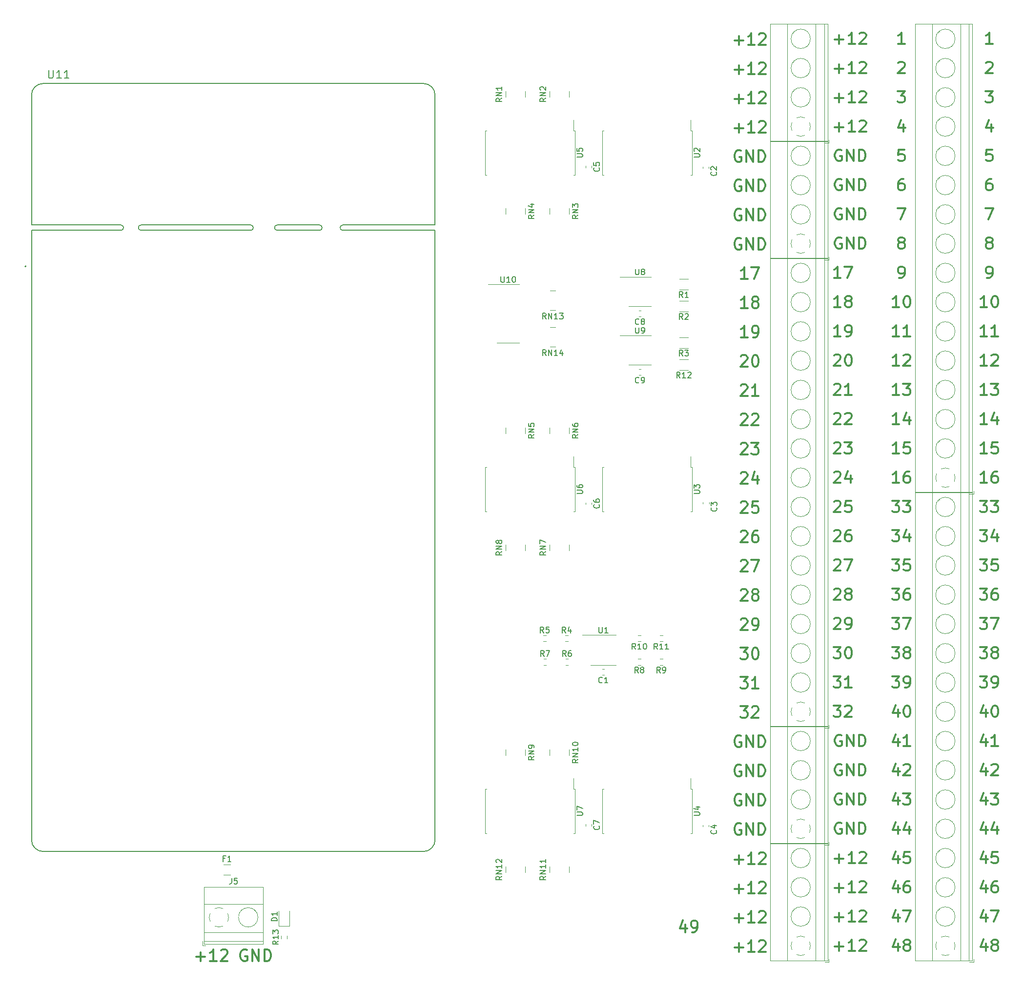
<source format=gbr>
%TF.GenerationSoftware,KiCad,Pcbnew,(5.99.0-10483-ga6ad7a4a70)*%
%TF.CreationDate,2021-07-25T01:23:19+03:00*%
%TF.ProjectId,stim,7374696d-2e6b-4696-9361-645f70636258,rev?*%
%TF.SameCoordinates,Original*%
%TF.FileFunction,Legend,Top*%
%TF.FilePolarity,Positive*%
%FSLAX46Y46*%
G04 Gerber Fmt 4.6, Leading zero omitted, Abs format (unit mm)*
G04 Created by KiCad (PCBNEW (5.99.0-10483-ga6ad7a4a70)) date 2021-07-25 01:23:19*
%MOMM*%
%LPD*%
G01*
G04 APERTURE LIST*
%ADD10C,0.300000*%
%ADD11C,0.150000*%
%ADD12C,0.120000*%
%ADD13C,0.127000*%
%ADD14C,0.200000*%
G04 APERTURE END LIST*
D10*
X274986190Y-70620000D02*
X274795714Y-70524761D01*
X274510000Y-70524761D01*
X274224285Y-70620000D01*
X274033809Y-70810476D01*
X273938571Y-71000952D01*
X273843333Y-71381904D01*
X273843333Y-71667619D01*
X273938571Y-72048571D01*
X274033809Y-72239047D01*
X274224285Y-72429523D01*
X274510000Y-72524761D01*
X274700476Y-72524761D01*
X274986190Y-72429523D01*
X275081428Y-72334285D01*
X275081428Y-71667619D01*
X274700476Y-71667619D01*
X275938571Y-72524761D02*
X275938571Y-70524761D01*
X277081428Y-72524761D01*
X277081428Y-70524761D01*
X278033809Y-72524761D02*
X278033809Y-70524761D01*
X278510000Y-70524761D01*
X278795714Y-70620000D01*
X278986190Y-70810476D01*
X279081428Y-71000952D01*
X279176666Y-71381904D01*
X279176666Y-71667619D01*
X279081428Y-72048571D01*
X278986190Y-72239047D01*
X278795714Y-72429523D01*
X278510000Y-72524761D01*
X278033809Y-72524761D01*
X285019047Y-97924761D02*
X283876190Y-97924761D01*
X284447619Y-97924761D02*
X284447619Y-95924761D01*
X284257142Y-96210476D01*
X284066666Y-96400952D01*
X283876190Y-96496190D01*
X286257142Y-95924761D02*
X286447619Y-95924761D01*
X286638095Y-96020000D01*
X286733333Y-96115238D01*
X286828571Y-96305714D01*
X286923809Y-96686666D01*
X286923809Y-97162857D01*
X286828571Y-97543809D01*
X286733333Y-97734285D01*
X286638095Y-97829523D01*
X286447619Y-97924761D01*
X286257142Y-97924761D01*
X286066666Y-97829523D01*
X285971428Y-97734285D01*
X285876190Y-97543809D01*
X285780952Y-97162857D01*
X285780952Y-96686666D01*
X285876190Y-96305714D01*
X285971428Y-96115238D01*
X286066666Y-96020000D01*
X286257142Y-95924761D01*
X284828571Y-182951428D02*
X284828571Y-184284761D01*
X284352380Y-182189523D02*
X283876190Y-183618095D01*
X285114285Y-183618095D01*
X285685714Y-182284761D02*
X286923809Y-182284761D01*
X286257142Y-183046666D01*
X286542857Y-183046666D01*
X286733333Y-183141904D01*
X286828571Y-183237142D01*
X286923809Y-183427619D01*
X286923809Y-183903809D01*
X286828571Y-184094285D01*
X286733333Y-184189523D01*
X286542857Y-184284761D01*
X285971428Y-184284761D01*
X285780952Y-184189523D01*
X285685714Y-184094285D01*
X285019047Y-108084761D02*
X283876190Y-108084761D01*
X284447619Y-108084761D02*
X284447619Y-106084761D01*
X284257142Y-106370476D01*
X284066666Y-106560952D01*
X283876190Y-106656190D01*
X285780952Y-106275238D02*
X285876190Y-106180000D01*
X286066666Y-106084761D01*
X286542857Y-106084761D01*
X286733333Y-106180000D01*
X286828571Y-106275238D01*
X286923809Y-106465714D01*
X286923809Y-106656190D01*
X286828571Y-106941904D01*
X285685714Y-108084761D01*
X286923809Y-108084761D01*
X301020952Y-66111428D02*
X301020952Y-67444761D01*
X300544761Y-65349523D02*
X300068571Y-66778095D01*
X301306666Y-66778095D01*
X257556190Y-152130238D02*
X257651428Y-152035000D01*
X257841904Y-151939761D01*
X258318095Y-151939761D01*
X258508571Y-152035000D01*
X258603809Y-152130238D01*
X258699047Y-152320714D01*
X258699047Y-152511190D01*
X258603809Y-152796904D01*
X257460952Y-153939761D01*
X258699047Y-153939761D01*
X259651428Y-153939761D02*
X260032380Y-153939761D01*
X260222857Y-153844523D01*
X260318095Y-153749285D01*
X260508571Y-153463571D01*
X260603809Y-153082619D01*
X260603809Y-152320714D01*
X260508571Y-152130238D01*
X260413333Y-152035000D01*
X260222857Y-151939761D01*
X259841904Y-151939761D01*
X259651428Y-152035000D01*
X259556190Y-152130238D01*
X259460952Y-152320714D01*
X259460952Y-152796904D01*
X259556190Y-152987380D01*
X259651428Y-153082619D01*
X259841904Y-153177857D01*
X260222857Y-153177857D01*
X260413333Y-153082619D01*
X260508571Y-152987380D01*
X260603809Y-152796904D01*
X273716190Y-111355238D02*
X273811428Y-111260000D01*
X274001904Y-111164761D01*
X274478095Y-111164761D01*
X274668571Y-111260000D01*
X274763809Y-111355238D01*
X274859047Y-111545714D01*
X274859047Y-111736190D01*
X274763809Y-112021904D01*
X273620952Y-113164761D01*
X274859047Y-113164761D01*
X276763809Y-113164761D02*
X275620952Y-113164761D01*
X276192380Y-113164761D02*
X276192380Y-111164761D01*
X276001904Y-111450476D01*
X275811428Y-111640952D01*
X275620952Y-111736190D01*
X285209523Y-86621904D02*
X285019047Y-86526666D01*
X284923809Y-86431428D01*
X284828571Y-86240952D01*
X284828571Y-86145714D01*
X284923809Y-85955238D01*
X285019047Y-85860000D01*
X285209523Y-85764761D01*
X285590476Y-85764761D01*
X285780952Y-85860000D01*
X285876190Y-85955238D01*
X285971428Y-86145714D01*
X285971428Y-86240952D01*
X285876190Y-86431428D01*
X285780952Y-86526666D01*
X285590476Y-86621904D01*
X285209523Y-86621904D01*
X285019047Y-86717142D01*
X284923809Y-86812380D01*
X284828571Y-87002857D01*
X284828571Y-87383809D01*
X284923809Y-87574285D01*
X285019047Y-87669523D01*
X285209523Y-87764761D01*
X285590476Y-87764761D01*
X285780952Y-87669523D01*
X285876190Y-87574285D01*
X285971428Y-87383809D01*
X285971428Y-87002857D01*
X285876190Y-86812380D01*
X285780952Y-86717142D01*
X285590476Y-86621904D01*
X284828571Y-198191428D02*
X284828571Y-199524761D01*
X284352380Y-197429523D02*
X283876190Y-198858095D01*
X285114285Y-198858095D01*
X286733333Y-197524761D02*
X286352380Y-197524761D01*
X286161904Y-197620000D01*
X286066666Y-197715238D01*
X285876190Y-198000952D01*
X285780952Y-198381904D01*
X285780952Y-199143809D01*
X285876190Y-199334285D01*
X285971428Y-199429523D01*
X286161904Y-199524761D01*
X286542857Y-199524761D01*
X286733333Y-199429523D01*
X286828571Y-199334285D01*
X286923809Y-199143809D01*
X286923809Y-198667619D01*
X286828571Y-198477142D01*
X286733333Y-198381904D01*
X286542857Y-198286666D01*
X286161904Y-198286666D01*
X285971428Y-198381904D01*
X285876190Y-198477142D01*
X285780952Y-198667619D01*
X300068571Y-198191428D02*
X300068571Y-199524761D01*
X299592380Y-197429523D02*
X299116190Y-198858095D01*
X300354285Y-198858095D01*
X301973333Y-197524761D02*
X301592380Y-197524761D01*
X301401904Y-197620000D01*
X301306666Y-197715238D01*
X301116190Y-198000952D01*
X301020952Y-198381904D01*
X301020952Y-199143809D01*
X301116190Y-199334285D01*
X301211428Y-199429523D01*
X301401904Y-199524761D01*
X301782857Y-199524761D01*
X301973333Y-199429523D01*
X302068571Y-199334285D01*
X302163809Y-199143809D01*
X302163809Y-198667619D01*
X302068571Y-198477142D01*
X301973333Y-198381904D01*
X301782857Y-198286666D01*
X301401904Y-198286666D01*
X301211428Y-198381904D01*
X301116190Y-198477142D01*
X301020952Y-198667619D01*
X257556190Y-131810238D02*
X257651428Y-131715000D01*
X257841904Y-131619761D01*
X258318095Y-131619761D01*
X258508571Y-131715000D01*
X258603809Y-131810238D01*
X258699047Y-132000714D01*
X258699047Y-132191190D01*
X258603809Y-132476904D01*
X257460952Y-133619761D01*
X258699047Y-133619761D01*
X260508571Y-131619761D02*
X259556190Y-131619761D01*
X259460952Y-132572142D01*
X259556190Y-132476904D01*
X259746666Y-132381666D01*
X260222857Y-132381666D01*
X260413333Y-132476904D01*
X260508571Y-132572142D01*
X260603809Y-132762619D01*
X260603809Y-133238809D01*
X260508571Y-133429285D01*
X260413333Y-133524523D01*
X260222857Y-133619761D01*
X259746666Y-133619761D01*
X259556190Y-133524523D01*
X259460952Y-133429285D01*
X300259047Y-113164761D02*
X299116190Y-113164761D01*
X299687619Y-113164761D02*
X299687619Y-111164761D01*
X299497142Y-111450476D01*
X299306666Y-111640952D01*
X299116190Y-111736190D01*
X300925714Y-111164761D02*
X302163809Y-111164761D01*
X301497142Y-111926666D01*
X301782857Y-111926666D01*
X301973333Y-112021904D01*
X302068571Y-112117142D01*
X302163809Y-112307619D01*
X302163809Y-112783809D01*
X302068571Y-112974285D01*
X301973333Y-113069523D01*
X301782857Y-113164761D01*
X301211428Y-113164761D01*
X301020952Y-113069523D01*
X300925714Y-112974285D01*
X273843333Y-203842857D02*
X275367142Y-203842857D01*
X274605238Y-204604761D02*
X274605238Y-203080952D01*
X277367142Y-204604761D02*
X276224285Y-204604761D01*
X276795714Y-204604761D02*
X276795714Y-202604761D01*
X276605238Y-202890476D01*
X276414761Y-203080952D01*
X276224285Y-203176190D01*
X278129047Y-202795238D02*
X278224285Y-202700000D01*
X278414761Y-202604761D01*
X278890952Y-202604761D01*
X279081428Y-202700000D01*
X279176666Y-202795238D01*
X279271904Y-202985714D01*
X279271904Y-203176190D01*
X279176666Y-203461904D01*
X278033809Y-204604761D01*
X279271904Y-204604761D01*
X163073333Y-210657857D02*
X164597142Y-210657857D01*
X163835238Y-211419761D02*
X163835238Y-209895952D01*
X166597142Y-211419761D02*
X165454285Y-211419761D01*
X166025714Y-211419761D02*
X166025714Y-209419761D01*
X165835238Y-209705476D01*
X165644761Y-209895952D01*
X165454285Y-209991190D01*
X167359047Y-209610238D02*
X167454285Y-209515000D01*
X167644761Y-209419761D01*
X168120952Y-209419761D01*
X168311428Y-209515000D01*
X168406666Y-209610238D01*
X168501904Y-209800714D01*
X168501904Y-209991190D01*
X168406666Y-210276904D01*
X167263809Y-211419761D01*
X168501904Y-211419761D01*
X300259047Y-128404761D02*
X299116190Y-128404761D01*
X299687619Y-128404761D02*
X299687619Y-126404761D01*
X299497142Y-126690476D01*
X299306666Y-126880952D01*
X299116190Y-126976190D01*
X301973333Y-126404761D02*
X301592380Y-126404761D01*
X301401904Y-126500000D01*
X301306666Y-126595238D01*
X301116190Y-126880952D01*
X301020952Y-127261904D01*
X301020952Y-128023809D01*
X301116190Y-128214285D01*
X301211428Y-128309523D01*
X301401904Y-128404761D01*
X301782857Y-128404761D01*
X301973333Y-128309523D01*
X302068571Y-128214285D01*
X302163809Y-128023809D01*
X302163809Y-127547619D01*
X302068571Y-127357142D01*
X301973333Y-127261904D01*
X301782857Y-127166666D01*
X301401904Y-127166666D01*
X301211428Y-127261904D01*
X301116190Y-127357142D01*
X301020952Y-127547619D01*
X273716190Y-136755238D02*
X273811428Y-136660000D01*
X274001904Y-136564761D01*
X274478095Y-136564761D01*
X274668571Y-136660000D01*
X274763809Y-136755238D01*
X274859047Y-136945714D01*
X274859047Y-137136190D01*
X274763809Y-137421904D01*
X273620952Y-138564761D01*
X274859047Y-138564761D01*
X276573333Y-136564761D02*
X276192380Y-136564761D01*
X276001904Y-136660000D01*
X275906666Y-136755238D01*
X275716190Y-137040952D01*
X275620952Y-137421904D01*
X275620952Y-138183809D01*
X275716190Y-138374285D01*
X275811428Y-138469523D01*
X276001904Y-138564761D01*
X276382857Y-138564761D01*
X276573333Y-138469523D01*
X276668571Y-138374285D01*
X276763809Y-138183809D01*
X276763809Y-137707619D01*
X276668571Y-137517142D01*
X276573333Y-137421904D01*
X276382857Y-137326666D01*
X276001904Y-137326666D01*
X275811428Y-137421904D01*
X275716190Y-137517142D01*
X275620952Y-137707619D01*
X257556190Y-187595000D02*
X257365714Y-187499761D01*
X257080000Y-187499761D01*
X256794285Y-187595000D01*
X256603809Y-187785476D01*
X256508571Y-187975952D01*
X256413333Y-188356904D01*
X256413333Y-188642619D01*
X256508571Y-189023571D01*
X256603809Y-189214047D01*
X256794285Y-189404523D01*
X257080000Y-189499761D01*
X257270476Y-189499761D01*
X257556190Y-189404523D01*
X257651428Y-189309285D01*
X257651428Y-188642619D01*
X257270476Y-188642619D01*
X258508571Y-189499761D02*
X258508571Y-187499761D01*
X259651428Y-189499761D01*
X259651428Y-187499761D01*
X260603809Y-189499761D02*
X260603809Y-187499761D01*
X261080000Y-187499761D01*
X261365714Y-187595000D01*
X261556190Y-187785476D01*
X261651428Y-187975952D01*
X261746666Y-188356904D01*
X261746666Y-188642619D01*
X261651428Y-189023571D01*
X261556190Y-189214047D01*
X261365714Y-189404523D01*
X261080000Y-189499761D01*
X260603809Y-189499761D01*
X283780952Y-156884761D02*
X285019047Y-156884761D01*
X284352380Y-157646666D01*
X284638095Y-157646666D01*
X284828571Y-157741904D01*
X284923809Y-157837142D01*
X285019047Y-158027619D01*
X285019047Y-158503809D01*
X284923809Y-158694285D01*
X284828571Y-158789523D01*
X284638095Y-158884761D01*
X284066666Y-158884761D01*
X283876190Y-158789523D01*
X283780952Y-158694285D01*
X286161904Y-157741904D02*
X285971428Y-157646666D01*
X285876190Y-157551428D01*
X285780952Y-157360952D01*
X285780952Y-157265714D01*
X285876190Y-157075238D01*
X285971428Y-156980000D01*
X286161904Y-156884761D01*
X286542857Y-156884761D01*
X286733333Y-156980000D01*
X286828571Y-157075238D01*
X286923809Y-157265714D01*
X286923809Y-157360952D01*
X286828571Y-157551428D01*
X286733333Y-157646666D01*
X286542857Y-157741904D01*
X286161904Y-157741904D01*
X285971428Y-157837142D01*
X285876190Y-157932380D01*
X285780952Y-158122857D01*
X285780952Y-158503809D01*
X285876190Y-158694285D01*
X285971428Y-158789523D01*
X286161904Y-158884761D01*
X286542857Y-158884761D01*
X286733333Y-158789523D01*
X286828571Y-158694285D01*
X286923809Y-158503809D01*
X286923809Y-158122857D01*
X286828571Y-157932380D01*
X286733333Y-157837142D01*
X286542857Y-157741904D01*
X300068571Y-193111428D02*
X300068571Y-194444761D01*
X299592380Y-192349523D02*
X299116190Y-193778095D01*
X300354285Y-193778095D01*
X302068571Y-192444761D02*
X301116190Y-192444761D01*
X301020952Y-193397142D01*
X301116190Y-193301904D01*
X301306666Y-193206666D01*
X301782857Y-193206666D01*
X301973333Y-193301904D01*
X302068571Y-193397142D01*
X302163809Y-193587619D01*
X302163809Y-194063809D01*
X302068571Y-194254285D01*
X301973333Y-194349523D01*
X301782857Y-194444761D01*
X301306666Y-194444761D01*
X301116190Y-194349523D01*
X301020952Y-194254285D01*
X257556190Y-172355000D02*
X257365714Y-172259761D01*
X257080000Y-172259761D01*
X256794285Y-172355000D01*
X256603809Y-172545476D01*
X256508571Y-172735952D01*
X256413333Y-173116904D01*
X256413333Y-173402619D01*
X256508571Y-173783571D01*
X256603809Y-173974047D01*
X256794285Y-174164523D01*
X257080000Y-174259761D01*
X257270476Y-174259761D01*
X257556190Y-174164523D01*
X257651428Y-174069285D01*
X257651428Y-173402619D01*
X257270476Y-173402619D01*
X258508571Y-174259761D02*
X258508571Y-172259761D01*
X259651428Y-174259761D01*
X259651428Y-172259761D01*
X260603809Y-174259761D02*
X260603809Y-172259761D01*
X261080000Y-172259761D01*
X261365714Y-172355000D01*
X261556190Y-172545476D01*
X261651428Y-172735952D01*
X261746666Y-173116904D01*
X261746666Y-173402619D01*
X261651428Y-173783571D01*
X261556190Y-173974047D01*
X261365714Y-174164523D01*
X261080000Y-174259761D01*
X260603809Y-174259761D01*
X273716190Y-151995238D02*
X273811428Y-151900000D01*
X274001904Y-151804761D01*
X274478095Y-151804761D01*
X274668571Y-151900000D01*
X274763809Y-151995238D01*
X274859047Y-152185714D01*
X274859047Y-152376190D01*
X274763809Y-152661904D01*
X273620952Y-153804761D01*
X274859047Y-153804761D01*
X275811428Y-153804761D02*
X276192380Y-153804761D01*
X276382857Y-153709523D01*
X276478095Y-153614285D01*
X276668571Y-153328571D01*
X276763809Y-152947619D01*
X276763809Y-152185714D01*
X276668571Y-151995238D01*
X276573333Y-151900000D01*
X276382857Y-151804761D01*
X276001904Y-151804761D01*
X275811428Y-151900000D01*
X275716190Y-151995238D01*
X275620952Y-152185714D01*
X275620952Y-152661904D01*
X275716190Y-152852380D01*
X275811428Y-152947619D01*
X276001904Y-153042857D01*
X276382857Y-153042857D01*
X276573333Y-152947619D01*
X276668571Y-152852380D01*
X276763809Y-152661904D01*
X300259047Y-103004761D02*
X299116190Y-103004761D01*
X299687619Y-103004761D02*
X299687619Y-101004761D01*
X299497142Y-101290476D01*
X299306666Y-101480952D01*
X299116190Y-101576190D01*
X302163809Y-103004761D02*
X301020952Y-103004761D01*
X301592380Y-103004761D02*
X301592380Y-101004761D01*
X301401904Y-101290476D01*
X301211428Y-101480952D01*
X301020952Y-101576190D01*
X283780952Y-131484761D02*
X285019047Y-131484761D01*
X284352380Y-132246666D01*
X284638095Y-132246666D01*
X284828571Y-132341904D01*
X284923809Y-132437142D01*
X285019047Y-132627619D01*
X285019047Y-133103809D01*
X284923809Y-133294285D01*
X284828571Y-133389523D01*
X284638095Y-133484761D01*
X284066666Y-133484761D01*
X283876190Y-133389523D01*
X283780952Y-133294285D01*
X285685714Y-131484761D02*
X286923809Y-131484761D01*
X286257142Y-132246666D01*
X286542857Y-132246666D01*
X286733333Y-132341904D01*
X286828571Y-132437142D01*
X286923809Y-132627619D01*
X286923809Y-133103809D01*
X286828571Y-133294285D01*
X286733333Y-133389523D01*
X286542857Y-133484761D01*
X285971428Y-133484761D01*
X285780952Y-133389523D01*
X285685714Y-133294285D01*
X300259047Y-123324761D02*
X299116190Y-123324761D01*
X299687619Y-123324761D02*
X299687619Y-121324761D01*
X299497142Y-121610476D01*
X299306666Y-121800952D01*
X299116190Y-121896190D01*
X302068571Y-121324761D02*
X301116190Y-121324761D01*
X301020952Y-122277142D01*
X301116190Y-122181904D01*
X301306666Y-122086666D01*
X301782857Y-122086666D01*
X301973333Y-122181904D01*
X302068571Y-122277142D01*
X302163809Y-122467619D01*
X302163809Y-122943809D01*
X302068571Y-123134285D01*
X301973333Y-123229523D01*
X301782857Y-123324761D01*
X301306666Y-123324761D01*
X301116190Y-123229523D01*
X301020952Y-123134285D01*
X285876190Y-70524761D02*
X284923809Y-70524761D01*
X284828571Y-71477142D01*
X284923809Y-71381904D01*
X285114285Y-71286666D01*
X285590476Y-71286666D01*
X285780952Y-71381904D01*
X285876190Y-71477142D01*
X285971428Y-71667619D01*
X285971428Y-72143809D01*
X285876190Y-72334285D01*
X285780952Y-72429523D01*
X285590476Y-72524761D01*
X285114285Y-72524761D01*
X284923809Y-72429523D01*
X284828571Y-72334285D01*
X273843333Y-208922857D02*
X275367142Y-208922857D01*
X274605238Y-209684761D02*
X274605238Y-208160952D01*
X277367142Y-209684761D02*
X276224285Y-209684761D01*
X276795714Y-209684761D02*
X276795714Y-207684761D01*
X276605238Y-207970476D01*
X276414761Y-208160952D01*
X276224285Y-208256190D01*
X278129047Y-207875238D02*
X278224285Y-207780000D01*
X278414761Y-207684761D01*
X278890952Y-207684761D01*
X279081428Y-207780000D01*
X279176666Y-207875238D01*
X279271904Y-208065714D01*
X279271904Y-208256190D01*
X279176666Y-208541904D01*
X278033809Y-209684761D01*
X279271904Y-209684761D01*
X300259047Y-92844761D02*
X300640000Y-92844761D01*
X300830476Y-92749523D01*
X300925714Y-92654285D01*
X301116190Y-92368571D01*
X301211428Y-91987619D01*
X301211428Y-91225714D01*
X301116190Y-91035238D01*
X301020952Y-90940000D01*
X300830476Y-90844761D01*
X300449523Y-90844761D01*
X300259047Y-90940000D01*
X300163809Y-91035238D01*
X300068571Y-91225714D01*
X300068571Y-91701904D01*
X300163809Y-91892380D01*
X300259047Y-91987619D01*
X300449523Y-92082857D01*
X300830476Y-92082857D01*
X301020952Y-91987619D01*
X301116190Y-91892380D01*
X301211428Y-91701904D01*
X273716190Y-131675238D02*
X273811428Y-131580000D01*
X274001904Y-131484761D01*
X274478095Y-131484761D01*
X274668571Y-131580000D01*
X274763809Y-131675238D01*
X274859047Y-131865714D01*
X274859047Y-132056190D01*
X274763809Y-132341904D01*
X273620952Y-133484761D01*
X274859047Y-133484761D01*
X276668571Y-131484761D02*
X275716190Y-131484761D01*
X275620952Y-132437142D01*
X275716190Y-132341904D01*
X275906666Y-132246666D01*
X276382857Y-132246666D01*
X276573333Y-132341904D01*
X276668571Y-132437142D01*
X276763809Y-132627619D01*
X276763809Y-133103809D01*
X276668571Y-133294285D01*
X276573333Y-133389523D01*
X276382857Y-133484761D01*
X275906666Y-133484761D01*
X275716190Y-133389523D01*
X275620952Y-133294285D01*
X300449523Y-86621904D02*
X300259047Y-86526666D01*
X300163809Y-86431428D01*
X300068571Y-86240952D01*
X300068571Y-86145714D01*
X300163809Y-85955238D01*
X300259047Y-85860000D01*
X300449523Y-85764761D01*
X300830476Y-85764761D01*
X301020952Y-85860000D01*
X301116190Y-85955238D01*
X301211428Y-86145714D01*
X301211428Y-86240952D01*
X301116190Y-86431428D01*
X301020952Y-86526666D01*
X300830476Y-86621904D01*
X300449523Y-86621904D01*
X300259047Y-86717142D01*
X300163809Y-86812380D01*
X300068571Y-87002857D01*
X300068571Y-87383809D01*
X300163809Y-87574285D01*
X300259047Y-87669523D01*
X300449523Y-87764761D01*
X300830476Y-87764761D01*
X301020952Y-87669523D01*
X301116190Y-87574285D01*
X301211428Y-87383809D01*
X301211428Y-87002857D01*
X301116190Y-86812380D01*
X301020952Y-86717142D01*
X300830476Y-86621904D01*
X274986190Y-75700000D02*
X274795714Y-75604761D01*
X274510000Y-75604761D01*
X274224285Y-75700000D01*
X274033809Y-75890476D01*
X273938571Y-76080952D01*
X273843333Y-76461904D01*
X273843333Y-76747619D01*
X273938571Y-77128571D01*
X274033809Y-77319047D01*
X274224285Y-77509523D01*
X274510000Y-77604761D01*
X274700476Y-77604761D01*
X274986190Y-77509523D01*
X275081428Y-77414285D01*
X275081428Y-76747619D01*
X274700476Y-76747619D01*
X275938571Y-77604761D02*
X275938571Y-75604761D01*
X277081428Y-77604761D01*
X277081428Y-75604761D01*
X278033809Y-77604761D02*
X278033809Y-75604761D01*
X278510000Y-75604761D01*
X278795714Y-75700000D01*
X278986190Y-75890476D01*
X279081428Y-76080952D01*
X279176666Y-76461904D01*
X279176666Y-76747619D01*
X279081428Y-77128571D01*
X278986190Y-77319047D01*
X278795714Y-77509523D01*
X278510000Y-77604761D01*
X278033809Y-77604761D01*
X256413333Y-51577857D02*
X257937142Y-51577857D01*
X257175238Y-52339761D02*
X257175238Y-50815952D01*
X259937142Y-52339761D02*
X258794285Y-52339761D01*
X259365714Y-52339761D02*
X259365714Y-50339761D01*
X259175238Y-50625476D01*
X258984761Y-50815952D01*
X258794285Y-50911190D01*
X260699047Y-50530238D02*
X260794285Y-50435000D01*
X260984761Y-50339761D01*
X261460952Y-50339761D01*
X261651428Y-50435000D01*
X261746666Y-50530238D01*
X261841904Y-50720714D01*
X261841904Y-50911190D01*
X261746666Y-51196904D01*
X260603809Y-52339761D01*
X261841904Y-52339761D01*
X301020952Y-75604761D02*
X300640000Y-75604761D01*
X300449523Y-75700000D01*
X300354285Y-75795238D01*
X300163809Y-76080952D01*
X300068571Y-76461904D01*
X300068571Y-77223809D01*
X300163809Y-77414285D01*
X300259047Y-77509523D01*
X300449523Y-77604761D01*
X300830476Y-77604761D01*
X301020952Y-77509523D01*
X301116190Y-77414285D01*
X301211428Y-77223809D01*
X301211428Y-76747619D01*
X301116190Y-76557142D01*
X301020952Y-76461904D01*
X300830476Y-76366666D01*
X300449523Y-76366666D01*
X300259047Y-76461904D01*
X300163809Y-76557142D01*
X300068571Y-76747619D01*
X285780952Y-75604761D02*
X285400000Y-75604761D01*
X285209523Y-75700000D01*
X285114285Y-75795238D01*
X284923809Y-76080952D01*
X284828571Y-76461904D01*
X284828571Y-77223809D01*
X284923809Y-77414285D01*
X285019047Y-77509523D01*
X285209523Y-77604761D01*
X285590476Y-77604761D01*
X285780952Y-77509523D01*
X285876190Y-77414285D01*
X285971428Y-77223809D01*
X285971428Y-76747619D01*
X285876190Y-76557142D01*
X285780952Y-76461904D01*
X285590476Y-76366666D01*
X285209523Y-76366666D01*
X285019047Y-76461904D01*
X284923809Y-76557142D01*
X284828571Y-76747619D01*
X299020952Y-161964761D02*
X300259047Y-161964761D01*
X299592380Y-162726666D01*
X299878095Y-162726666D01*
X300068571Y-162821904D01*
X300163809Y-162917142D01*
X300259047Y-163107619D01*
X300259047Y-163583809D01*
X300163809Y-163774285D01*
X300068571Y-163869523D01*
X299878095Y-163964761D01*
X299306666Y-163964761D01*
X299116190Y-163869523D01*
X299020952Y-163774285D01*
X301211428Y-163964761D02*
X301592380Y-163964761D01*
X301782857Y-163869523D01*
X301878095Y-163774285D01*
X302068571Y-163488571D01*
X302163809Y-163107619D01*
X302163809Y-162345714D01*
X302068571Y-162155238D01*
X301973333Y-162060000D01*
X301782857Y-161964761D01*
X301401904Y-161964761D01*
X301211428Y-162060000D01*
X301116190Y-162155238D01*
X301020952Y-162345714D01*
X301020952Y-162821904D01*
X301116190Y-163012380D01*
X301211428Y-163107619D01*
X301401904Y-163202857D01*
X301782857Y-163202857D01*
X301973333Y-163107619D01*
X302068571Y-163012380D01*
X302163809Y-162821904D01*
X274986190Y-187460000D02*
X274795714Y-187364761D01*
X274510000Y-187364761D01*
X274224285Y-187460000D01*
X274033809Y-187650476D01*
X273938571Y-187840952D01*
X273843333Y-188221904D01*
X273843333Y-188507619D01*
X273938571Y-188888571D01*
X274033809Y-189079047D01*
X274224285Y-189269523D01*
X274510000Y-189364761D01*
X274700476Y-189364761D01*
X274986190Y-189269523D01*
X275081428Y-189174285D01*
X275081428Y-188507619D01*
X274700476Y-188507619D01*
X275938571Y-189364761D02*
X275938571Y-187364761D01*
X277081428Y-189364761D01*
X277081428Y-187364761D01*
X278033809Y-189364761D02*
X278033809Y-187364761D01*
X278510000Y-187364761D01*
X278795714Y-187460000D01*
X278986190Y-187650476D01*
X279081428Y-187840952D01*
X279176666Y-188221904D01*
X279176666Y-188507619D01*
X279081428Y-188888571D01*
X278986190Y-189079047D01*
X278795714Y-189269523D01*
X278510000Y-189364761D01*
X278033809Y-189364761D01*
X299020952Y-151804761D02*
X300259047Y-151804761D01*
X299592380Y-152566666D01*
X299878095Y-152566666D01*
X300068571Y-152661904D01*
X300163809Y-152757142D01*
X300259047Y-152947619D01*
X300259047Y-153423809D01*
X300163809Y-153614285D01*
X300068571Y-153709523D01*
X299878095Y-153804761D01*
X299306666Y-153804761D01*
X299116190Y-153709523D01*
X299020952Y-153614285D01*
X300925714Y-151804761D02*
X302259047Y-151804761D01*
X301401904Y-153804761D01*
X273716190Y-121515238D02*
X273811428Y-121420000D01*
X274001904Y-121324761D01*
X274478095Y-121324761D01*
X274668571Y-121420000D01*
X274763809Y-121515238D01*
X274859047Y-121705714D01*
X274859047Y-121896190D01*
X274763809Y-122181904D01*
X273620952Y-123324761D01*
X274859047Y-123324761D01*
X275525714Y-121324761D02*
X276763809Y-121324761D01*
X276097142Y-122086666D01*
X276382857Y-122086666D01*
X276573333Y-122181904D01*
X276668571Y-122277142D01*
X276763809Y-122467619D01*
X276763809Y-122943809D01*
X276668571Y-123134285D01*
X276573333Y-123229523D01*
X276382857Y-123324761D01*
X275811428Y-123324761D01*
X275620952Y-123229523D01*
X275525714Y-123134285D01*
X283780952Y-141644761D02*
X285019047Y-141644761D01*
X284352380Y-142406666D01*
X284638095Y-142406666D01*
X284828571Y-142501904D01*
X284923809Y-142597142D01*
X285019047Y-142787619D01*
X285019047Y-143263809D01*
X284923809Y-143454285D01*
X284828571Y-143549523D01*
X284638095Y-143644761D01*
X284066666Y-143644761D01*
X283876190Y-143549523D01*
X283780952Y-143454285D01*
X286828571Y-141644761D02*
X285876190Y-141644761D01*
X285780952Y-142597142D01*
X285876190Y-142501904D01*
X286066666Y-142406666D01*
X286542857Y-142406666D01*
X286733333Y-142501904D01*
X286828571Y-142597142D01*
X286923809Y-142787619D01*
X286923809Y-143263809D01*
X286828571Y-143454285D01*
X286733333Y-143549523D01*
X286542857Y-143644761D01*
X286066666Y-143644761D01*
X285876190Y-143549523D01*
X285780952Y-143454285D01*
X257460952Y-157019761D02*
X258699047Y-157019761D01*
X258032380Y-157781666D01*
X258318095Y-157781666D01*
X258508571Y-157876904D01*
X258603809Y-157972142D01*
X258699047Y-158162619D01*
X258699047Y-158638809D01*
X258603809Y-158829285D01*
X258508571Y-158924523D01*
X258318095Y-159019761D01*
X257746666Y-159019761D01*
X257556190Y-158924523D01*
X257460952Y-158829285D01*
X259937142Y-157019761D02*
X260127619Y-157019761D01*
X260318095Y-157115000D01*
X260413333Y-157210238D01*
X260508571Y-157400714D01*
X260603809Y-157781666D01*
X260603809Y-158257857D01*
X260508571Y-158638809D01*
X260413333Y-158829285D01*
X260318095Y-158924523D01*
X260127619Y-159019761D01*
X259937142Y-159019761D01*
X259746666Y-158924523D01*
X259651428Y-158829285D01*
X259556190Y-158638809D01*
X259460952Y-158257857D01*
X259460952Y-157781666D01*
X259556190Y-157400714D01*
X259651428Y-157210238D01*
X259746666Y-157115000D01*
X259937142Y-157019761D01*
X273620952Y-161964761D02*
X274859047Y-161964761D01*
X274192380Y-162726666D01*
X274478095Y-162726666D01*
X274668571Y-162821904D01*
X274763809Y-162917142D01*
X274859047Y-163107619D01*
X274859047Y-163583809D01*
X274763809Y-163774285D01*
X274668571Y-163869523D01*
X274478095Y-163964761D01*
X273906666Y-163964761D01*
X273716190Y-163869523D01*
X273620952Y-163774285D01*
X276763809Y-163964761D02*
X275620952Y-163964761D01*
X276192380Y-163964761D02*
X276192380Y-161964761D01*
X276001904Y-162250476D01*
X275811428Y-162440952D01*
X275620952Y-162536190D01*
X283780952Y-161964761D02*
X285019047Y-161964761D01*
X284352380Y-162726666D01*
X284638095Y-162726666D01*
X284828571Y-162821904D01*
X284923809Y-162917142D01*
X285019047Y-163107619D01*
X285019047Y-163583809D01*
X284923809Y-163774285D01*
X284828571Y-163869523D01*
X284638095Y-163964761D01*
X284066666Y-163964761D01*
X283876190Y-163869523D01*
X283780952Y-163774285D01*
X285971428Y-163964761D02*
X286352380Y-163964761D01*
X286542857Y-163869523D01*
X286638095Y-163774285D01*
X286828571Y-163488571D01*
X286923809Y-163107619D01*
X286923809Y-162345714D01*
X286828571Y-162155238D01*
X286733333Y-162060000D01*
X286542857Y-161964761D01*
X286161904Y-161964761D01*
X285971428Y-162060000D01*
X285876190Y-162155238D01*
X285780952Y-162345714D01*
X285780952Y-162821904D01*
X285876190Y-163012380D01*
X285971428Y-163107619D01*
X286161904Y-163202857D01*
X286542857Y-163202857D01*
X286733333Y-163107619D01*
X286828571Y-163012380D01*
X286923809Y-162821904D01*
X273716190Y-106275238D02*
X273811428Y-106180000D01*
X274001904Y-106084761D01*
X274478095Y-106084761D01*
X274668571Y-106180000D01*
X274763809Y-106275238D01*
X274859047Y-106465714D01*
X274859047Y-106656190D01*
X274763809Y-106941904D01*
X273620952Y-108084761D01*
X274859047Y-108084761D01*
X276097142Y-106084761D02*
X276287619Y-106084761D01*
X276478095Y-106180000D01*
X276573333Y-106275238D01*
X276668571Y-106465714D01*
X276763809Y-106846666D01*
X276763809Y-107322857D01*
X276668571Y-107703809D01*
X276573333Y-107894285D01*
X276478095Y-107989523D01*
X276287619Y-108084761D01*
X276097142Y-108084761D01*
X275906666Y-107989523D01*
X275811428Y-107894285D01*
X275716190Y-107703809D01*
X275620952Y-107322857D01*
X275620952Y-106846666D01*
X275716190Y-106465714D01*
X275811428Y-106275238D01*
X275906666Y-106180000D01*
X276097142Y-106084761D01*
X257556190Y-75835000D02*
X257365714Y-75739761D01*
X257080000Y-75739761D01*
X256794285Y-75835000D01*
X256603809Y-76025476D01*
X256508571Y-76215952D01*
X256413333Y-76596904D01*
X256413333Y-76882619D01*
X256508571Y-77263571D01*
X256603809Y-77454047D01*
X256794285Y-77644523D01*
X257080000Y-77739761D01*
X257270476Y-77739761D01*
X257556190Y-77644523D01*
X257651428Y-77549285D01*
X257651428Y-76882619D01*
X257270476Y-76882619D01*
X258508571Y-77739761D02*
X258508571Y-75739761D01*
X259651428Y-77739761D01*
X259651428Y-75739761D01*
X260603809Y-77739761D02*
X260603809Y-75739761D01*
X261080000Y-75739761D01*
X261365714Y-75835000D01*
X261556190Y-76025476D01*
X261651428Y-76215952D01*
X261746666Y-76596904D01*
X261746666Y-76882619D01*
X261651428Y-77263571D01*
X261556190Y-77454047D01*
X261365714Y-77644523D01*
X261080000Y-77739761D01*
X260603809Y-77739761D01*
X284733333Y-80684761D02*
X286066666Y-80684761D01*
X285209523Y-82684761D01*
X257556190Y-141970238D02*
X257651428Y-141875000D01*
X257841904Y-141779761D01*
X258318095Y-141779761D01*
X258508571Y-141875000D01*
X258603809Y-141970238D01*
X258699047Y-142160714D01*
X258699047Y-142351190D01*
X258603809Y-142636904D01*
X257460952Y-143779761D01*
X258699047Y-143779761D01*
X259365714Y-141779761D02*
X260699047Y-141779761D01*
X259841904Y-143779761D01*
X284828571Y-172791428D02*
X284828571Y-174124761D01*
X284352380Y-172029523D02*
X283876190Y-173458095D01*
X285114285Y-173458095D01*
X286923809Y-174124761D02*
X285780952Y-174124761D01*
X286352380Y-174124761D02*
X286352380Y-172124761D01*
X286161904Y-172410476D01*
X285971428Y-172600952D01*
X285780952Y-172696190D01*
X285019047Y-128404761D02*
X283876190Y-128404761D01*
X284447619Y-128404761D02*
X284447619Y-126404761D01*
X284257142Y-126690476D01*
X284066666Y-126880952D01*
X283876190Y-126976190D01*
X286733333Y-126404761D02*
X286352380Y-126404761D01*
X286161904Y-126500000D01*
X286066666Y-126595238D01*
X285876190Y-126880952D01*
X285780952Y-127261904D01*
X285780952Y-128023809D01*
X285876190Y-128214285D01*
X285971428Y-128309523D01*
X286161904Y-128404761D01*
X286542857Y-128404761D01*
X286733333Y-128309523D01*
X286828571Y-128214285D01*
X286923809Y-128023809D01*
X286923809Y-127547619D01*
X286828571Y-127357142D01*
X286733333Y-127261904D01*
X286542857Y-127166666D01*
X286161904Y-127166666D01*
X285971428Y-127261904D01*
X285876190Y-127357142D01*
X285780952Y-127547619D01*
X300259047Y-108084761D02*
X299116190Y-108084761D01*
X299687619Y-108084761D02*
X299687619Y-106084761D01*
X299497142Y-106370476D01*
X299306666Y-106560952D01*
X299116190Y-106656190D01*
X301020952Y-106275238D02*
X301116190Y-106180000D01*
X301306666Y-106084761D01*
X301782857Y-106084761D01*
X301973333Y-106180000D01*
X302068571Y-106275238D01*
X302163809Y-106465714D01*
X302163809Y-106656190D01*
X302068571Y-106941904D01*
X300925714Y-108084761D01*
X302163809Y-108084761D01*
X285019047Y-123324761D02*
X283876190Y-123324761D01*
X284447619Y-123324761D02*
X284447619Y-121324761D01*
X284257142Y-121610476D01*
X284066666Y-121800952D01*
X283876190Y-121896190D01*
X286828571Y-121324761D02*
X285876190Y-121324761D01*
X285780952Y-122277142D01*
X285876190Y-122181904D01*
X286066666Y-122086666D01*
X286542857Y-122086666D01*
X286733333Y-122181904D01*
X286828571Y-122277142D01*
X286923809Y-122467619D01*
X286923809Y-122943809D01*
X286828571Y-123134285D01*
X286733333Y-123229523D01*
X286542857Y-123324761D01*
X286066666Y-123324761D01*
X285876190Y-123229523D01*
X285780952Y-123134285D01*
X273716190Y-126595238D02*
X273811428Y-126500000D01*
X274001904Y-126404761D01*
X274478095Y-126404761D01*
X274668571Y-126500000D01*
X274763809Y-126595238D01*
X274859047Y-126785714D01*
X274859047Y-126976190D01*
X274763809Y-127261904D01*
X273620952Y-128404761D01*
X274859047Y-128404761D01*
X276573333Y-127071428D02*
X276573333Y-128404761D01*
X276097142Y-126309523D02*
X275620952Y-127738095D01*
X276859047Y-127738095D01*
X257460952Y-167179761D02*
X258699047Y-167179761D01*
X258032380Y-167941666D01*
X258318095Y-167941666D01*
X258508571Y-168036904D01*
X258603809Y-168132142D01*
X258699047Y-168322619D01*
X258699047Y-168798809D01*
X258603809Y-168989285D01*
X258508571Y-169084523D01*
X258318095Y-169179761D01*
X257746666Y-169179761D01*
X257556190Y-169084523D01*
X257460952Y-168989285D01*
X259460952Y-167370238D02*
X259556190Y-167275000D01*
X259746666Y-167179761D01*
X260222857Y-167179761D01*
X260413333Y-167275000D01*
X260508571Y-167370238D01*
X260603809Y-167560714D01*
X260603809Y-167751190D01*
X260508571Y-168036904D01*
X259365714Y-169179761D01*
X260603809Y-169179761D01*
X257556190Y-126730238D02*
X257651428Y-126635000D01*
X257841904Y-126539761D01*
X258318095Y-126539761D01*
X258508571Y-126635000D01*
X258603809Y-126730238D01*
X258699047Y-126920714D01*
X258699047Y-127111190D01*
X258603809Y-127396904D01*
X257460952Y-128539761D01*
X258699047Y-128539761D01*
X260413333Y-127206428D02*
X260413333Y-128539761D01*
X259937142Y-126444523D02*
X259460952Y-127873095D01*
X260699047Y-127873095D01*
X257556190Y-106410238D02*
X257651428Y-106315000D01*
X257841904Y-106219761D01*
X258318095Y-106219761D01*
X258508571Y-106315000D01*
X258603809Y-106410238D01*
X258699047Y-106600714D01*
X258699047Y-106791190D01*
X258603809Y-107076904D01*
X257460952Y-108219761D01*
X258699047Y-108219761D01*
X259937142Y-106219761D02*
X260127619Y-106219761D01*
X260318095Y-106315000D01*
X260413333Y-106410238D01*
X260508571Y-106600714D01*
X260603809Y-106981666D01*
X260603809Y-107457857D01*
X260508571Y-107838809D01*
X260413333Y-108029285D01*
X260318095Y-108124523D01*
X260127619Y-108219761D01*
X259937142Y-108219761D01*
X259746666Y-108124523D01*
X259651428Y-108029285D01*
X259556190Y-107838809D01*
X259460952Y-107457857D01*
X259460952Y-106981666D01*
X259556190Y-106600714D01*
X259651428Y-106410238D01*
X259746666Y-106315000D01*
X259937142Y-106219761D01*
X285019047Y-92844761D02*
X285400000Y-92844761D01*
X285590476Y-92749523D01*
X285685714Y-92654285D01*
X285876190Y-92368571D01*
X285971428Y-91987619D01*
X285971428Y-91225714D01*
X285876190Y-91035238D01*
X285780952Y-90940000D01*
X285590476Y-90844761D01*
X285209523Y-90844761D01*
X285019047Y-90940000D01*
X284923809Y-91035238D01*
X284828571Y-91225714D01*
X284828571Y-91701904D01*
X284923809Y-91892380D01*
X285019047Y-91987619D01*
X285209523Y-92082857D01*
X285590476Y-92082857D01*
X285780952Y-91987619D01*
X285876190Y-91892380D01*
X285971428Y-91701904D01*
X273716190Y-116435238D02*
X273811428Y-116340000D01*
X274001904Y-116244761D01*
X274478095Y-116244761D01*
X274668571Y-116340000D01*
X274763809Y-116435238D01*
X274859047Y-116625714D01*
X274859047Y-116816190D01*
X274763809Y-117101904D01*
X273620952Y-118244761D01*
X274859047Y-118244761D01*
X275620952Y-116435238D02*
X275716190Y-116340000D01*
X275906666Y-116244761D01*
X276382857Y-116244761D01*
X276573333Y-116340000D01*
X276668571Y-116435238D01*
X276763809Y-116625714D01*
X276763809Y-116816190D01*
X276668571Y-117101904D01*
X275525714Y-118244761D01*
X276763809Y-118244761D01*
X274986190Y-177300000D02*
X274795714Y-177204761D01*
X274510000Y-177204761D01*
X274224285Y-177300000D01*
X274033809Y-177490476D01*
X273938571Y-177680952D01*
X273843333Y-178061904D01*
X273843333Y-178347619D01*
X273938571Y-178728571D01*
X274033809Y-178919047D01*
X274224285Y-179109523D01*
X274510000Y-179204761D01*
X274700476Y-179204761D01*
X274986190Y-179109523D01*
X275081428Y-179014285D01*
X275081428Y-178347619D01*
X274700476Y-178347619D01*
X275938571Y-179204761D02*
X275938571Y-177204761D01*
X277081428Y-179204761D01*
X277081428Y-177204761D01*
X278033809Y-179204761D02*
X278033809Y-177204761D01*
X278510000Y-177204761D01*
X278795714Y-177300000D01*
X278986190Y-177490476D01*
X279081428Y-177680952D01*
X279176666Y-178061904D01*
X279176666Y-178347619D01*
X279081428Y-178728571D01*
X278986190Y-178919047D01*
X278795714Y-179109523D01*
X278510000Y-179204761D01*
X278033809Y-179204761D01*
X273620952Y-167044761D02*
X274859047Y-167044761D01*
X274192380Y-167806666D01*
X274478095Y-167806666D01*
X274668571Y-167901904D01*
X274763809Y-167997142D01*
X274859047Y-168187619D01*
X274859047Y-168663809D01*
X274763809Y-168854285D01*
X274668571Y-168949523D01*
X274478095Y-169044761D01*
X273906666Y-169044761D01*
X273716190Y-168949523D01*
X273620952Y-168854285D01*
X275620952Y-167235238D02*
X275716190Y-167140000D01*
X275906666Y-167044761D01*
X276382857Y-167044761D01*
X276573333Y-167140000D01*
X276668571Y-167235238D01*
X276763809Y-167425714D01*
X276763809Y-167616190D01*
X276668571Y-167901904D01*
X275525714Y-169044761D01*
X276763809Y-169044761D01*
X171836190Y-209515000D02*
X171645714Y-209419761D01*
X171360000Y-209419761D01*
X171074285Y-209515000D01*
X170883809Y-209705476D01*
X170788571Y-209895952D01*
X170693333Y-210276904D01*
X170693333Y-210562619D01*
X170788571Y-210943571D01*
X170883809Y-211134047D01*
X171074285Y-211324523D01*
X171360000Y-211419761D01*
X171550476Y-211419761D01*
X171836190Y-211324523D01*
X171931428Y-211229285D01*
X171931428Y-210562619D01*
X171550476Y-210562619D01*
X172788571Y-211419761D02*
X172788571Y-209419761D01*
X173931428Y-211419761D01*
X173931428Y-209419761D01*
X174883809Y-211419761D02*
X174883809Y-209419761D01*
X175360000Y-209419761D01*
X175645714Y-209515000D01*
X175836190Y-209705476D01*
X175931428Y-209895952D01*
X176026666Y-210276904D01*
X176026666Y-210562619D01*
X175931428Y-210943571D01*
X175836190Y-211134047D01*
X175645714Y-211324523D01*
X175360000Y-211419761D01*
X174883809Y-211419761D01*
X273843333Y-198762857D02*
X275367142Y-198762857D01*
X274605238Y-199524761D02*
X274605238Y-198000952D01*
X277367142Y-199524761D02*
X276224285Y-199524761D01*
X276795714Y-199524761D02*
X276795714Y-197524761D01*
X276605238Y-197810476D01*
X276414761Y-198000952D01*
X276224285Y-198096190D01*
X278129047Y-197715238D02*
X278224285Y-197620000D01*
X278414761Y-197524761D01*
X278890952Y-197524761D01*
X279081428Y-197620000D01*
X279176666Y-197715238D01*
X279271904Y-197905714D01*
X279271904Y-198096190D01*
X279176666Y-198381904D01*
X278033809Y-199524761D01*
X279271904Y-199524761D01*
X257556190Y-111490238D02*
X257651428Y-111395000D01*
X257841904Y-111299761D01*
X258318095Y-111299761D01*
X258508571Y-111395000D01*
X258603809Y-111490238D01*
X258699047Y-111680714D01*
X258699047Y-111871190D01*
X258603809Y-112156904D01*
X257460952Y-113299761D01*
X258699047Y-113299761D01*
X260603809Y-113299761D02*
X259460952Y-113299761D01*
X260032380Y-113299761D02*
X260032380Y-111299761D01*
X259841904Y-111585476D01*
X259651428Y-111775952D01*
X259460952Y-111871190D01*
X300068571Y-208351428D02*
X300068571Y-209684761D01*
X299592380Y-207589523D02*
X299116190Y-209018095D01*
X300354285Y-209018095D01*
X301401904Y-208541904D02*
X301211428Y-208446666D01*
X301116190Y-208351428D01*
X301020952Y-208160952D01*
X301020952Y-208065714D01*
X301116190Y-207875238D01*
X301211428Y-207780000D01*
X301401904Y-207684761D01*
X301782857Y-207684761D01*
X301973333Y-207780000D01*
X302068571Y-207875238D01*
X302163809Y-208065714D01*
X302163809Y-208160952D01*
X302068571Y-208351428D01*
X301973333Y-208446666D01*
X301782857Y-208541904D01*
X301401904Y-208541904D01*
X301211428Y-208637142D01*
X301116190Y-208732380D01*
X301020952Y-208922857D01*
X301020952Y-209303809D01*
X301116190Y-209494285D01*
X301211428Y-209589523D01*
X301401904Y-209684761D01*
X301782857Y-209684761D01*
X301973333Y-209589523D01*
X302068571Y-209494285D01*
X302163809Y-209303809D01*
X302163809Y-208922857D01*
X302068571Y-208732380D01*
X301973333Y-208637142D01*
X301782857Y-208541904D01*
X257460952Y-162099761D02*
X258699047Y-162099761D01*
X258032380Y-162861666D01*
X258318095Y-162861666D01*
X258508571Y-162956904D01*
X258603809Y-163052142D01*
X258699047Y-163242619D01*
X258699047Y-163718809D01*
X258603809Y-163909285D01*
X258508571Y-164004523D01*
X258318095Y-164099761D01*
X257746666Y-164099761D01*
X257556190Y-164004523D01*
X257460952Y-163909285D01*
X260603809Y-164099761D02*
X259460952Y-164099761D01*
X260032380Y-164099761D02*
X260032380Y-162099761D01*
X259841904Y-162385476D01*
X259651428Y-162575952D01*
X259460952Y-162671190D01*
X257556190Y-116570238D02*
X257651428Y-116475000D01*
X257841904Y-116379761D01*
X258318095Y-116379761D01*
X258508571Y-116475000D01*
X258603809Y-116570238D01*
X258699047Y-116760714D01*
X258699047Y-116951190D01*
X258603809Y-117236904D01*
X257460952Y-118379761D01*
X258699047Y-118379761D01*
X259460952Y-116570238D02*
X259556190Y-116475000D01*
X259746666Y-116379761D01*
X260222857Y-116379761D01*
X260413333Y-116475000D01*
X260508571Y-116570238D01*
X260603809Y-116760714D01*
X260603809Y-116951190D01*
X260508571Y-117236904D01*
X259365714Y-118379761D01*
X260603809Y-118379761D01*
X284828571Y-167711428D02*
X284828571Y-169044761D01*
X284352380Y-166949523D02*
X283876190Y-168378095D01*
X285114285Y-168378095D01*
X286257142Y-167044761D02*
X286447619Y-167044761D01*
X286638095Y-167140000D01*
X286733333Y-167235238D01*
X286828571Y-167425714D01*
X286923809Y-167806666D01*
X286923809Y-168282857D01*
X286828571Y-168663809D01*
X286733333Y-168854285D01*
X286638095Y-168949523D01*
X286447619Y-169044761D01*
X286257142Y-169044761D01*
X286066666Y-168949523D01*
X285971428Y-168854285D01*
X285876190Y-168663809D01*
X285780952Y-168282857D01*
X285780952Y-167806666D01*
X285876190Y-167425714D01*
X285971428Y-167235238D01*
X286066666Y-167140000D01*
X286257142Y-167044761D01*
X258699047Y-103139761D02*
X257556190Y-103139761D01*
X258127619Y-103139761D02*
X258127619Y-101139761D01*
X257937142Y-101425476D01*
X257746666Y-101615952D01*
X257556190Y-101711190D01*
X259651428Y-103139761D02*
X260032380Y-103139761D01*
X260222857Y-103044523D01*
X260318095Y-102949285D01*
X260508571Y-102663571D01*
X260603809Y-102282619D01*
X260603809Y-101520714D01*
X260508571Y-101330238D01*
X260413333Y-101235000D01*
X260222857Y-101139761D01*
X259841904Y-101139761D01*
X259651428Y-101235000D01*
X259556190Y-101330238D01*
X259460952Y-101520714D01*
X259460952Y-101996904D01*
X259556190Y-102187380D01*
X259651428Y-102282619D01*
X259841904Y-102377857D01*
X260222857Y-102377857D01*
X260413333Y-102282619D01*
X260508571Y-102187380D01*
X260603809Y-101996904D01*
X274986190Y-172220000D02*
X274795714Y-172124761D01*
X274510000Y-172124761D01*
X274224285Y-172220000D01*
X274033809Y-172410476D01*
X273938571Y-172600952D01*
X273843333Y-172981904D01*
X273843333Y-173267619D01*
X273938571Y-173648571D01*
X274033809Y-173839047D01*
X274224285Y-174029523D01*
X274510000Y-174124761D01*
X274700476Y-174124761D01*
X274986190Y-174029523D01*
X275081428Y-173934285D01*
X275081428Y-173267619D01*
X274700476Y-173267619D01*
X275938571Y-174124761D02*
X275938571Y-172124761D01*
X277081428Y-174124761D01*
X277081428Y-172124761D01*
X278033809Y-174124761D02*
X278033809Y-172124761D01*
X278510000Y-172124761D01*
X278795714Y-172220000D01*
X278986190Y-172410476D01*
X279081428Y-172600952D01*
X279176666Y-172981904D01*
X279176666Y-173267619D01*
X279081428Y-173648571D01*
X278986190Y-173839047D01*
X278795714Y-174029523D01*
X278510000Y-174124761D01*
X278033809Y-174124761D01*
X285019047Y-113164761D02*
X283876190Y-113164761D01*
X284447619Y-113164761D02*
X284447619Y-111164761D01*
X284257142Y-111450476D01*
X284066666Y-111640952D01*
X283876190Y-111736190D01*
X285685714Y-111164761D02*
X286923809Y-111164761D01*
X286257142Y-111926666D01*
X286542857Y-111926666D01*
X286733333Y-112021904D01*
X286828571Y-112117142D01*
X286923809Y-112307619D01*
X286923809Y-112783809D01*
X286828571Y-112974285D01*
X286733333Y-113069523D01*
X286542857Y-113164761D01*
X285971428Y-113164761D01*
X285780952Y-113069523D01*
X285685714Y-112974285D01*
X257556190Y-70755000D02*
X257365714Y-70659761D01*
X257080000Y-70659761D01*
X256794285Y-70755000D01*
X256603809Y-70945476D01*
X256508571Y-71135952D01*
X256413333Y-71516904D01*
X256413333Y-71802619D01*
X256508571Y-72183571D01*
X256603809Y-72374047D01*
X256794285Y-72564523D01*
X257080000Y-72659761D01*
X257270476Y-72659761D01*
X257556190Y-72564523D01*
X257651428Y-72469285D01*
X257651428Y-71802619D01*
X257270476Y-71802619D01*
X258508571Y-72659761D02*
X258508571Y-70659761D01*
X259651428Y-72659761D01*
X259651428Y-70659761D01*
X260603809Y-72659761D02*
X260603809Y-70659761D01*
X261080000Y-70659761D01*
X261365714Y-70755000D01*
X261556190Y-70945476D01*
X261651428Y-71135952D01*
X261746666Y-71516904D01*
X261746666Y-71802619D01*
X261651428Y-72183571D01*
X261556190Y-72374047D01*
X261365714Y-72564523D01*
X261080000Y-72659761D01*
X260603809Y-72659761D01*
X284733333Y-60364761D02*
X285971428Y-60364761D01*
X285304761Y-61126666D01*
X285590476Y-61126666D01*
X285780952Y-61221904D01*
X285876190Y-61317142D01*
X285971428Y-61507619D01*
X285971428Y-61983809D01*
X285876190Y-62174285D01*
X285780952Y-62269523D01*
X285590476Y-62364761D01*
X285019047Y-62364761D01*
X284828571Y-62269523D01*
X284733333Y-62174285D01*
X257556190Y-80915000D02*
X257365714Y-80819761D01*
X257080000Y-80819761D01*
X256794285Y-80915000D01*
X256603809Y-81105476D01*
X256508571Y-81295952D01*
X256413333Y-81676904D01*
X256413333Y-81962619D01*
X256508571Y-82343571D01*
X256603809Y-82534047D01*
X256794285Y-82724523D01*
X257080000Y-82819761D01*
X257270476Y-82819761D01*
X257556190Y-82724523D01*
X257651428Y-82629285D01*
X257651428Y-81962619D01*
X257270476Y-81962619D01*
X258508571Y-82819761D02*
X258508571Y-80819761D01*
X259651428Y-82819761D01*
X259651428Y-80819761D01*
X260603809Y-82819761D02*
X260603809Y-80819761D01*
X261080000Y-80819761D01*
X261365714Y-80915000D01*
X261556190Y-81105476D01*
X261651428Y-81295952D01*
X261746666Y-81676904D01*
X261746666Y-81962619D01*
X261651428Y-82343571D01*
X261556190Y-82534047D01*
X261365714Y-82724523D01*
X261080000Y-82819761D01*
X260603809Y-82819761D01*
X285780952Y-66111428D02*
X285780952Y-67444761D01*
X285304761Y-65349523D02*
X284828571Y-66778095D01*
X286066666Y-66778095D01*
X273843333Y-56522857D02*
X275367142Y-56522857D01*
X274605238Y-57284761D02*
X274605238Y-55760952D01*
X277367142Y-57284761D02*
X276224285Y-57284761D01*
X276795714Y-57284761D02*
X276795714Y-55284761D01*
X276605238Y-55570476D01*
X276414761Y-55760952D01*
X276224285Y-55856190D01*
X278129047Y-55475238D02*
X278224285Y-55380000D01*
X278414761Y-55284761D01*
X278890952Y-55284761D01*
X279081428Y-55380000D01*
X279176666Y-55475238D01*
X279271904Y-55665714D01*
X279271904Y-55856190D01*
X279176666Y-56141904D01*
X278033809Y-57284761D01*
X279271904Y-57284761D01*
X299973333Y-60364761D02*
X301211428Y-60364761D01*
X300544761Y-61126666D01*
X300830476Y-61126666D01*
X301020952Y-61221904D01*
X301116190Y-61317142D01*
X301211428Y-61507619D01*
X301211428Y-61983809D01*
X301116190Y-62174285D01*
X301020952Y-62269523D01*
X300830476Y-62364761D01*
X300259047Y-62364761D01*
X300068571Y-62269523D01*
X299973333Y-62174285D01*
X274986190Y-80780000D02*
X274795714Y-80684761D01*
X274510000Y-80684761D01*
X274224285Y-80780000D01*
X274033809Y-80970476D01*
X273938571Y-81160952D01*
X273843333Y-81541904D01*
X273843333Y-81827619D01*
X273938571Y-82208571D01*
X274033809Y-82399047D01*
X274224285Y-82589523D01*
X274510000Y-82684761D01*
X274700476Y-82684761D01*
X274986190Y-82589523D01*
X275081428Y-82494285D01*
X275081428Y-81827619D01*
X274700476Y-81827619D01*
X275938571Y-82684761D02*
X275938571Y-80684761D01*
X277081428Y-82684761D01*
X277081428Y-80684761D01*
X278033809Y-82684761D02*
X278033809Y-80684761D01*
X278510000Y-80684761D01*
X278795714Y-80780000D01*
X278986190Y-80970476D01*
X279081428Y-81160952D01*
X279176666Y-81541904D01*
X279176666Y-81827619D01*
X279081428Y-82208571D01*
X278986190Y-82399047D01*
X278795714Y-82589523D01*
X278510000Y-82684761D01*
X278033809Y-82684761D01*
X285019047Y-118244761D02*
X283876190Y-118244761D01*
X284447619Y-118244761D02*
X284447619Y-116244761D01*
X284257142Y-116530476D01*
X284066666Y-116720952D01*
X283876190Y-116816190D01*
X286733333Y-116911428D02*
X286733333Y-118244761D01*
X286257142Y-116149523D02*
X285780952Y-117578095D01*
X287019047Y-117578095D01*
X283780952Y-146724761D02*
X285019047Y-146724761D01*
X284352380Y-147486666D01*
X284638095Y-147486666D01*
X284828571Y-147581904D01*
X284923809Y-147677142D01*
X285019047Y-147867619D01*
X285019047Y-148343809D01*
X284923809Y-148534285D01*
X284828571Y-148629523D01*
X284638095Y-148724761D01*
X284066666Y-148724761D01*
X283876190Y-148629523D01*
X283780952Y-148534285D01*
X286733333Y-146724761D02*
X286352380Y-146724761D01*
X286161904Y-146820000D01*
X286066666Y-146915238D01*
X285876190Y-147200952D01*
X285780952Y-147581904D01*
X285780952Y-148343809D01*
X285876190Y-148534285D01*
X285971428Y-148629523D01*
X286161904Y-148724761D01*
X286542857Y-148724761D01*
X286733333Y-148629523D01*
X286828571Y-148534285D01*
X286923809Y-148343809D01*
X286923809Y-147867619D01*
X286828571Y-147677142D01*
X286733333Y-147581904D01*
X286542857Y-147486666D01*
X286161904Y-147486666D01*
X285971428Y-147581904D01*
X285876190Y-147677142D01*
X285780952Y-147867619D01*
X300068571Y-182951428D02*
X300068571Y-184284761D01*
X299592380Y-182189523D02*
X299116190Y-183618095D01*
X300354285Y-183618095D01*
X300925714Y-182284761D02*
X302163809Y-182284761D01*
X301497142Y-183046666D01*
X301782857Y-183046666D01*
X301973333Y-183141904D01*
X302068571Y-183237142D01*
X302163809Y-183427619D01*
X302163809Y-183903809D01*
X302068571Y-184094285D01*
X301973333Y-184189523D01*
X301782857Y-184284761D01*
X301211428Y-184284761D01*
X301020952Y-184189523D01*
X300925714Y-184094285D01*
X256413333Y-193817857D02*
X257937142Y-193817857D01*
X257175238Y-194579761D02*
X257175238Y-193055952D01*
X259937142Y-194579761D02*
X258794285Y-194579761D01*
X259365714Y-194579761D02*
X259365714Y-192579761D01*
X259175238Y-192865476D01*
X258984761Y-193055952D01*
X258794285Y-193151190D01*
X260699047Y-192770238D02*
X260794285Y-192675000D01*
X260984761Y-192579761D01*
X261460952Y-192579761D01*
X261651428Y-192675000D01*
X261746666Y-192770238D01*
X261841904Y-192960714D01*
X261841904Y-193151190D01*
X261746666Y-193436904D01*
X260603809Y-194579761D01*
X261841904Y-194579761D01*
X301116190Y-70524761D02*
X300163809Y-70524761D01*
X300068571Y-71477142D01*
X300163809Y-71381904D01*
X300354285Y-71286666D01*
X300830476Y-71286666D01*
X301020952Y-71381904D01*
X301116190Y-71477142D01*
X301211428Y-71667619D01*
X301211428Y-72143809D01*
X301116190Y-72334285D01*
X301020952Y-72429523D01*
X300830476Y-72524761D01*
X300354285Y-72524761D01*
X300163809Y-72429523D01*
X300068571Y-72334285D01*
X299020952Y-131484761D02*
X300259047Y-131484761D01*
X299592380Y-132246666D01*
X299878095Y-132246666D01*
X300068571Y-132341904D01*
X300163809Y-132437142D01*
X300259047Y-132627619D01*
X300259047Y-133103809D01*
X300163809Y-133294285D01*
X300068571Y-133389523D01*
X299878095Y-133484761D01*
X299306666Y-133484761D01*
X299116190Y-133389523D01*
X299020952Y-133294285D01*
X300925714Y-131484761D02*
X302163809Y-131484761D01*
X301497142Y-132246666D01*
X301782857Y-132246666D01*
X301973333Y-132341904D01*
X302068571Y-132437142D01*
X302163809Y-132627619D01*
X302163809Y-133103809D01*
X302068571Y-133294285D01*
X301973333Y-133389523D01*
X301782857Y-133484761D01*
X301211428Y-133484761D01*
X301020952Y-133389523D01*
X300925714Y-133294285D01*
X258699047Y-98059761D02*
X257556190Y-98059761D01*
X258127619Y-98059761D02*
X258127619Y-96059761D01*
X257937142Y-96345476D01*
X257746666Y-96535952D01*
X257556190Y-96631190D01*
X259841904Y-96916904D02*
X259651428Y-96821666D01*
X259556190Y-96726428D01*
X259460952Y-96535952D01*
X259460952Y-96440714D01*
X259556190Y-96250238D01*
X259651428Y-96155000D01*
X259841904Y-96059761D01*
X260222857Y-96059761D01*
X260413333Y-96155000D01*
X260508571Y-96250238D01*
X260603809Y-96440714D01*
X260603809Y-96535952D01*
X260508571Y-96726428D01*
X260413333Y-96821666D01*
X260222857Y-96916904D01*
X259841904Y-96916904D01*
X259651428Y-97012142D01*
X259556190Y-97107380D01*
X259460952Y-97297857D01*
X259460952Y-97678809D01*
X259556190Y-97869285D01*
X259651428Y-97964523D01*
X259841904Y-98059761D01*
X260222857Y-98059761D01*
X260413333Y-97964523D01*
X260508571Y-97869285D01*
X260603809Y-97678809D01*
X260603809Y-97297857D01*
X260508571Y-97107380D01*
X260413333Y-97012142D01*
X260222857Y-96916904D01*
X257556190Y-136890238D02*
X257651428Y-136795000D01*
X257841904Y-136699761D01*
X258318095Y-136699761D01*
X258508571Y-136795000D01*
X258603809Y-136890238D01*
X258699047Y-137080714D01*
X258699047Y-137271190D01*
X258603809Y-137556904D01*
X257460952Y-138699761D01*
X258699047Y-138699761D01*
X260413333Y-136699761D02*
X260032380Y-136699761D01*
X259841904Y-136795000D01*
X259746666Y-136890238D01*
X259556190Y-137175952D01*
X259460952Y-137556904D01*
X259460952Y-138318809D01*
X259556190Y-138509285D01*
X259651428Y-138604523D01*
X259841904Y-138699761D01*
X260222857Y-138699761D01*
X260413333Y-138604523D01*
X260508571Y-138509285D01*
X260603809Y-138318809D01*
X260603809Y-137842619D01*
X260508571Y-137652142D01*
X260413333Y-137556904D01*
X260222857Y-137461666D01*
X259841904Y-137461666D01*
X259651428Y-137556904D01*
X259556190Y-137652142D01*
X259460952Y-137842619D01*
X273843333Y-66682857D02*
X275367142Y-66682857D01*
X274605238Y-67444761D02*
X274605238Y-65920952D01*
X277367142Y-67444761D02*
X276224285Y-67444761D01*
X276795714Y-67444761D02*
X276795714Y-65444761D01*
X276605238Y-65730476D01*
X276414761Y-65920952D01*
X276224285Y-66016190D01*
X278129047Y-65635238D02*
X278224285Y-65540000D01*
X278414761Y-65444761D01*
X278890952Y-65444761D01*
X279081428Y-65540000D01*
X279176666Y-65635238D01*
X279271904Y-65825714D01*
X279271904Y-66016190D01*
X279176666Y-66301904D01*
X278033809Y-67444761D01*
X279271904Y-67444761D01*
X256413333Y-209057857D02*
X257937142Y-209057857D01*
X257175238Y-209819761D02*
X257175238Y-208295952D01*
X259937142Y-209819761D02*
X258794285Y-209819761D01*
X259365714Y-209819761D02*
X259365714Y-207819761D01*
X259175238Y-208105476D01*
X258984761Y-208295952D01*
X258794285Y-208391190D01*
X260699047Y-208010238D02*
X260794285Y-207915000D01*
X260984761Y-207819761D01*
X261460952Y-207819761D01*
X261651428Y-207915000D01*
X261746666Y-208010238D01*
X261841904Y-208200714D01*
X261841904Y-208391190D01*
X261746666Y-208676904D01*
X260603809Y-209819761D01*
X261841904Y-209819761D01*
X274859047Y-92844761D02*
X273716190Y-92844761D01*
X274287619Y-92844761D02*
X274287619Y-90844761D01*
X274097142Y-91130476D01*
X273906666Y-91320952D01*
X273716190Y-91416190D01*
X275525714Y-90844761D02*
X276859047Y-90844761D01*
X276001904Y-92844761D01*
X273716190Y-141835238D02*
X273811428Y-141740000D01*
X274001904Y-141644761D01*
X274478095Y-141644761D01*
X274668571Y-141740000D01*
X274763809Y-141835238D01*
X274859047Y-142025714D01*
X274859047Y-142216190D01*
X274763809Y-142501904D01*
X273620952Y-143644761D01*
X274859047Y-143644761D01*
X275525714Y-141644761D02*
X276859047Y-141644761D01*
X276001904Y-143644761D01*
X300068571Y-55475238D02*
X300163809Y-55380000D01*
X300354285Y-55284761D01*
X300830476Y-55284761D01*
X301020952Y-55380000D01*
X301116190Y-55475238D01*
X301211428Y-55665714D01*
X301211428Y-55856190D01*
X301116190Y-56141904D01*
X299973333Y-57284761D01*
X301211428Y-57284761D01*
X258699047Y-92979761D02*
X257556190Y-92979761D01*
X258127619Y-92979761D02*
X258127619Y-90979761D01*
X257937142Y-91265476D01*
X257746666Y-91455952D01*
X257556190Y-91551190D01*
X259365714Y-90979761D02*
X260699047Y-90979761D01*
X259841904Y-92979761D01*
X285971428Y-52204761D02*
X284828571Y-52204761D01*
X285400000Y-52204761D02*
X285400000Y-50204761D01*
X285209523Y-50490476D01*
X285019047Y-50680952D01*
X284828571Y-50776190D01*
X273843333Y-61602857D02*
X275367142Y-61602857D01*
X274605238Y-62364761D02*
X274605238Y-60840952D01*
X277367142Y-62364761D02*
X276224285Y-62364761D01*
X276795714Y-62364761D02*
X276795714Y-60364761D01*
X276605238Y-60650476D01*
X276414761Y-60840952D01*
X276224285Y-60936190D01*
X278129047Y-60555238D02*
X278224285Y-60460000D01*
X278414761Y-60364761D01*
X278890952Y-60364761D01*
X279081428Y-60460000D01*
X279176666Y-60555238D01*
X279271904Y-60745714D01*
X279271904Y-60936190D01*
X279176666Y-61221904D01*
X278033809Y-62364761D01*
X279271904Y-62364761D01*
X300259047Y-97924761D02*
X299116190Y-97924761D01*
X299687619Y-97924761D02*
X299687619Y-95924761D01*
X299497142Y-96210476D01*
X299306666Y-96400952D01*
X299116190Y-96496190D01*
X301497142Y-95924761D02*
X301687619Y-95924761D01*
X301878095Y-96020000D01*
X301973333Y-96115238D01*
X302068571Y-96305714D01*
X302163809Y-96686666D01*
X302163809Y-97162857D01*
X302068571Y-97543809D01*
X301973333Y-97734285D01*
X301878095Y-97829523D01*
X301687619Y-97924761D01*
X301497142Y-97924761D01*
X301306666Y-97829523D01*
X301211428Y-97734285D01*
X301116190Y-97543809D01*
X301020952Y-97162857D01*
X301020952Y-96686666D01*
X301116190Y-96305714D01*
X301211428Y-96115238D01*
X301306666Y-96020000D01*
X301497142Y-95924761D01*
X257556190Y-177435000D02*
X257365714Y-177339761D01*
X257080000Y-177339761D01*
X256794285Y-177435000D01*
X256603809Y-177625476D01*
X256508571Y-177815952D01*
X256413333Y-178196904D01*
X256413333Y-178482619D01*
X256508571Y-178863571D01*
X256603809Y-179054047D01*
X256794285Y-179244523D01*
X257080000Y-179339761D01*
X257270476Y-179339761D01*
X257556190Y-179244523D01*
X257651428Y-179149285D01*
X257651428Y-178482619D01*
X257270476Y-178482619D01*
X258508571Y-179339761D02*
X258508571Y-177339761D01*
X259651428Y-179339761D01*
X259651428Y-177339761D01*
X260603809Y-179339761D02*
X260603809Y-177339761D01*
X261080000Y-177339761D01*
X261365714Y-177435000D01*
X261556190Y-177625476D01*
X261651428Y-177815952D01*
X261746666Y-178196904D01*
X261746666Y-178482619D01*
X261651428Y-178863571D01*
X261556190Y-179054047D01*
X261365714Y-179244523D01*
X261080000Y-179339761D01*
X260603809Y-179339761D01*
X274986190Y-182380000D02*
X274795714Y-182284761D01*
X274510000Y-182284761D01*
X274224285Y-182380000D01*
X274033809Y-182570476D01*
X273938571Y-182760952D01*
X273843333Y-183141904D01*
X273843333Y-183427619D01*
X273938571Y-183808571D01*
X274033809Y-183999047D01*
X274224285Y-184189523D01*
X274510000Y-184284761D01*
X274700476Y-184284761D01*
X274986190Y-184189523D01*
X275081428Y-184094285D01*
X275081428Y-183427619D01*
X274700476Y-183427619D01*
X275938571Y-184284761D02*
X275938571Y-182284761D01*
X277081428Y-184284761D01*
X277081428Y-182284761D01*
X278033809Y-184284761D02*
X278033809Y-182284761D01*
X278510000Y-182284761D01*
X278795714Y-182380000D01*
X278986190Y-182570476D01*
X279081428Y-182760952D01*
X279176666Y-183141904D01*
X279176666Y-183427619D01*
X279081428Y-183808571D01*
X278986190Y-183999047D01*
X278795714Y-184189523D01*
X278510000Y-184284761D01*
X278033809Y-184284761D01*
X300068571Y-172791428D02*
X300068571Y-174124761D01*
X299592380Y-172029523D02*
X299116190Y-173458095D01*
X300354285Y-173458095D01*
X302163809Y-174124761D02*
X301020952Y-174124761D01*
X301592380Y-174124761D02*
X301592380Y-172124761D01*
X301401904Y-172410476D01*
X301211428Y-172600952D01*
X301020952Y-172696190D01*
X299973333Y-80684761D02*
X301306666Y-80684761D01*
X300449523Y-82684761D01*
X273843333Y-51442857D02*
X275367142Y-51442857D01*
X274605238Y-52204761D02*
X274605238Y-50680952D01*
X277367142Y-52204761D02*
X276224285Y-52204761D01*
X276795714Y-52204761D02*
X276795714Y-50204761D01*
X276605238Y-50490476D01*
X276414761Y-50680952D01*
X276224285Y-50776190D01*
X278129047Y-50395238D02*
X278224285Y-50300000D01*
X278414761Y-50204761D01*
X278890952Y-50204761D01*
X279081428Y-50300000D01*
X279176666Y-50395238D01*
X279271904Y-50585714D01*
X279271904Y-50776190D01*
X279176666Y-51061904D01*
X278033809Y-52204761D01*
X279271904Y-52204761D01*
X283780952Y-136564761D02*
X285019047Y-136564761D01*
X284352380Y-137326666D01*
X284638095Y-137326666D01*
X284828571Y-137421904D01*
X284923809Y-137517142D01*
X285019047Y-137707619D01*
X285019047Y-138183809D01*
X284923809Y-138374285D01*
X284828571Y-138469523D01*
X284638095Y-138564761D01*
X284066666Y-138564761D01*
X283876190Y-138469523D01*
X283780952Y-138374285D01*
X286733333Y-137231428D02*
X286733333Y-138564761D01*
X286257142Y-136469523D02*
X285780952Y-137898095D01*
X287019047Y-137898095D01*
X256413333Y-198897857D02*
X257937142Y-198897857D01*
X257175238Y-199659761D02*
X257175238Y-198135952D01*
X259937142Y-199659761D02*
X258794285Y-199659761D01*
X259365714Y-199659761D02*
X259365714Y-197659761D01*
X259175238Y-197945476D01*
X258984761Y-198135952D01*
X258794285Y-198231190D01*
X260699047Y-197850238D02*
X260794285Y-197755000D01*
X260984761Y-197659761D01*
X261460952Y-197659761D01*
X261651428Y-197755000D01*
X261746666Y-197850238D01*
X261841904Y-198040714D01*
X261841904Y-198231190D01*
X261746666Y-198516904D01*
X260603809Y-199659761D01*
X261841904Y-199659761D01*
X299020952Y-136564761D02*
X300259047Y-136564761D01*
X299592380Y-137326666D01*
X299878095Y-137326666D01*
X300068571Y-137421904D01*
X300163809Y-137517142D01*
X300259047Y-137707619D01*
X300259047Y-138183809D01*
X300163809Y-138374285D01*
X300068571Y-138469523D01*
X299878095Y-138564761D01*
X299306666Y-138564761D01*
X299116190Y-138469523D01*
X299020952Y-138374285D01*
X301973333Y-137231428D02*
X301973333Y-138564761D01*
X301497142Y-136469523D02*
X301020952Y-137898095D01*
X302259047Y-137898095D01*
X273843333Y-193682857D02*
X275367142Y-193682857D01*
X274605238Y-194444761D02*
X274605238Y-192920952D01*
X277367142Y-194444761D02*
X276224285Y-194444761D01*
X276795714Y-194444761D02*
X276795714Y-192444761D01*
X276605238Y-192730476D01*
X276414761Y-192920952D01*
X276224285Y-193016190D01*
X278129047Y-192635238D02*
X278224285Y-192540000D01*
X278414761Y-192444761D01*
X278890952Y-192444761D01*
X279081428Y-192540000D01*
X279176666Y-192635238D01*
X279271904Y-192825714D01*
X279271904Y-193016190D01*
X279176666Y-193301904D01*
X278033809Y-194444761D01*
X279271904Y-194444761D01*
X256413333Y-56657857D02*
X257937142Y-56657857D01*
X257175238Y-57419761D02*
X257175238Y-55895952D01*
X259937142Y-57419761D02*
X258794285Y-57419761D01*
X259365714Y-57419761D02*
X259365714Y-55419761D01*
X259175238Y-55705476D01*
X258984761Y-55895952D01*
X258794285Y-55991190D01*
X260699047Y-55610238D02*
X260794285Y-55515000D01*
X260984761Y-55419761D01*
X261460952Y-55419761D01*
X261651428Y-55515000D01*
X261746666Y-55610238D01*
X261841904Y-55800714D01*
X261841904Y-55991190D01*
X261746666Y-56276904D01*
X260603809Y-57419761D01*
X261841904Y-57419761D01*
X274986190Y-85860000D02*
X274795714Y-85764761D01*
X274510000Y-85764761D01*
X274224285Y-85860000D01*
X274033809Y-86050476D01*
X273938571Y-86240952D01*
X273843333Y-86621904D01*
X273843333Y-86907619D01*
X273938571Y-87288571D01*
X274033809Y-87479047D01*
X274224285Y-87669523D01*
X274510000Y-87764761D01*
X274700476Y-87764761D01*
X274986190Y-87669523D01*
X275081428Y-87574285D01*
X275081428Y-86907619D01*
X274700476Y-86907619D01*
X275938571Y-87764761D02*
X275938571Y-85764761D01*
X277081428Y-87764761D01*
X277081428Y-85764761D01*
X278033809Y-87764761D02*
X278033809Y-85764761D01*
X278510000Y-85764761D01*
X278795714Y-85860000D01*
X278986190Y-86050476D01*
X279081428Y-86240952D01*
X279176666Y-86621904D01*
X279176666Y-86907619D01*
X279081428Y-87288571D01*
X278986190Y-87479047D01*
X278795714Y-87669523D01*
X278510000Y-87764761D01*
X278033809Y-87764761D01*
X257556190Y-121650238D02*
X257651428Y-121555000D01*
X257841904Y-121459761D01*
X258318095Y-121459761D01*
X258508571Y-121555000D01*
X258603809Y-121650238D01*
X258699047Y-121840714D01*
X258699047Y-122031190D01*
X258603809Y-122316904D01*
X257460952Y-123459761D01*
X258699047Y-123459761D01*
X259365714Y-121459761D02*
X260603809Y-121459761D01*
X259937142Y-122221666D01*
X260222857Y-122221666D01*
X260413333Y-122316904D01*
X260508571Y-122412142D01*
X260603809Y-122602619D01*
X260603809Y-123078809D01*
X260508571Y-123269285D01*
X260413333Y-123364523D01*
X260222857Y-123459761D01*
X259651428Y-123459761D01*
X259460952Y-123364523D01*
X259365714Y-123269285D01*
X300068571Y-188031428D02*
X300068571Y-189364761D01*
X299592380Y-187269523D02*
X299116190Y-188698095D01*
X300354285Y-188698095D01*
X301973333Y-188031428D02*
X301973333Y-189364761D01*
X301497142Y-187269523D02*
X301020952Y-188698095D01*
X302259047Y-188698095D01*
X285019047Y-103004761D02*
X283876190Y-103004761D01*
X284447619Y-103004761D02*
X284447619Y-101004761D01*
X284257142Y-101290476D01*
X284066666Y-101480952D01*
X283876190Y-101576190D01*
X286923809Y-103004761D02*
X285780952Y-103004761D01*
X286352380Y-103004761D02*
X286352380Y-101004761D01*
X286161904Y-101290476D01*
X285971428Y-101480952D01*
X285780952Y-101576190D01*
X256413333Y-203977857D02*
X257937142Y-203977857D01*
X257175238Y-204739761D02*
X257175238Y-203215952D01*
X259937142Y-204739761D02*
X258794285Y-204739761D01*
X259365714Y-204739761D02*
X259365714Y-202739761D01*
X259175238Y-203025476D01*
X258984761Y-203215952D01*
X258794285Y-203311190D01*
X260699047Y-202930238D02*
X260794285Y-202835000D01*
X260984761Y-202739761D01*
X261460952Y-202739761D01*
X261651428Y-202835000D01*
X261746666Y-202930238D01*
X261841904Y-203120714D01*
X261841904Y-203311190D01*
X261746666Y-203596904D01*
X260603809Y-204739761D01*
X261841904Y-204739761D01*
X299020952Y-141644761D02*
X300259047Y-141644761D01*
X299592380Y-142406666D01*
X299878095Y-142406666D01*
X300068571Y-142501904D01*
X300163809Y-142597142D01*
X300259047Y-142787619D01*
X300259047Y-143263809D01*
X300163809Y-143454285D01*
X300068571Y-143549523D01*
X299878095Y-143644761D01*
X299306666Y-143644761D01*
X299116190Y-143549523D01*
X299020952Y-143454285D01*
X302068571Y-141644761D02*
X301116190Y-141644761D01*
X301020952Y-142597142D01*
X301116190Y-142501904D01*
X301306666Y-142406666D01*
X301782857Y-142406666D01*
X301973333Y-142501904D01*
X302068571Y-142597142D01*
X302163809Y-142787619D01*
X302163809Y-143263809D01*
X302068571Y-143454285D01*
X301973333Y-143549523D01*
X301782857Y-143644761D01*
X301306666Y-143644761D01*
X301116190Y-143549523D01*
X301020952Y-143454285D01*
X273620952Y-156884761D02*
X274859047Y-156884761D01*
X274192380Y-157646666D01*
X274478095Y-157646666D01*
X274668571Y-157741904D01*
X274763809Y-157837142D01*
X274859047Y-158027619D01*
X274859047Y-158503809D01*
X274763809Y-158694285D01*
X274668571Y-158789523D01*
X274478095Y-158884761D01*
X273906666Y-158884761D01*
X273716190Y-158789523D01*
X273620952Y-158694285D01*
X276097142Y-156884761D02*
X276287619Y-156884761D01*
X276478095Y-156980000D01*
X276573333Y-157075238D01*
X276668571Y-157265714D01*
X276763809Y-157646666D01*
X276763809Y-158122857D01*
X276668571Y-158503809D01*
X276573333Y-158694285D01*
X276478095Y-158789523D01*
X276287619Y-158884761D01*
X276097142Y-158884761D01*
X275906666Y-158789523D01*
X275811428Y-158694285D01*
X275716190Y-158503809D01*
X275620952Y-158122857D01*
X275620952Y-157646666D01*
X275716190Y-157265714D01*
X275811428Y-157075238D01*
X275906666Y-156980000D01*
X276097142Y-156884761D01*
X247928571Y-205071428D02*
X247928571Y-206404761D01*
X247452380Y-204309523D02*
X246976190Y-205738095D01*
X248214285Y-205738095D01*
X249071428Y-206404761D02*
X249452380Y-206404761D01*
X249642857Y-206309523D01*
X249738095Y-206214285D01*
X249928571Y-205928571D01*
X250023809Y-205547619D01*
X250023809Y-204785714D01*
X249928571Y-204595238D01*
X249833333Y-204500000D01*
X249642857Y-204404761D01*
X249261904Y-204404761D01*
X249071428Y-204500000D01*
X248976190Y-204595238D01*
X248880952Y-204785714D01*
X248880952Y-205261904D01*
X248976190Y-205452380D01*
X249071428Y-205547619D01*
X249261904Y-205642857D01*
X249642857Y-205642857D01*
X249833333Y-205547619D01*
X249928571Y-205452380D01*
X250023809Y-205261904D01*
X284828571Y-188031428D02*
X284828571Y-189364761D01*
X284352380Y-187269523D02*
X283876190Y-188698095D01*
X285114285Y-188698095D01*
X286733333Y-188031428D02*
X286733333Y-189364761D01*
X286257142Y-187269523D02*
X285780952Y-188698095D01*
X287019047Y-188698095D01*
X299020952Y-156884761D02*
X300259047Y-156884761D01*
X299592380Y-157646666D01*
X299878095Y-157646666D01*
X300068571Y-157741904D01*
X300163809Y-157837142D01*
X300259047Y-158027619D01*
X300259047Y-158503809D01*
X300163809Y-158694285D01*
X300068571Y-158789523D01*
X299878095Y-158884761D01*
X299306666Y-158884761D01*
X299116190Y-158789523D01*
X299020952Y-158694285D01*
X301401904Y-157741904D02*
X301211428Y-157646666D01*
X301116190Y-157551428D01*
X301020952Y-157360952D01*
X301020952Y-157265714D01*
X301116190Y-157075238D01*
X301211428Y-156980000D01*
X301401904Y-156884761D01*
X301782857Y-156884761D01*
X301973333Y-156980000D01*
X302068571Y-157075238D01*
X302163809Y-157265714D01*
X302163809Y-157360952D01*
X302068571Y-157551428D01*
X301973333Y-157646666D01*
X301782857Y-157741904D01*
X301401904Y-157741904D01*
X301211428Y-157837142D01*
X301116190Y-157932380D01*
X301020952Y-158122857D01*
X301020952Y-158503809D01*
X301116190Y-158694285D01*
X301211428Y-158789523D01*
X301401904Y-158884761D01*
X301782857Y-158884761D01*
X301973333Y-158789523D01*
X302068571Y-158694285D01*
X302163809Y-158503809D01*
X302163809Y-158122857D01*
X302068571Y-157932380D01*
X301973333Y-157837142D01*
X301782857Y-157741904D01*
X283780952Y-151804761D02*
X285019047Y-151804761D01*
X284352380Y-152566666D01*
X284638095Y-152566666D01*
X284828571Y-152661904D01*
X284923809Y-152757142D01*
X285019047Y-152947619D01*
X285019047Y-153423809D01*
X284923809Y-153614285D01*
X284828571Y-153709523D01*
X284638095Y-153804761D01*
X284066666Y-153804761D01*
X283876190Y-153709523D01*
X283780952Y-153614285D01*
X285685714Y-151804761D02*
X287019047Y-151804761D01*
X286161904Y-153804761D01*
X257556190Y-182515000D02*
X257365714Y-182419761D01*
X257080000Y-182419761D01*
X256794285Y-182515000D01*
X256603809Y-182705476D01*
X256508571Y-182895952D01*
X256413333Y-183276904D01*
X256413333Y-183562619D01*
X256508571Y-183943571D01*
X256603809Y-184134047D01*
X256794285Y-184324523D01*
X257080000Y-184419761D01*
X257270476Y-184419761D01*
X257556190Y-184324523D01*
X257651428Y-184229285D01*
X257651428Y-183562619D01*
X257270476Y-183562619D01*
X258508571Y-184419761D02*
X258508571Y-182419761D01*
X259651428Y-184419761D01*
X259651428Y-182419761D01*
X260603809Y-184419761D02*
X260603809Y-182419761D01*
X261080000Y-182419761D01*
X261365714Y-182515000D01*
X261556190Y-182705476D01*
X261651428Y-182895952D01*
X261746666Y-183276904D01*
X261746666Y-183562619D01*
X261651428Y-183943571D01*
X261556190Y-184134047D01*
X261365714Y-184324523D01*
X261080000Y-184419761D01*
X260603809Y-184419761D01*
X257556190Y-85995000D02*
X257365714Y-85899761D01*
X257080000Y-85899761D01*
X256794285Y-85995000D01*
X256603809Y-86185476D01*
X256508571Y-86375952D01*
X256413333Y-86756904D01*
X256413333Y-87042619D01*
X256508571Y-87423571D01*
X256603809Y-87614047D01*
X256794285Y-87804523D01*
X257080000Y-87899761D01*
X257270476Y-87899761D01*
X257556190Y-87804523D01*
X257651428Y-87709285D01*
X257651428Y-87042619D01*
X257270476Y-87042619D01*
X258508571Y-87899761D02*
X258508571Y-85899761D01*
X259651428Y-87899761D01*
X259651428Y-85899761D01*
X260603809Y-87899761D02*
X260603809Y-85899761D01*
X261080000Y-85899761D01*
X261365714Y-85995000D01*
X261556190Y-86185476D01*
X261651428Y-86375952D01*
X261746666Y-86756904D01*
X261746666Y-87042619D01*
X261651428Y-87423571D01*
X261556190Y-87614047D01*
X261365714Y-87804523D01*
X261080000Y-87899761D01*
X260603809Y-87899761D01*
X274859047Y-97924761D02*
X273716190Y-97924761D01*
X274287619Y-97924761D02*
X274287619Y-95924761D01*
X274097142Y-96210476D01*
X273906666Y-96400952D01*
X273716190Y-96496190D01*
X276001904Y-96781904D02*
X275811428Y-96686666D01*
X275716190Y-96591428D01*
X275620952Y-96400952D01*
X275620952Y-96305714D01*
X275716190Y-96115238D01*
X275811428Y-96020000D01*
X276001904Y-95924761D01*
X276382857Y-95924761D01*
X276573333Y-96020000D01*
X276668571Y-96115238D01*
X276763809Y-96305714D01*
X276763809Y-96400952D01*
X276668571Y-96591428D01*
X276573333Y-96686666D01*
X276382857Y-96781904D01*
X276001904Y-96781904D01*
X275811428Y-96877142D01*
X275716190Y-96972380D01*
X275620952Y-97162857D01*
X275620952Y-97543809D01*
X275716190Y-97734285D01*
X275811428Y-97829523D01*
X276001904Y-97924761D01*
X276382857Y-97924761D01*
X276573333Y-97829523D01*
X276668571Y-97734285D01*
X276763809Y-97543809D01*
X276763809Y-97162857D01*
X276668571Y-96972380D01*
X276573333Y-96877142D01*
X276382857Y-96781904D01*
X257556190Y-147050238D02*
X257651428Y-146955000D01*
X257841904Y-146859761D01*
X258318095Y-146859761D01*
X258508571Y-146955000D01*
X258603809Y-147050238D01*
X258699047Y-147240714D01*
X258699047Y-147431190D01*
X258603809Y-147716904D01*
X257460952Y-148859761D01*
X258699047Y-148859761D01*
X259841904Y-147716904D02*
X259651428Y-147621666D01*
X259556190Y-147526428D01*
X259460952Y-147335952D01*
X259460952Y-147240714D01*
X259556190Y-147050238D01*
X259651428Y-146955000D01*
X259841904Y-146859761D01*
X260222857Y-146859761D01*
X260413333Y-146955000D01*
X260508571Y-147050238D01*
X260603809Y-147240714D01*
X260603809Y-147335952D01*
X260508571Y-147526428D01*
X260413333Y-147621666D01*
X260222857Y-147716904D01*
X259841904Y-147716904D01*
X259651428Y-147812142D01*
X259556190Y-147907380D01*
X259460952Y-148097857D01*
X259460952Y-148478809D01*
X259556190Y-148669285D01*
X259651428Y-148764523D01*
X259841904Y-148859761D01*
X260222857Y-148859761D01*
X260413333Y-148764523D01*
X260508571Y-148669285D01*
X260603809Y-148478809D01*
X260603809Y-148097857D01*
X260508571Y-147907380D01*
X260413333Y-147812142D01*
X260222857Y-147716904D01*
X300068571Y-203271428D02*
X300068571Y-204604761D01*
X299592380Y-202509523D02*
X299116190Y-203938095D01*
X300354285Y-203938095D01*
X300925714Y-202604761D02*
X302259047Y-202604761D01*
X301401904Y-204604761D01*
X301211428Y-52204761D02*
X300068571Y-52204761D01*
X300640000Y-52204761D02*
X300640000Y-50204761D01*
X300449523Y-50490476D01*
X300259047Y-50680952D01*
X300068571Y-50776190D01*
X299020952Y-146724761D02*
X300259047Y-146724761D01*
X299592380Y-147486666D01*
X299878095Y-147486666D01*
X300068571Y-147581904D01*
X300163809Y-147677142D01*
X300259047Y-147867619D01*
X300259047Y-148343809D01*
X300163809Y-148534285D01*
X300068571Y-148629523D01*
X299878095Y-148724761D01*
X299306666Y-148724761D01*
X299116190Y-148629523D01*
X299020952Y-148534285D01*
X301973333Y-146724761D02*
X301592380Y-146724761D01*
X301401904Y-146820000D01*
X301306666Y-146915238D01*
X301116190Y-147200952D01*
X301020952Y-147581904D01*
X301020952Y-148343809D01*
X301116190Y-148534285D01*
X301211428Y-148629523D01*
X301401904Y-148724761D01*
X301782857Y-148724761D01*
X301973333Y-148629523D01*
X302068571Y-148534285D01*
X302163809Y-148343809D01*
X302163809Y-147867619D01*
X302068571Y-147677142D01*
X301973333Y-147581904D01*
X301782857Y-147486666D01*
X301401904Y-147486666D01*
X301211428Y-147581904D01*
X301116190Y-147677142D01*
X301020952Y-147867619D01*
X284828571Y-177871428D02*
X284828571Y-179204761D01*
X284352380Y-177109523D02*
X283876190Y-178538095D01*
X285114285Y-178538095D01*
X285780952Y-177395238D02*
X285876190Y-177300000D01*
X286066666Y-177204761D01*
X286542857Y-177204761D01*
X286733333Y-177300000D01*
X286828571Y-177395238D01*
X286923809Y-177585714D01*
X286923809Y-177776190D01*
X286828571Y-178061904D01*
X285685714Y-179204761D01*
X286923809Y-179204761D01*
X284828571Y-55475238D02*
X284923809Y-55380000D01*
X285114285Y-55284761D01*
X285590476Y-55284761D01*
X285780952Y-55380000D01*
X285876190Y-55475238D01*
X285971428Y-55665714D01*
X285971428Y-55856190D01*
X285876190Y-56141904D01*
X284733333Y-57284761D01*
X285971428Y-57284761D01*
X284828571Y-203271428D02*
X284828571Y-204604761D01*
X284352380Y-202509523D02*
X283876190Y-203938095D01*
X285114285Y-203938095D01*
X285685714Y-202604761D02*
X287019047Y-202604761D01*
X286161904Y-204604761D01*
X256413333Y-66817857D02*
X257937142Y-66817857D01*
X257175238Y-67579761D02*
X257175238Y-66055952D01*
X259937142Y-67579761D02*
X258794285Y-67579761D01*
X259365714Y-67579761D02*
X259365714Y-65579761D01*
X259175238Y-65865476D01*
X258984761Y-66055952D01*
X258794285Y-66151190D01*
X260699047Y-65770238D02*
X260794285Y-65675000D01*
X260984761Y-65579761D01*
X261460952Y-65579761D01*
X261651428Y-65675000D01*
X261746666Y-65770238D01*
X261841904Y-65960714D01*
X261841904Y-66151190D01*
X261746666Y-66436904D01*
X260603809Y-67579761D01*
X261841904Y-67579761D01*
X273716190Y-146915238D02*
X273811428Y-146820000D01*
X274001904Y-146724761D01*
X274478095Y-146724761D01*
X274668571Y-146820000D01*
X274763809Y-146915238D01*
X274859047Y-147105714D01*
X274859047Y-147296190D01*
X274763809Y-147581904D01*
X273620952Y-148724761D01*
X274859047Y-148724761D01*
X276001904Y-147581904D02*
X275811428Y-147486666D01*
X275716190Y-147391428D01*
X275620952Y-147200952D01*
X275620952Y-147105714D01*
X275716190Y-146915238D01*
X275811428Y-146820000D01*
X276001904Y-146724761D01*
X276382857Y-146724761D01*
X276573333Y-146820000D01*
X276668571Y-146915238D01*
X276763809Y-147105714D01*
X276763809Y-147200952D01*
X276668571Y-147391428D01*
X276573333Y-147486666D01*
X276382857Y-147581904D01*
X276001904Y-147581904D01*
X275811428Y-147677142D01*
X275716190Y-147772380D01*
X275620952Y-147962857D01*
X275620952Y-148343809D01*
X275716190Y-148534285D01*
X275811428Y-148629523D01*
X276001904Y-148724761D01*
X276382857Y-148724761D01*
X276573333Y-148629523D01*
X276668571Y-148534285D01*
X276763809Y-148343809D01*
X276763809Y-147962857D01*
X276668571Y-147772380D01*
X276573333Y-147677142D01*
X276382857Y-147581904D01*
X300068571Y-167711428D02*
X300068571Y-169044761D01*
X299592380Y-166949523D02*
X299116190Y-168378095D01*
X300354285Y-168378095D01*
X301497142Y-167044761D02*
X301687619Y-167044761D01*
X301878095Y-167140000D01*
X301973333Y-167235238D01*
X302068571Y-167425714D01*
X302163809Y-167806666D01*
X302163809Y-168282857D01*
X302068571Y-168663809D01*
X301973333Y-168854285D01*
X301878095Y-168949523D01*
X301687619Y-169044761D01*
X301497142Y-169044761D01*
X301306666Y-168949523D01*
X301211428Y-168854285D01*
X301116190Y-168663809D01*
X301020952Y-168282857D01*
X301020952Y-167806666D01*
X301116190Y-167425714D01*
X301211428Y-167235238D01*
X301306666Y-167140000D01*
X301497142Y-167044761D01*
X300259047Y-118244761D02*
X299116190Y-118244761D01*
X299687619Y-118244761D02*
X299687619Y-116244761D01*
X299497142Y-116530476D01*
X299306666Y-116720952D01*
X299116190Y-116816190D01*
X301973333Y-116911428D02*
X301973333Y-118244761D01*
X301497142Y-116149523D02*
X301020952Y-117578095D01*
X302259047Y-117578095D01*
X284828571Y-208351428D02*
X284828571Y-209684761D01*
X284352380Y-207589523D02*
X283876190Y-209018095D01*
X285114285Y-209018095D01*
X286161904Y-208541904D02*
X285971428Y-208446666D01*
X285876190Y-208351428D01*
X285780952Y-208160952D01*
X285780952Y-208065714D01*
X285876190Y-207875238D01*
X285971428Y-207780000D01*
X286161904Y-207684761D01*
X286542857Y-207684761D01*
X286733333Y-207780000D01*
X286828571Y-207875238D01*
X286923809Y-208065714D01*
X286923809Y-208160952D01*
X286828571Y-208351428D01*
X286733333Y-208446666D01*
X286542857Y-208541904D01*
X286161904Y-208541904D01*
X285971428Y-208637142D01*
X285876190Y-208732380D01*
X285780952Y-208922857D01*
X285780952Y-209303809D01*
X285876190Y-209494285D01*
X285971428Y-209589523D01*
X286161904Y-209684761D01*
X286542857Y-209684761D01*
X286733333Y-209589523D01*
X286828571Y-209494285D01*
X286923809Y-209303809D01*
X286923809Y-208922857D01*
X286828571Y-208732380D01*
X286733333Y-208637142D01*
X286542857Y-208541904D01*
X300068571Y-177871428D02*
X300068571Y-179204761D01*
X299592380Y-177109523D02*
X299116190Y-178538095D01*
X300354285Y-178538095D01*
X301020952Y-177395238D02*
X301116190Y-177300000D01*
X301306666Y-177204761D01*
X301782857Y-177204761D01*
X301973333Y-177300000D01*
X302068571Y-177395238D01*
X302163809Y-177585714D01*
X302163809Y-177776190D01*
X302068571Y-178061904D01*
X300925714Y-179204761D01*
X302163809Y-179204761D01*
X284828571Y-193111428D02*
X284828571Y-194444761D01*
X284352380Y-192349523D02*
X283876190Y-193778095D01*
X285114285Y-193778095D01*
X286828571Y-192444761D02*
X285876190Y-192444761D01*
X285780952Y-193397142D01*
X285876190Y-193301904D01*
X286066666Y-193206666D01*
X286542857Y-193206666D01*
X286733333Y-193301904D01*
X286828571Y-193397142D01*
X286923809Y-193587619D01*
X286923809Y-194063809D01*
X286828571Y-194254285D01*
X286733333Y-194349523D01*
X286542857Y-194444761D01*
X286066666Y-194444761D01*
X285876190Y-194349523D01*
X285780952Y-194254285D01*
X256413333Y-61737857D02*
X257937142Y-61737857D01*
X257175238Y-62499761D02*
X257175238Y-60975952D01*
X259937142Y-62499761D02*
X258794285Y-62499761D01*
X259365714Y-62499761D02*
X259365714Y-60499761D01*
X259175238Y-60785476D01*
X258984761Y-60975952D01*
X258794285Y-61071190D01*
X260699047Y-60690238D02*
X260794285Y-60595000D01*
X260984761Y-60499761D01*
X261460952Y-60499761D01*
X261651428Y-60595000D01*
X261746666Y-60690238D01*
X261841904Y-60880714D01*
X261841904Y-61071190D01*
X261746666Y-61356904D01*
X260603809Y-62499761D01*
X261841904Y-62499761D01*
X274859047Y-103004761D02*
X273716190Y-103004761D01*
X274287619Y-103004761D02*
X274287619Y-101004761D01*
X274097142Y-101290476D01*
X273906666Y-101480952D01*
X273716190Y-101576190D01*
X275811428Y-103004761D02*
X276192380Y-103004761D01*
X276382857Y-102909523D01*
X276478095Y-102814285D01*
X276668571Y-102528571D01*
X276763809Y-102147619D01*
X276763809Y-101385714D01*
X276668571Y-101195238D01*
X276573333Y-101100000D01*
X276382857Y-101004761D01*
X276001904Y-101004761D01*
X275811428Y-101100000D01*
X275716190Y-101195238D01*
X275620952Y-101385714D01*
X275620952Y-101861904D01*
X275716190Y-102052380D01*
X275811428Y-102147619D01*
X276001904Y-102242857D01*
X276382857Y-102242857D01*
X276573333Y-102147619D01*
X276668571Y-102052380D01*
X276763809Y-101861904D01*
D11*
%TO.C,D1*%
X177102380Y-204438095D02*
X176102380Y-204438095D01*
X176102380Y-204200000D01*
X176150000Y-204057142D01*
X176245238Y-203961904D01*
X176340476Y-203914285D01*
X176530952Y-203866666D01*
X176673809Y-203866666D01*
X176864285Y-203914285D01*
X176959523Y-203961904D01*
X177054761Y-204057142D01*
X177102380Y-204200000D01*
X177102380Y-204438095D01*
X177102380Y-202914285D02*
X177102380Y-203485714D01*
X177102380Y-203200000D02*
X176102380Y-203200000D01*
X176245238Y-203295238D01*
X176340476Y-203390476D01*
X176388095Y-203485714D01*
%TO.C,J5*%
X169211666Y-197027380D02*
X169211666Y-197741666D01*
X169164047Y-197884523D01*
X169068809Y-197979761D01*
X168925952Y-198027380D01*
X168830714Y-198027380D01*
X170164047Y-197027380D02*
X169687857Y-197027380D01*
X169640238Y-197503571D01*
X169687857Y-197455952D01*
X169783095Y-197408333D01*
X170021190Y-197408333D01*
X170116428Y-197455952D01*
X170164047Y-197503571D01*
X170211666Y-197598809D01*
X170211666Y-197836904D01*
X170164047Y-197932142D01*
X170116428Y-197979761D01*
X170021190Y-198027380D01*
X169783095Y-198027380D01*
X169687857Y-197979761D01*
X169640238Y-197932142D01*
%TO.C,R1*%
X247483333Y-96212380D02*
X247150000Y-95736190D01*
X246911904Y-96212380D02*
X246911904Y-95212380D01*
X247292857Y-95212380D01*
X247388095Y-95260000D01*
X247435714Y-95307619D01*
X247483333Y-95402857D01*
X247483333Y-95545714D01*
X247435714Y-95640952D01*
X247388095Y-95688571D01*
X247292857Y-95736190D01*
X246911904Y-95736190D01*
X248435714Y-96212380D02*
X247864285Y-96212380D01*
X248150000Y-96212380D02*
X248150000Y-95212380D01*
X248054761Y-95355238D01*
X247959523Y-95450476D01*
X247864285Y-95498095D01*
%TO.C,RN12*%
X216092380Y-196706666D02*
X215616190Y-197040000D01*
X216092380Y-197278095D02*
X215092380Y-197278095D01*
X215092380Y-196897142D01*
X215140000Y-196801904D01*
X215187619Y-196754285D01*
X215282857Y-196706666D01*
X215425714Y-196706666D01*
X215520952Y-196754285D01*
X215568571Y-196801904D01*
X215616190Y-196897142D01*
X215616190Y-197278095D01*
X216092380Y-196278095D02*
X215092380Y-196278095D01*
X216092380Y-195706666D01*
X215092380Y-195706666D01*
X216092380Y-194706666D02*
X216092380Y-195278095D01*
X216092380Y-194992380D02*
X215092380Y-194992380D01*
X215235238Y-195087619D01*
X215330476Y-195182857D01*
X215378095Y-195278095D01*
X215187619Y-194325714D02*
X215140000Y-194278095D01*
X215092380Y-194182857D01*
X215092380Y-193944761D01*
X215140000Y-193849523D01*
X215187619Y-193801904D01*
X215282857Y-193754285D01*
X215378095Y-193754285D01*
X215520952Y-193801904D01*
X216092380Y-194373333D01*
X216092380Y-193754285D01*
%TO.C,R7*%
X223398333Y-158522380D02*
X223065000Y-158046190D01*
X222826904Y-158522380D02*
X222826904Y-157522380D01*
X223207857Y-157522380D01*
X223303095Y-157570000D01*
X223350714Y-157617619D01*
X223398333Y-157712857D01*
X223398333Y-157855714D01*
X223350714Y-157950952D01*
X223303095Y-157998571D01*
X223207857Y-158046190D01*
X222826904Y-158046190D01*
X223731666Y-157522380D02*
X224398333Y-157522380D01*
X223969761Y-158522380D01*
%TO.C,C8*%
X239863333Y-100807142D02*
X239815714Y-100854761D01*
X239672857Y-100902380D01*
X239577619Y-100902380D01*
X239434761Y-100854761D01*
X239339523Y-100759523D01*
X239291904Y-100664285D01*
X239244285Y-100473809D01*
X239244285Y-100330952D01*
X239291904Y-100140476D01*
X239339523Y-100045238D01*
X239434761Y-99950000D01*
X239577619Y-99902380D01*
X239672857Y-99902380D01*
X239815714Y-99950000D01*
X239863333Y-99997619D01*
X240434761Y-100330952D02*
X240339523Y-100283333D01*
X240291904Y-100235714D01*
X240244285Y-100140476D01*
X240244285Y-100092857D01*
X240291904Y-99997619D01*
X240339523Y-99950000D01*
X240434761Y-99902380D01*
X240625238Y-99902380D01*
X240720476Y-99950000D01*
X240768095Y-99997619D01*
X240815714Y-100092857D01*
X240815714Y-100140476D01*
X240768095Y-100235714D01*
X240720476Y-100283333D01*
X240625238Y-100330952D01*
X240434761Y-100330952D01*
X240339523Y-100378571D01*
X240291904Y-100426190D01*
X240244285Y-100521428D01*
X240244285Y-100711904D01*
X240291904Y-100807142D01*
X240339523Y-100854761D01*
X240434761Y-100902380D01*
X240625238Y-100902380D01*
X240720476Y-100854761D01*
X240768095Y-100807142D01*
X240815714Y-100711904D01*
X240815714Y-100521428D01*
X240768095Y-100426190D01*
X240720476Y-100378571D01*
X240625238Y-100330952D01*
%TO.C,RN9*%
X221692380Y-175910476D02*
X221216190Y-176243809D01*
X221692380Y-176481904D02*
X220692380Y-176481904D01*
X220692380Y-176100952D01*
X220740000Y-176005714D01*
X220787619Y-175958095D01*
X220882857Y-175910476D01*
X221025714Y-175910476D01*
X221120952Y-175958095D01*
X221168571Y-176005714D01*
X221216190Y-176100952D01*
X221216190Y-176481904D01*
X221692380Y-175481904D02*
X220692380Y-175481904D01*
X221692380Y-174910476D01*
X220692380Y-174910476D01*
X221692380Y-174386666D02*
X221692380Y-174196190D01*
X221644761Y-174100952D01*
X221597142Y-174053333D01*
X221454285Y-173958095D01*
X221263809Y-173910476D01*
X220882857Y-173910476D01*
X220787619Y-173958095D01*
X220740000Y-174005714D01*
X220692380Y-174100952D01*
X220692380Y-174291428D01*
X220740000Y-174386666D01*
X220787619Y-174434285D01*
X220882857Y-174481904D01*
X221120952Y-174481904D01*
X221216190Y-174434285D01*
X221263809Y-174386666D01*
X221311428Y-174291428D01*
X221311428Y-174100952D01*
X221263809Y-174005714D01*
X221216190Y-173958095D01*
X221120952Y-173910476D01*
%TO.C,R12*%
X247007142Y-110182380D02*
X246673809Y-109706190D01*
X246435714Y-110182380D02*
X246435714Y-109182380D01*
X246816666Y-109182380D01*
X246911904Y-109230000D01*
X246959523Y-109277619D01*
X247007142Y-109372857D01*
X247007142Y-109515714D01*
X246959523Y-109610952D01*
X246911904Y-109658571D01*
X246816666Y-109706190D01*
X246435714Y-109706190D01*
X247959523Y-110182380D02*
X247388095Y-110182380D01*
X247673809Y-110182380D02*
X247673809Y-109182380D01*
X247578571Y-109325238D01*
X247483333Y-109420476D01*
X247388095Y-109468095D01*
X248340476Y-109277619D02*
X248388095Y-109230000D01*
X248483333Y-109182380D01*
X248721428Y-109182380D01*
X248816666Y-109230000D01*
X248864285Y-109277619D01*
X248911904Y-109372857D01*
X248911904Y-109468095D01*
X248864285Y-109610952D01*
X248292857Y-110182380D01*
X248911904Y-110182380D01*
%TO.C,U1*%
X232918095Y-153442380D02*
X232918095Y-154251904D01*
X232965714Y-154347142D01*
X233013333Y-154394761D01*
X233108571Y-154442380D01*
X233299047Y-154442380D01*
X233394285Y-154394761D01*
X233441904Y-154347142D01*
X233489523Y-154251904D01*
X233489523Y-153442380D01*
X234489523Y-154442380D02*
X233918095Y-154442380D01*
X234203809Y-154442380D02*
X234203809Y-153442380D01*
X234108571Y-153585238D01*
X234013333Y-153680476D01*
X233918095Y-153728095D01*
%TO.C,F1*%
X168066666Y-193603571D02*
X167733333Y-193603571D01*
X167733333Y-194127380D02*
X167733333Y-193127380D01*
X168209523Y-193127380D01*
X169114285Y-194127380D02*
X168542857Y-194127380D01*
X168828571Y-194127380D02*
X168828571Y-193127380D01*
X168733333Y-193270238D01*
X168638095Y-193365476D01*
X168542857Y-193413095D01*
%TO.C,R11*%
X243092142Y-157282380D02*
X242758809Y-156806190D01*
X242520714Y-157282380D02*
X242520714Y-156282380D01*
X242901666Y-156282380D01*
X242996904Y-156330000D01*
X243044523Y-156377619D01*
X243092142Y-156472857D01*
X243092142Y-156615714D01*
X243044523Y-156710952D01*
X242996904Y-156758571D01*
X242901666Y-156806190D01*
X242520714Y-156806190D01*
X244044523Y-157282380D02*
X243473095Y-157282380D01*
X243758809Y-157282380D02*
X243758809Y-156282380D01*
X243663571Y-156425238D01*
X243568333Y-156520476D01*
X243473095Y-156568095D01*
X244996904Y-157282380D02*
X244425476Y-157282380D01*
X244711190Y-157282380D02*
X244711190Y-156282380D01*
X244615952Y-156425238D01*
X244520714Y-156520476D01*
X244425476Y-156568095D01*
%TO.C,C9*%
X239863333Y-110967142D02*
X239815714Y-111014761D01*
X239672857Y-111062380D01*
X239577619Y-111062380D01*
X239434761Y-111014761D01*
X239339523Y-110919523D01*
X239291904Y-110824285D01*
X239244285Y-110633809D01*
X239244285Y-110490952D01*
X239291904Y-110300476D01*
X239339523Y-110205238D01*
X239434761Y-110110000D01*
X239577619Y-110062380D01*
X239672857Y-110062380D01*
X239815714Y-110110000D01*
X239863333Y-110157619D01*
X240339523Y-111062380D02*
X240530000Y-111062380D01*
X240625238Y-111014761D01*
X240672857Y-110967142D01*
X240768095Y-110824285D01*
X240815714Y-110633809D01*
X240815714Y-110252857D01*
X240768095Y-110157619D01*
X240720476Y-110110000D01*
X240625238Y-110062380D01*
X240434761Y-110062380D01*
X240339523Y-110110000D01*
X240291904Y-110157619D01*
X240244285Y-110252857D01*
X240244285Y-110490952D01*
X240291904Y-110586190D01*
X240339523Y-110633809D01*
X240434761Y-110681428D01*
X240625238Y-110681428D01*
X240720476Y-110633809D01*
X240768095Y-110586190D01*
X240815714Y-110490952D01*
%TO.C,C2*%
X253247142Y-74421666D02*
X253294761Y-74469285D01*
X253342380Y-74612142D01*
X253342380Y-74707380D01*
X253294761Y-74850238D01*
X253199523Y-74945476D01*
X253104285Y-74993095D01*
X252913809Y-75040714D01*
X252770952Y-75040714D01*
X252580476Y-74993095D01*
X252485238Y-74945476D01*
X252390000Y-74850238D01*
X252342380Y-74707380D01*
X252342380Y-74612142D01*
X252390000Y-74469285D01*
X252437619Y-74421666D01*
X252437619Y-74040714D02*
X252390000Y-73993095D01*
X252342380Y-73897857D01*
X252342380Y-73659761D01*
X252390000Y-73564523D01*
X252437619Y-73516904D01*
X252532857Y-73469285D01*
X252628095Y-73469285D01*
X252770952Y-73516904D01*
X253342380Y-74088333D01*
X253342380Y-73469285D01*
%TO.C,R5*%
X223353333Y-154422380D02*
X223020000Y-153946190D01*
X222781904Y-154422380D02*
X222781904Y-153422380D01*
X223162857Y-153422380D01*
X223258095Y-153470000D01*
X223305714Y-153517619D01*
X223353333Y-153612857D01*
X223353333Y-153755714D01*
X223305714Y-153850952D01*
X223258095Y-153898571D01*
X223162857Y-153946190D01*
X222781904Y-153946190D01*
X224258095Y-153422380D02*
X223781904Y-153422380D01*
X223734285Y-153898571D01*
X223781904Y-153850952D01*
X223877142Y-153803333D01*
X224115238Y-153803333D01*
X224210476Y-153850952D01*
X224258095Y-153898571D01*
X224305714Y-153993809D01*
X224305714Y-154231904D01*
X224258095Y-154327142D01*
X224210476Y-154374761D01*
X224115238Y-154422380D01*
X223877142Y-154422380D01*
X223781904Y-154374761D01*
X223734285Y-154327142D01*
%TO.C,U2*%
X249402380Y-71841904D02*
X250211904Y-71841904D01*
X250307142Y-71794285D01*
X250354761Y-71746666D01*
X250402380Y-71651428D01*
X250402380Y-71460952D01*
X250354761Y-71365714D01*
X250307142Y-71318095D01*
X250211904Y-71270476D01*
X249402380Y-71270476D01*
X249497619Y-70841904D02*
X249450000Y-70794285D01*
X249402380Y-70699047D01*
X249402380Y-70460952D01*
X249450000Y-70365714D01*
X249497619Y-70318095D01*
X249592857Y-70270476D01*
X249688095Y-70270476D01*
X249830952Y-70318095D01*
X250402380Y-70889523D01*
X250402380Y-70270476D01*
%TO.C,RN3*%
X229312380Y-81930476D02*
X228836190Y-82263809D01*
X229312380Y-82501904D02*
X228312380Y-82501904D01*
X228312380Y-82120952D01*
X228360000Y-82025714D01*
X228407619Y-81978095D01*
X228502857Y-81930476D01*
X228645714Y-81930476D01*
X228740952Y-81978095D01*
X228788571Y-82025714D01*
X228836190Y-82120952D01*
X228836190Y-82501904D01*
X229312380Y-81501904D02*
X228312380Y-81501904D01*
X229312380Y-80930476D01*
X228312380Y-80930476D01*
X228312380Y-80549523D02*
X228312380Y-79930476D01*
X228693333Y-80263809D01*
X228693333Y-80120952D01*
X228740952Y-80025714D01*
X228788571Y-79978095D01*
X228883809Y-79930476D01*
X229121904Y-79930476D01*
X229217142Y-79978095D01*
X229264761Y-80025714D01*
X229312380Y-80120952D01*
X229312380Y-80406666D01*
X229264761Y-80501904D01*
X229217142Y-80549523D01*
%TO.C,U4*%
X249402380Y-186141904D02*
X250211904Y-186141904D01*
X250307142Y-186094285D01*
X250354761Y-186046666D01*
X250402380Y-185951428D01*
X250402380Y-185760952D01*
X250354761Y-185665714D01*
X250307142Y-185618095D01*
X250211904Y-185570476D01*
X249402380Y-185570476D01*
X249735714Y-184665714D02*
X250402380Y-184665714D01*
X249354761Y-184903809D02*
X250069047Y-185141904D01*
X250069047Y-184522857D01*
%TO.C,RN10*%
X229312380Y-176386666D02*
X228836190Y-176720000D01*
X229312380Y-176958095D02*
X228312380Y-176958095D01*
X228312380Y-176577142D01*
X228360000Y-176481904D01*
X228407619Y-176434285D01*
X228502857Y-176386666D01*
X228645714Y-176386666D01*
X228740952Y-176434285D01*
X228788571Y-176481904D01*
X228836190Y-176577142D01*
X228836190Y-176958095D01*
X229312380Y-175958095D02*
X228312380Y-175958095D01*
X229312380Y-175386666D01*
X228312380Y-175386666D01*
X229312380Y-174386666D02*
X229312380Y-174958095D01*
X229312380Y-174672380D02*
X228312380Y-174672380D01*
X228455238Y-174767619D01*
X228550476Y-174862857D01*
X228598095Y-174958095D01*
X228312380Y-173767619D02*
X228312380Y-173672380D01*
X228360000Y-173577142D01*
X228407619Y-173529523D01*
X228502857Y-173481904D01*
X228693333Y-173434285D01*
X228931428Y-173434285D01*
X229121904Y-173481904D01*
X229217142Y-173529523D01*
X229264761Y-173577142D01*
X229312380Y-173672380D01*
X229312380Y-173767619D01*
X229264761Y-173862857D01*
X229217142Y-173910476D01*
X229121904Y-173958095D01*
X228931428Y-174005714D01*
X228693333Y-174005714D01*
X228502857Y-173958095D01*
X228407619Y-173910476D01*
X228360000Y-173862857D01*
X228312380Y-173767619D01*
%TO.C,C7*%
X232927142Y-187991666D02*
X232974761Y-188039285D01*
X233022380Y-188182142D01*
X233022380Y-188277380D01*
X232974761Y-188420238D01*
X232879523Y-188515476D01*
X232784285Y-188563095D01*
X232593809Y-188610714D01*
X232450952Y-188610714D01*
X232260476Y-188563095D01*
X232165238Y-188515476D01*
X232070000Y-188420238D01*
X232022380Y-188277380D01*
X232022380Y-188182142D01*
X232070000Y-188039285D01*
X232117619Y-187991666D01*
X232022380Y-187658333D02*
X232022380Y-186991666D01*
X233022380Y-187420238D01*
%TO.C,R13*%
X177322380Y-207942857D02*
X176846190Y-208276190D01*
X177322380Y-208514285D02*
X176322380Y-208514285D01*
X176322380Y-208133333D01*
X176370000Y-208038095D01*
X176417619Y-207990476D01*
X176512857Y-207942857D01*
X176655714Y-207942857D01*
X176750952Y-207990476D01*
X176798571Y-208038095D01*
X176846190Y-208133333D01*
X176846190Y-208514285D01*
X177322380Y-206990476D02*
X177322380Y-207561904D01*
X177322380Y-207276190D02*
X176322380Y-207276190D01*
X176465238Y-207371428D01*
X176560476Y-207466666D01*
X176608095Y-207561904D01*
X176322380Y-206657142D02*
X176322380Y-206038095D01*
X176703333Y-206371428D01*
X176703333Y-206228571D01*
X176750952Y-206133333D01*
X176798571Y-206085714D01*
X176893809Y-206038095D01*
X177131904Y-206038095D01*
X177227142Y-206085714D01*
X177274761Y-206133333D01*
X177322380Y-206228571D01*
X177322380Y-206514285D01*
X177274761Y-206609523D01*
X177227142Y-206657142D01*
%TO.C,RN13*%
X223743333Y-99942380D02*
X223410000Y-99466190D01*
X223171904Y-99942380D02*
X223171904Y-98942380D01*
X223552857Y-98942380D01*
X223648095Y-98990000D01*
X223695714Y-99037619D01*
X223743333Y-99132857D01*
X223743333Y-99275714D01*
X223695714Y-99370952D01*
X223648095Y-99418571D01*
X223552857Y-99466190D01*
X223171904Y-99466190D01*
X224171904Y-99942380D02*
X224171904Y-98942380D01*
X224743333Y-99942380D01*
X224743333Y-98942380D01*
X225743333Y-99942380D02*
X225171904Y-99942380D01*
X225457619Y-99942380D02*
X225457619Y-98942380D01*
X225362380Y-99085238D01*
X225267142Y-99180476D01*
X225171904Y-99228095D01*
X226076666Y-98942380D02*
X226695714Y-98942380D01*
X226362380Y-99323333D01*
X226505238Y-99323333D01*
X226600476Y-99370952D01*
X226648095Y-99418571D01*
X226695714Y-99513809D01*
X226695714Y-99751904D01*
X226648095Y-99847142D01*
X226600476Y-99894761D01*
X226505238Y-99942380D01*
X226219523Y-99942380D01*
X226124285Y-99894761D01*
X226076666Y-99847142D01*
%TO.C,U11*%
X137461666Y-56744333D02*
X137461666Y-57877666D01*
X137528333Y-58011000D01*
X137595000Y-58077666D01*
X137728333Y-58144333D01*
X137995000Y-58144333D01*
X138128333Y-58077666D01*
X138195000Y-58011000D01*
X138261666Y-57877666D01*
X138261666Y-56744333D01*
X139661666Y-58144333D02*
X138861666Y-58144333D01*
X139261666Y-58144333D02*
X139261666Y-56744333D01*
X139128333Y-56944333D01*
X138995000Y-57077666D01*
X138861666Y-57144333D01*
X140995000Y-58144333D02*
X140195000Y-58144333D01*
X140595000Y-58144333D02*
X140595000Y-56744333D01*
X140461666Y-56944333D01*
X140328333Y-57077666D01*
X140195000Y-57144333D01*
%TO.C,C6*%
X232927142Y-132166666D02*
X232974761Y-132214285D01*
X233022380Y-132357142D01*
X233022380Y-132452380D01*
X232974761Y-132595238D01*
X232879523Y-132690476D01*
X232784285Y-132738095D01*
X232593809Y-132785714D01*
X232450952Y-132785714D01*
X232260476Y-132738095D01*
X232165238Y-132690476D01*
X232070000Y-132595238D01*
X232022380Y-132452380D01*
X232022380Y-132357142D01*
X232070000Y-132214285D01*
X232117619Y-132166666D01*
X232022380Y-131309523D02*
X232022380Y-131500000D01*
X232070000Y-131595238D01*
X232117619Y-131642857D01*
X232260476Y-131738095D01*
X232450952Y-131785714D01*
X232831904Y-131785714D01*
X232927142Y-131738095D01*
X232974761Y-131690476D01*
X233022380Y-131595238D01*
X233022380Y-131404761D01*
X232974761Y-131309523D01*
X232927142Y-131261904D01*
X232831904Y-131214285D01*
X232593809Y-131214285D01*
X232498571Y-131261904D01*
X232450952Y-131309523D01*
X232403333Y-131404761D01*
X232403333Y-131595238D01*
X232450952Y-131690476D01*
X232498571Y-131738095D01*
X232593809Y-131785714D01*
%TO.C,C1*%
X233513333Y-163037142D02*
X233465714Y-163084761D01*
X233322857Y-163132380D01*
X233227619Y-163132380D01*
X233084761Y-163084761D01*
X232989523Y-162989523D01*
X232941904Y-162894285D01*
X232894285Y-162703809D01*
X232894285Y-162560952D01*
X232941904Y-162370476D01*
X232989523Y-162275238D01*
X233084761Y-162180000D01*
X233227619Y-162132380D01*
X233322857Y-162132380D01*
X233465714Y-162180000D01*
X233513333Y-162227619D01*
X234465714Y-163132380D02*
X233894285Y-163132380D01*
X234180000Y-163132380D02*
X234180000Y-162132380D01*
X234084761Y-162275238D01*
X233989523Y-162370476D01*
X233894285Y-162418095D01*
%TO.C,R3*%
X247483333Y-106372380D02*
X247150000Y-105896190D01*
X246911904Y-106372380D02*
X246911904Y-105372380D01*
X247292857Y-105372380D01*
X247388095Y-105420000D01*
X247435714Y-105467619D01*
X247483333Y-105562857D01*
X247483333Y-105705714D01*
X247435714Y-105800952D01*
X247388095Y-105848571D01*
X247292857Y-105896190D01*
X246911904Y-105896190D01*
X247816666Y-105372380D02*
X248435714Y-105372380D01*
X248102380Y-105753333D01*
X248245238Y-105753333D01*
X248340476Y-105800952D01*
X248388095Y-105848571D01*
X248435714Y-105943809D01*
X248435714Y-106181904D01*
X248388095Y-106277142D01*
X248340476Y-106324761D01*
X248245238Y-106372380D01*
X247959523Y-106372380D01*
X247864285Y-106324761D01*
X247816666Y-106277142D01*
%TO.C,U5*%
X229082380Y-71841904D02*
X229891904Y-71841904D01*
X229987142Y-71794285D01*
X230034761Y-71746666D01*
X230082380Y-71651428D01*
X230082380Y-71460952D01*
X230034761Y-71365714D01*
X229987142Y-71318095D01*
X229891904Y-71270476D01*
X229082380Y-71270476D01*
X229082380Y-70318095D02*
X229082380Y-70794285D01*
X229558571Y-70841904D01*
X229510952Y-70794285D01*
X229463333Y-70699047D01*
X229463333Y-70460952D01*
X229510952Y-70365714D01*
X229558571Y-70318095D01*
X229653809Y-70270476D01*
X229891904Y-70270476D01*
X229987142Y-70318095D01*
X230034761Y-70365714D01*
X230082380Y-70460952D01*
X230082380Y-70699047D01*
X230034761Y-70794285D01*
X229987142Y-70841904D01*
%TO.C,R2*%
X247483333Y-100022380D02*
X247150000Y-99546190D01*
X246911904Y-100022380D02*
X246911904Y-99022380D01*
X247292857Y-99022380D01*
X247388095Y-99070000D01*
X247435714Y-99117619D01*
X247483333Y-99212857D01*
X247483333Y-99355714D01*
X247435714Y-99450952D01*
X247388095Y-99498571D01*
X247292857Y-99546190D01*
X246911904Y-99546190D01*
X247864285Y-99117619D02*
X247911904Y-99070000D01*
X248007142Y-99022380D01*
X248245238Y-99022380D01*
X248340476Y-99070000D01*
X248388095Y-99117619D01*
X248435714Y-99212857D01*
X248435714Y-99308095D01*
X248388095Y-99450952D01*
X247816666Y-100022380D01*
X248435714Y-100022380D01*
%TO.C,RN6*%
X229312380Y-120030476D02*
X228836190Y-120363809D01*
X229312380Y-120601904D02*
X228312380Y-120601904D01*
X228312380Y-120220952D01*
X228360000Y-120125714D01*
X228407619Y-120078095D01*
X228502857Y-120030476D01*
X228645714Y-120030476D01*
X228740952Y-120078095D01*
X228788571Y-120125714D01*
X228836190Y-120220952D01*
X228836190Y-120601904D01*
X229312380Y-119601904D02*
X228312380Y-119601904D01*
X229312380Y-119030476D01*
X228312380Y-119030476D01*
X228312380Y-118125714D02*
X228312380Y-118316190D01*
X228360000Y-118411428D01*
X228407619Y-118459047D01*
X228550476Y-118554285D01*
X228740952Y-118601904D01*
X229121904Y-118601904D01*
X229217142Y-118554285D01*
X229264761Y-118506666D01*
X229312380Y-118411428D01*
X229312380Y-118220952D01*
X229264761Y-118125714D01*
X229217142Y-118078095D01*
X229121904Y-118030476D01*
X228883809Y-118030476D01*
X228788571Y-118078095D01*
X228740952Y-118125714D01*
X228693333Y-118220952D01*
X228693333Y-118411428D01*
X228740952Y-118506666D01*
X228788571Y-118554285D01*
X228883809Y-118601904D01*
%TO.C,RN11*%
X223712380Y-196706666D02*
X223236190Y-197040000D01*
X223712380Y-197278095D02*
X222712380Y-197278095D01*
X222712380Y-196897142D01*
X222760000Y-196801904D01*
X222807619Y-196754285D01*
X222902857Y-196706666D01*
X223045714Y-196706666D01*
X223140952Y-196754285D01*
X223188571Y-196801904D01*
X223236190Y-196897142D01*
X223236190Y-197278095D01*
X223712380Y-196278095D02*
X222712380Y-196278095D01*
X223712380Y-195706666D01*
X222712380Y-195706666D01*
X223712380Y-194706666D02*
X223712380Y-195278095D01*
X223712380Y-194992380D02*
X222712380Y-194992380D01*
X222855238Y-195087619D01*
X222950476Y-195182857D01*
X222998095Y-195278095D01*
X223712380Y-193754285D02*
X223712380Y-194325714D01*
X223712380Y-194040000D02*
X222712380Y-194040000D01*
X222855238Y-194135238D01*
X222950476Y-194230476D01*
X222998095Y-194325714D01*
%TO.C,U10*%
X215931904Y-92572380D02*
X215931904Y-93381904D01*
X215979523Y-93477142D01*
X216027142Y-93524761D01*
X216122380Y-93572380D01*
X216312857Y-93572380D01*
X216408095Y-93524761D01*
X216455714Y-93477142D01*
X216503333Y-93381904D01*
X216503333Y-92572380D01*
X217503333Y-93572380D02*
X216931904Y-93572380D01*
X217217619Y-93572380D02*
X217217619Y-92572380D01*
X217122380Y-92715238D01*
X217027142Y-92810476D01*
X216931904Y-92858095D01*
X218122380Y-92572380D02*
X218217619Y-92572380D01*
X218312857Y-92620000D01*
X218360476Y-92667619D01*
X218408095Y-92762857D01*
X218455714Y-92953333D01*
X218455714Y-93191428D01*
X218408095Y-93381904D01*
X218360476Y-93477142D01*
X218312857Y-93524761D01*
X218217619Y-93572380D01*
X218122380Y-93572380D01*
X218027142Y-93524761D01*
X217979523Y-93477142D01*
X217931904Y-93381904D01*
X217884285Y-93191428D01*
X217884285Y-92953333D01*
X217931904Y-92762857D01*
X217979523Y-92667619D01*
X218027142Y-92620000D01*
X218122380Y-92572380D01*
%TO.C,R8*%
X239758333Y-161382380D02*
X239425000Y-160906190D01*
X239186904Y-161382380D02*
X239186904Y-160382380D01*
X239567857Y-160382380D01*
X239663095Y-160430000D01*
X239710714Y-160477619D01*
X239758333Y-160572857D01*
X239758333Y-160715714D01*
X239710714Y-160810952D01*
X239663095Y-160858571D01*
X239567857Y-160906190D01*
X239186904Y-160906190D01*
X240329761Y-160810952D02*
X240234523Y-160763333D01*
X240186904Y-160715714D01*
X240139285Y-160620476D01*
X240139285Y-160572857D01*
X240186904Y-160477619D01*
X240234523Y-160430000D01*
X240329761Y-160382380D01*
X240520238Y-160382380D01*
X240615476Y-160430000D01*
X240663095Y-160477619D01*
X240710714Y-160572857D01*
X240710714Y-160620476D01*
X240663095Y-160715714D01*
X240615476Y-160763333D01*
X240520238Y-160810952D01*
X240329761Y-160810952D01*
X240234523Y-160858571D01*
X240186904Y-160906190D01*
X240139285Y-161001428D01*
X240139285Y-161191904D01*
X240186904Y-161287142D01*
X240234523Y-161334761D01*
X240329761Y-161382380D01*
X240520238Y-161382380D01*
X240615476Y-161334761D01*
X240663095Y-161287142D01*
X240710714Y-161191904D01*
X240710714Y-161001428D01*
X240663095Y-160906190D01*
X240615476Y-160858571D01*
X240520238Y-160810952D01*
%TO.C,R6*%
X227208333Y-158522380D02*
X226875000Y-158046190D01*
X226636904Y-158522380D02*
X226636904Y-157522380D01*
X227017857Y-157522380D01*
X227113095Y-157570000D01*
X227160714Y-157617619D01*
X227208333Y-157712857D01*
X227208333Y-157855714D01*
X227160714Y-157950952D01*
X227113095Y-157998571D01*
X227017857Y-158046190D01*
X226636904Y-158046190D01*
X228065476Y-157522380D02*
X227875000Y-157522380D01*
X227779761Y-157570000D01*
X227732142Y-157617619D01*
X227636904Y-157760476D01*
X227589285Y-157950952D01*
X227589285Y-158331904D01*
X227636904Y-158427142D01*
X227684523Y-158474761D01*
X227779761Y-158522380D01*
X227970238Y-158522380D01*
X228065476Y-158474761D01*
X228113095Y-158427142D01*
X228160714Y-158331904D01*
X228160714Y-158093809D01*
X228113095Y-157998571D01*
X228065476Y-157950952D01*
X227970238Y-157903333D01*
X227779761Y-157903333D01*
X227684523Y-157950952D01*
X227636904Y-157998571D01*
X227589285Y-158093809D01*
%TO.C,U8*%
X239268095Y-91262380D02*
X239268095Y-92071904D01*
X239315714Y-92167142D01*
X239363333Y-92214761D01*
X239458571Y-92262380D01*
X239649047Y-92262380D01*
X239744285Y-92214761D01*
X239791904Y-92167142D01*
X239839523Y-92071904D01*
X239839523Y-91262380D01*
X240458571Y-91690952D02*
X240363333Y-91643333D01*
X240315714Y-91595714D01*
X240268095Y-91500476D01*
X240268095Y-91452857D01*
X240315714Y-91357619D01*
X240363333Y-91310000D01*
X240458571Y-91262380D01*
X240649047Y-91262380D01*
X240744285Y-91310000D01*
X240791904Y-91357619D01*
X240839523Y-91452857D01*
X240839523Y-91500476D01*
X240791904Y-91595714D01*
X240744285Y-91643333D01*
X240649047Y-91690952D01*
X240458571Y-91690952D01*
X240363333Y-91738571D01*
X240315714Y-91786190D01*
X240268095Y-91881428D01*
X240268095Y-92071904D01*
X240315714Y-92167142D01*
X240363333Y-92214761D01*
X240458571Y-92262380D01*
X240649047Y-92262380D01*
X240744285Y-92214761D01*
X240791904Y-92167142D01*
X240839523Y-92071904D01*
X240839523Y-91881428D01*
X240791904Y-91786190D01*
X240744285Y-91738571D01*
X240649047Y-91690952D01*
%TO.C,RN2*%
X223712380Y-61610476D02*
X223236190Y-61943809D01*
X223712380Y-62181904D02*
X222712380Y-62181904D01*
X222712380Y-61800952D01*
X222760000Y-61705714D01*
X222807619Y-61658095D01*
X222902857Y-61610476D01*
X223045714Y-61610476D01*
X223140952Y-61658095D01*
X223188571Y-61705714D01*
X223236190Y-61800952D01*
X223236190Y-62181904D01*
X223712380Y-61181904D02*
X222712380Y-61181904D01*
X223712380Y-60610476D01*
X222712380Y-60610476D01*
X222807619Y-60181904D02*
X222760000Y-60134285D01*
X222712380Y-60039047D01*
X222712380Y-59800952D01*
X222760000Y-59705714D01*
X222807619Y-59658095D01*
X222902857Y-59610476D01*
X222998095Y-59610476D01*
X223140952Y-59658095D01*
X223712380Y-60229523D01*
X223712380Y-59610476D01*
%TO.C,R4*%
X227163333Y-154422380D02*
X226830000Y-153946190D01*
X226591904Y-154422380D02*
X226591904Y-153422380D01*
X226972857Y-153422380D01*
X227068095Y-153470000D01*
X227115714Y-153517619D01*
X227163333Y-153612857D01*
X227163333Y-153755714D01*
X227115714Y-153850952D01*
X227068095Y-153898571D01*
X226972857Y-153946190D01*
X226591904Y-153946190D01*
X228020476Y-153755714D02*
X228020476Y-154422380D01*
X227782380Y-153374761D02*
X227544285Y-154089047D01*
X228163333Y-154089047D01*
%TO.C,RN8*%
X216092380Y-140350476D02*
X215616190Y-140683809D01*
X216092380Y-140921904D02*
X215092380Y-140921904D01*
X215092380Y-140540952D01*
X215140000Y-140445714D01*
X215187619Y-140398095D01*
X215282857Y-140350476D01*
X215425714Y-140350476D01*
X215520952Y-140398095D01*
X215568571Y-140445714D01*
X215616190Y-140540952D01*
X215616190Y-140921904D01*
X216092380Y-139921904D02*
X215092380Y-139921904D01*
X216092380Y-139350476D01*
X215092380Y-139350476D01*
X215520952Y-138731428D02*
X215473333Y-138826666D01*
X215425714Y-138874285D01*
X215330476Y-138921904D01*
X215282857Y-138921904D01*
X215187619Y-138874285D01*
X215140000Y-138826666D01*
X215092380Y-138731428D01*
X215092380Y-138540952D01*
X215140000Y-138445714D01*
X215187619Y-138398095D01*
X215282857Y-138350476D01*
X215330476Y-138350476D01*
X215425714Y-138398095D01*
X215473333Y-138445714D01*
X215520952Y-138540952D01*
X215520952Y-138731428D01*
X215568571Y-138826666D01*
X215616190Y-138874285D01*
X215711428Y-138921904D01*
X215901904Y-138921904D01*
X215997142Y-138874285D01*
X216044761Y-138826666D01*
X216092380Y-138731428D01*
X216092380Y-138540952D01*
X216044761Y-138445714D01*
X215997142Y-138398095D01*
X215901904Y-138350476D01*
X215711428Y-138350476D01*
X215616190Y-138398095D01*
X215568571Y-138445714D01*
X215520952Y-138540952D01*
%TO.C,R10*%
X239282142Y-157282380D02*
X238948809Y-156806190D01*
X238710714Y-157282380D02*
X238710714Y-156282380D01*
X239091666Y-156282380D01*
X239186904Y-156330000D01*
X239234523Y-156377619D01*
X239282142Y-156472857D01*
X239282142Y-156615714D01*
X239234523Y-156710952D01*
X239186904Y-156758571D01*
X239091666Y-156806190D01*
X238710714Y-156806190D01*
X240234523Y-157282380D02*
X239663095Y-157282380D01*
X239948809Y-157282380D02*
X239948809Y-156282380D01*
X239853571Y-156425238D01*
X239758333Y-156520476D01*
X239663095Y-156568095D01*
X240853571Y-156282380D02*
X240948809Y-156282380D01*
X241044047Y-156330000D01*
X241091666Y-156377619D01*
X241139285Y-156472857D01*
X241186904Y-156663333D01*
X241186904Y-156901428D01*
X241139285Y-157091904D01*
X241091666Y-157187142D01*
X241044047Y-157234761D01*
X240948809Y-157282380D01*
X240853571Y-157282380D01*
X240758333Y-157234761D01*
X240710714Y-157187142D01*
X240663095Y-157091904D01*
X240615476Y-156901428D01*
X240615476Y-156663333D01*
X240663095Y-156472857D01*
X240710714Y-156377619D01*
X240758333Y-156330000D01*
X240853571Y-156282380D01*
%TO.C,U6*%
X229082380Y-130261904D02*
X229891904Y-130261904D01*
X229987142Y-130214285D01*
X230034761Y-130166666D01*
X230082380Y-130071428D01*
X230082380Y-129880952D01*
X230034761Y-129785714D01*
X229987142Y-129738095D01*
X229891904Y-129690476D01*
X229082380Y-129690476D01*
X229082380Y-128785714D02*
X229082380Y-128976190D01*
X229130000Y-129071428D01*
X229177619Y-129119047D01*
X229320476Y-129214285D01*
X229510952Y-129261904D01*
X229891904Y-129261904D01*
X229987142Y-129214285D01*
X230034761Y-129166666D01*
X230082380Y-129071428D01*
X230082380Y-128880952D01*
X230034761Y-128785714D01*
X229987142Y-128738095D01*
X229891904Y-128690476D01*
X229653809Y-128690476D01*
X229558571Y-128738095D01*
X229510952Y-128785714D01*
X229463333Y-128880952D01*
X229463333Y-129071428D01*
X229510952Y-129166666D01*
X229558571Y-129214285D01*
X229653809Y-129261904D01*
%TO.C,RN7*%
X223712380Y-140350476D02*
X223236190Y-140683809D01*
X223712380Y-140921904D02*
X222712380Y-140921904D01*
X222712380Y-140540952D01*
X222760000Y-140445714D01*
X222807619Y-140398095D01*
X222902857Y-140350476D01*
X223045714Y-140350476D01*
X223140952Y-140398095D01*
X223188571Y-140445714D01*
X223236190Y-140540952D01*
X223236190Y-140921904D01*
X223712380Y-139921904D02*
X222712380Y-139921904D01*
X223712380Y-139350476D01*
X222712380Y-139350476D01*
X222712380Y-138969523D02*
X222712380Y-138302857D01*
X223712380Y-138731428D01*
%TO.C,U3*%
X249402380Y-130261904D02*
X250211904Y-130261904D01*
X250307142Y-130214285D01*
X250354761Y-130166666D01*
X250402380Y-130071428D01*
X250402380Y-129880952D01*
X250354761Y-129785714D01*
X250307142Y-129738095D01*
X250211904Y-129690476D01*
X249402380Y-129690476D01*
X249402380Y-129309523D02*
X249402380Y-128690476D01*
X249783333Y-129023809D01*
X249783333Y-128880952D01*
X249830952Y-128785714D01*
X249878571Y-128738095D01*
X249973809Y-128690476D01*
X250211904Y-128690476D01*
X250307142Y-128738095D01*
X250354761Y-128785714D01*
X250402380Y-128880952D01*
X250402380Y-129166666D01*
X250354761Y-129261904D01*
X250307142Y-129309523D01*
%TO.C,RN5*%
X221692380Y-120030476D02*
X221216190Y-120363809D01*
X221692380Y-120601904D02*
X220692380Y-120601904D01*
X220692380Y-120220952D01*
X220740000Y-120125714D01*
X220787619Y-120078095D01*
X220882857Y-120030476D01*
X221025714Y-120030476D01*
X221120952Y-120078095D01*
X221168571Y-120125714D01*
X221216190Y-120220952D01*
X221216190Y-120601904D01*
X221692380Y-119601904D02*
X220692380Y-119601904D01*
X221692380Y-119030476D01*
X220692380Y-119030476D01*
X220692380Y-118078095D02*
X220692380Y-118554285D01*
X221168571Y-118601904D01*
X221120952Y-118554285D01*
X221073333Y-118459047D01*
X221073333Y-118220952D01*
X221120952Y-118125714D01*
X221168571Y-118078095D01*
X221263809Y-118030476D01*
X221501904Y-118030476D01*
X221597142Y-118078095D01*
X221644761Y-118125714D01*
X221692380Y-118220952D01*
X221692380Y-118459047D01*
X221644761Y-118554285D01*
X221597142Y-118601904D01*
%TO.C,C4*%
X253247142Y-188721666D02*
X253294761Y-188769285D01*
X253342380Y-188912142D01*
X253342380Y-189007380D01*
X253294761Y-189150238D01*
X253199523Y-189245476D01*
X253104285Y-189293095D01*
X252913809Y-189340714D01*
X252770952Y-189340714D01*
X252580476Y-189293095D01*
X252485238Y-189245476D01*
X252390000Y-189150238D01*
X252342380Y-189007380D01*
X252342380Y-188912142D01*
X252390000Y-188769285D01*
X252437619Y-188721666D01*
X252675714Y-187864523D02*
X253342380Y-187864523D01*
X252294761Y-188102619D02*
X253009047Y-188340714D01*
X253009047Y-187721666D01*
%TO.C,RN4*%
X221692380Y-81930476D02*
X221216190Y-82263809D01*
X221692380Y-82501904D02*
X220692380Y-82501904D01*
X220692380Y-82120952D01*
X220740000Y-82025714D01*
X220787619Y-81978095D01*
X220882857Y-81930476D01*
X221025714Y-81930476D01*
X221120952Y-81978095D01*
X221168571Y-82025714D01*
X221216190Y-82120952D01*
X221216190Y-82501904D01*
X221692380Y-81501904D02*
X220692380Y-81501904D01*
X221692380Y-80930476D01*
X220692380Y-80930476D01*
X221025714Y-80025714D02*
X221692380Y-80025714D01*
X220644761Y-80263809D02*
X221359047Y-80501904D01*
X221359047Y-79882857D01*
%TO.C,U7*%
X229082380Y-186141904D02*
X229891904Y-186141904D01*
X229987142Y-186094285D01*
X230034761Y-186046666D01*
X230082380Y-185951428D01*
X230082380Y-185760952D01*
X230034761Y-185665714D01*
X229987142Y-185618095D01*
X229891904Y-185570476D01*
X229082380Y-185570476D01*
X229082380Y-185189523D02*
X229082380Y-184522857D01*
X230082380Y-184951428D01*
%TO.C,C5*%
X232927142Y-73691666D02*
X232974761Y-73739285D01*
X233022380Y-73882142D01*
X233022380Y-73977380D01*
X232974761Y-74120238D01*
X232879523Y-74215476D01*
X232784285Y-74263095D01*
X232593809Y-74310714D01*
X232450952Y-74310714D01*
X232260476Y-74263095D01*
X232165238Y-74215476D01*
X232070000Y-74120238D01*
X232022380Y-73977380D01*
X232022380Y-73882142D01*
X232070000Y-73739285D01*
X232117619Y-73691666D01*
X232022380Y-72786904D02*
X232022380Y-73263095D01*
X232498571Y-73310714D01*
X232450952Y-73263095D01*
X232403333Y-73167857D01*
X232403333Y-72929761D01*
X232450952Y-72834523D01*
X232498571Y-72786904D01*
X232593809Y-72739285D01*
X232831904Y-72739285D01*
X232927142Y-72786904D01*
X232974761Y-72834523D01*
X233022380Y-72929761D01*
X233022380Y-73167857D01*
X232974761Y-73263095D01*
X232927142Y-73310714D01*
%TO.C,RN14*%
X223743333Y-106292380D02*
X223410000Y-105816190D01*
X223171904Y-106292380D02*
X223171904Y-105292380D01*
X223552857Y-105292380D01*
X223648095Y-105340000D01*
X223695714Y-105387619D01*
X223743333Y-105482857D01*
X223743333Y-105625714D01*
X223695714Y-105720952D01*
X223648095Y-105768571D01*
X223552857Y-105816190D01*
X223171904Y-105816190D01*
X224171904Y-106292380D02*
X224171904Y-105292380D01*
X224743333Y-106292380D01*
X224743333Y-105292380D01*
X225743333Y-106292380D02*
X225171904Y-106292380D01*
X225457619Y-106292380D02*
X225457619Y-105292380D01*
X225362380Y-105435238D01*
X225267142Y-105530476D01*
X225171904Y-105578095D01*
X226600476Y-105625714D02*
X226600476Y-106292380D01*
X226362380Y-105244761D02*
X226124285Y-105959047D01*
X226743333Y-105959047D01*
%TO.C,U9*%
X239268095Y-101422380D02*
X239268095Y-102231904D01*
X239315714Y-102327142D01*
X239363333Y-102374761D01*
X239458571Y-102422380D01*
X239649047Y-102422380D01*
X239744285Y-102374761D01*
X239791904Y-102327142D01*
X239839523Y-102231904D01*
X239839523Y-101422380D01*
X240363333Y-102422380D02*
X240553809Y-102422380D01*
X240649047Y-102374761D01*
X240696666Y-102327142D01*
X240791904Y-102184285D01*
X240839523Y-101993809D01*
X240839523Y-101612857D01*
X240791904Y-101517619D01*
X240744285Y-101470000D01*
X240649047Y-101422380D01*
X240458571Y-101422380D01*
X240363333Y-101470000D01*
X240315714Y-101517619D01*
X240268095Y-101612857D01*
X240268095Y-101850952D01*
X240315714Y-101946190D01*
X240363333Y-101993809D01*
X240458571Y-102041428D01*
X240649047Y-102041428D01*
X240744285Y-101993809D01*
X240791904Y-101946190D01*
X240839523Y-101850952D01*
%TO.C,R9*%
X243568333Y-161382380D02*
X243235000Y-160906190D01*
X242996904Y-161382380D02*
X242996904Y-160382380D01*
X243377857Y-160382380D01*
X243473095Y-160430000D01*
X243520714Y-160477619D01*
X243568333Y-160572857D01*
X243568333Y-160715714D01*
X243520714Y-160810952D01*
X243473095Y-160858571D01*
X243377857Y-160906190D01*
X242996904Y-160906190D01*
X244044523Y-161382380D02*
X244235000Y-161382380D01*
X244330238Y-161334761D01*
X244377857Y-161287142D01*
X244473095Y-161144285D01*
X244520714Y-160953809D01*
X244520714Y-160572857D01*
X244473095Y-160477619D01*
X244425476Y-160430000D01*
X244330238Y-160382380D01*
X244139761Y-160382380D01*
X244044523Y-160430000D01*
X243996904Y-160477619D01*
X243949285Y-160572857D01*
X243949285Y-160810952D01*
X243996904Y-160906190D01*
X244044523Y-160953809D01*
X244139761Y-161001428D01*
X244330238Y-161001428D01*
X244425476Y-160953809D01*
X244473095Y-160906190D01*
X244520714Y-160810952D01*
%TO.C,C3*%
X253287142Y-132701666D02*
X253334761Y-132749285D01*
X253382380Y-132892142D01*
X253382380Y-132987380D01*
X253334761Y-133130238D01*
X253239523Y-133225476D01*
X253144285Y-133273095D01*
X252953809Y-133320714D01*
X252810952Y-133320714D01*
X252620476Y-133273095D01*
X252525238Y-133225476D01*
X252430000Y-133130238D01*
X252382380Y-132987380D01*
X252382380Y-132892142D01*
X252430000Y-132749285D01*
X252477619Y-132701666D01*
X252382380Y-132368333D02*
X252382380Y-131749285D01*
X252763333Y-132082619D01*
X252763333Y-131939761D01*
X252810952Y-131844523D01*
X252858571Y-131796904D01*
X252953809Y-131749285D01*
X253191904Y-131749285D01*
X253287142Y-131796904D01*
X253334761Y-131844523D01*
X253382380Y-131939761D01*
X253382380Y-132225476D01*
X253334761Y-132320714D01*
X253287142Y-132368333D01*
%TO.C,RN1*%
X216092380Y-61610476D02*
X215616190Y-61943809D01*
X216092380Y-62181904D02*
X215092380Y-62181904D01*
X215092380Y-61800952D01*
X215140000Y-61705714D01*
X215187619Y-61658095D01*
X215282857Y-61610476D01*
X215425714Y-61610476D01*
X215520952Y-61658095D01*
X215568571Y-61705714D01*
X215616190Y-61800952D01*
X215616190Y-62181904D01*
X216092380Y-61181904D02*
X215092380Y-61181904D01*
X216092380Y-60610476D01*
X215092380Y-60610476D01*
X216092380Y-59610476D02*
X216092380Y-60181904D01*
X216092380Y-59896190D02*
X215092380Y-59896190D01*
X215235238Y-59991428D01*
X215330476Y-60086666D01*
X215378095Y-60181904D01*
D12*
%TO.C,J6*%
X266856000Y-171944999D02*
X266902000Y-171991999D01*
X266650000Y-172149999D02*
X266686000Y-172184999D01*
X265624000Y-191059999D02*
X265624000Y-170619999D01*
X272085000Y-191299999D02*
X272825000Y-191299999D01*
X268948000Y-174446999D02*
X268994000Y-174493999D01*
X268948000Y-184606999D02*
X268994000Y-184653999D01*
X270525000Y-191059999D02*
X270525000Y-170619999D01*
X272585000Y-191059999D02*
X272585000Y-170619999D01*
X272825000Y-191299999D02*
X272825000Y-190799999D01*
X272025000Y-191059999D02*
X272025000Y-170619999D01*
X269164000Y-174253999D02*
X269199000Y-174288999D01*
X262664000Y-191059999D02*
X272585000Y-191059999D01*
X266650000Y-182309999D02*
X266686000Y-182344999D01*
X269164000Y-179333999D02*
X269199000Y-179368999D01*
X268948000Y-179526999D02*
X268994000Y-179573999D01*
X266856000Y-182104999D02*
X266902000Y-182151999D01*
X266856000Y-177024999D02*
X266902000Y-177071999D01*
X262664000Y-170619999D02*
X272585000Y-170619999D01*
X269164000Y-184413999D02*
X269199000Y-184448999D01*
X266650000Y-177229999D02*
X266686000Y-177264999D01*
X262664000Y-191059999D02*
X262664000Y-170619999D01*
X268608042Y-189995425D02*
G75*
G02*
X267241000Y-189994999I-683042J1535426D01*
G01*
X269605253Y-188431194D02*
G75*
G02*
X269460000Y-189143999I-1680253J-28805D01*
G01*
X266389574Y-189143041D02*
G75*
G02*
X266390000Y-187775999I1535426J683042D01*
G01*
X269459756Y-187776681D02*
G75*
G02*
X269605000Y-188459999I-1534756J-683318D01*
G01*
X267241958Y-186924573D02*
G75*
G02*
X268609000Y-186924999I683042J-1535426D01*
G01*
X269605000Y-183379999D02*
G75*
G03*
X269605000Y-183379999I-1680000J0D01*
G01*
X269605000Y-178299999D02*
G75*
G03*
X269605000Y-178299999I-1680000J0D01*
G01*
X269605000Y-173219999D02*
G75*
G03*
X269605000Y-173219999I-1680000J0D01*
G01*
%TO.C,D1*%
X177340000Y-202700000D02*
X177340000Y-205385000D01*
X179260000Y-205385000D02*
X179260000Y-202700000D01*
X177340000Y-205385000D02*
X179260000Y-205385000D01*
%TO.C,J5*%
X164405000Y-206435000D02*
X174685000Y-206435000D01*
X164165000Y-208735000D02*
X164665000Y-208735000D01*
X170858000Y-204858000D02*
X170811000Y-204904000D01*
X164405000Y-208495000D02*
X174685000Y-208495000D01*
X164405000Y-198574000D02*
X174685000Y-198574000D01*
X164405000Y-207935000D02*
X174685000Y-207935000D01*
X164165000Y-207995000D02*
X164165000Y-208735000D01*
X173155000Y-202560000D02*
X173120000Y-202596000D01*
X171051000Y-205074000D02*
X171016000Y-205109000D01*
X174685000Y-198574000D02*
X174685000Y-208495000D01*
X164405000Y-198574000D02*
X164405000Y-208495000D01*
X173360000Y-202766000D02*
X173313000Y-202812000D01*
X164405000Y-201534000D02*
X174685000Y-201534000D01*
X168540426Y-203151958D02*
G75*
G02*
X168540000Y-204519000I-1535426J-683042D01*
G01*
X167033805Y-205515253D02*
G75*
G02*
X166321000Y-205370000I-28805J1680253D01*
G01*
X165469574Y-204518042D02*
G75*
G02*
X165470000Y-203151000I1535426J683042D01*
G01*
X166321958Y-202299574D02*
G75*
G02*
X167689000Y-202300000I683042J-1535426D01*
G01*
X167688318Y-205369756D02*
G75*
G02*
X167005000Y-205515000I-683318J1534756D01*
G01*
X173765000Y-203835000D02*
G75*
G03*
X173765000Y-203835000I-1680000J0D01*
G01*
%TO.C,R1*%
X248377064Y-93030000D02*
X246922936Y-93030000D01*
X248377064Y-94850000D02*
X246922936Y-94850000D01*
%TO.C,RN12*%
X216760000Y-195040000D02*
X216760000Y-196040000D01*
X220120000Y-195040000D02*
X220120000Y-196040000D01*
%TO.C,R7*%
X223327742Y-160022500D02*
X223802258Y-160022500D01*
X223327742Y-158977500D02*
X223802258Y-158977500D01*
%TO.C,C8*%
X240170580Y-99530000D02*
X239889420Y-99530000D01*
X240170580Y-98510000D02*
X239889420Y-98510000D01*
%TO.C,RN9*%
X220120000Y-175720000D02*
X220120000Y-174720000D01*
X216760000Y-175720000D02*
X216760000Y-174720000D01*
%TO.C,R12*%
X248377064Y-107000000D02*
X246922936Y-107000000D01*
X248377064Y-108820000D02*
X246922936Y-108820000D01*
%TO.C,U1*%
X233680000Y-154830000D02*
X230080000Y-154830000D01*
X233680000Y-160050000D02*
X235880000Y-160050000D01*
X233680000Y-160050000D02*
X231480000Y-160050000D01*
X233680000Y-154830000D02*
X235880000Y-154830000D01*
%TO.C,F1*%
X169002064Y-196490000D02*
X167797936Y-196490000D01*
X169002064Y-194670000D02*
X167797936Y-194670000D01*
%TO.C,R11*%
X243972258Y-155922500D02*
X243497742Y-155922500D01*
X243972258Y-154877500D02*
X243497742Y-154877500D01*
%TO.C,J7*%
X268948000Y-72847000D02*
X268994000Y-72894000D01*
X262664000Y-89460000D02*
X262664000Y-69020000D01*
X272025000Y-89460000D02*
X272025000Y-69020000D01*
X270525000Y-89460000D02*
X270525000Y-69020000D01*
X262664000Y-69020000D02*
X272585000Y-69020000D01*
X266650000Y-70550000D02*
X266686000Y-70585000D01*
X268948000Y-83007000D02*
X268994000Y-83054000D01*
X268948000Y-77927000D02*
X268994000Y-77974000D01*
X272825000Y-89700000D02*
X272825000Y-89200000D01*
X269164000Y-72654000D02*
X269199000Y-72689000D01*
X266650000Y-80710000D02*
X266686000Y-80745000D01*
X269164000Y-77734000D02*
X269199000Y-77769000D01*
X266650000Y-75630000D02*
X266686000Y-75665000D01*
X272585000Y-89460000D02*
X272585000Y-69020000D01*
X272085000Y-89700000D02*
X272825000Y-89700000D01*
X262664000Y-89460000D02*
X272585000Y-89460000D01*
X266856000Y-70345000D02*
X266902000Y-70392000D01*
X266856000Y-75425000D02*
X266902000Y-75472000D01*
X266856000Y-80505000D02*
X266902000Y-80552000D01*
X269164000Y-82814000D02*
X269199000Y-82849000D01*
X265624000Y-89460000D02*
X265624000Y-69020000D01*
X269605253Y-86831195D02*
G75*
G02*
X269460000Y-87544000I-1680253J-28805D01*
G01*
X267241958Y-85324574D02*
G75*
G02*
X268609000Y-85325000I683042J-1535426D01*
G01*
X268608042Y-88395426D02*
G75*
G02*
X267241000Y-88395000I-683042J1535426D01*
G01*
X269459756Y-86176682D02*
G75*
G02*
X269605000Y-86860000I-1534756J-683318D01*
G01*
X266389574Y-87543042D02*
G75*
G02*
X266390000Y-86176000I1535426J683042D01*
G01*
X269605000Y-76700000D02*
G75*
G03*
X269605000Y-76700000I-1680000J0D01*
G01*
X269605000Y-81780000D02*
G75*
G03*
X269605000Y-81780000I-1680000J0D01*
G01*
X269605000Y-71620000D02*
G75*
G03*
X269605000Y-71620000I-1680000J0D01*
G01*
%TO.C,C9*%
X240170580Y-108670000D02*
X239889420Y-108670000D01*
X240170580Y-109690000D02*
X239889420Y-109690000D01*
%TO.C,J8*%
X269164000Y-57414000D02*
X269199000Y-57449000D01*
X268948000Y-57607000D02*
X268994000Y-57654000D01*
X266856000Y-50025000D02*
X266902000Y-50072000D01*
X268948000Y-52527000D02*
X268994000Y-52574000D01*
X265624000Y-69140000D02*
X265624000Y-48700000D01*
X268948000Y-62687000D02*
X268994000Y-62734000D01*
X269164000Y-62494000D02*
X269199000Y-62529000D01*
X266650000Y-60390000D02*
X266686000Y-60425000D01*
X266650000Y-50230000D02*
X266686000Y-50265000D01*
X272085000Y-69380000D02*
X272825000Y-69380000D01*
X266650000Y-55310000D02*
X266686000Y-55345000D01*
X262664000Y-69140000D02*
X262664000Y-48700000D01*
X272585000Y-69140000D02*
X272585000Y-48700000D01*
X266856000Y-55105000D02*
X266902000Y-55152000D01*
X272825000Y-69380000D02*
X272825000Y-68880000D01*
X262664000Y-69140000D02*
X272585000Y-69140000D01*
X270525000Y-69140000D02*
X270525000Y-48700000D01*
X269164000Y-52334000D02*
X269199000Y-52369000D01*
X266856000Y-60185000D02*
X266902000Y-60232000D01*
X272025000Y-69140000D02*
X272025000Y-48700000D01*
X262664000Y-48700000D02*
X272585000Y-48700000D01*
X269605253Y-66511195D02*
G75*
G02*
X269460000Y-67224000I-1680253J-28805D01*
G01*
X266389574Y-67223042D02*
G75*
G02*
X266390000Y-65856000I1535426J683042D01*
G01*
X268608042Y-68075426D02*
G75*
G02*
X267241000Y-68075000I-683042J1535426D01*
G01*
X267241958Y-65004574D02*
G75*
G02*
X268609000Y-65005000I683042J-1535426D01*
G01*
X269459756Y-65856682D02*
G75*
G02*
X269605000Y-66540000I-1534756J-683318D01*
G01*
X269605000Y-61460000D02*
G75*
G03*
X269605000Y-61460000I-1680000J0D01*
G01*
X269605000Y-56380000D02*
G75*
G03*
X269605000Y-56380000I-1680000J0D01*
G01*
X269605000Y-51300000D02*
G75*
G03*
X269605000Y-51300000I-1680000J0D01*
G01*
%TO.C,C2*%
X250950000Y-73479420D02*
X250950000Y-73760580D01*
X251970000Y-73479420D02*
X251970000Y-73760580D01*
%TO.C,J3*%
X294259000Y-204734000D02*
X294294000Y-204769000D01*
X297680000Y-211380000D02*
X297680000Y-129979000D01*
X294043000Y-179527000D02*
X294089000Y-179574000D01*
X291951000Y-202425000D02*
X291997000Y-202472000D01*
X294259000Y-148854000D02*
X294294000Y-148889000D01*
X294259000Y-169174000D02*
X294294000Y-169209000D01*
X291745000Y-156910000D02*
X291781000Y-156945000D01*
X291745000Y-131510000D02*
X291781000Y-131545000D01*
X291951000Y-171945000D02*
X291997000Y-171992000D01*
X294043000Y-194767000D02*
X294089000Y-194814000D01*
X291745000Y-192470000D02*
X291781000Y-192505000D01*
X291951000Y-141465000D02*
X291997000Y-141512000D01*
X291745000Y-141670000D02*
X291781000Y-141705000D01*
X291951000Y-197345000D02*
X291997000Y-197392000D01*
X294043000Y-164287000D02*
X294089000Y-164334000D01*
X287759000Y-129979000D02*
X297680000Y-129979000D01*
X294043000Y-199847000D02*
X294089000Y-199894000D01*
X291951000Y-177025000D02*
X291997000Y-177072000D01*
X291745000Y-187390000D02*
X291781000Y-187425000D01*
X294043000Y-204927000D02*
X294089000Y-204974000D01*
X290719000Y-211380000D02*
X290719000Y-129979000D01*
X294259000Y-194574000D02*
X294294000Y-194609000D01*
X294043000Y-143967000D02*
X294089000Y-144014000D01*
X294259000Y-133614000D02*
X294294000Y-133649000D01*
X297920000Y-211620000D02*
X297920000Y-211120000D01*
X291951000Y-131305000D02*
X291997000Y-131352000D01*
X291745000Y-197550000D02*
X291781000Y-197585000D01*
X291951000Y-166865000D02*
X291997000Y-166912000D01*
X287759000Y-211380000D02*
X297680000Y-211380000D01*
X294043000Y-159207000D02*
X294089000Y-159254000D01*
X291951000Y-187185000D02*
X291997000Y-187232000D01*
X294043000Y-154127000D02*
X294089000Y-154174000D01*
X291951000Y-156705000D02*
X291997000Y-156752000D01*
X294259000Y-138694000D02*
X294294000Y-138729000D01*
X291745000Y-146750000D02*
X291781000Y-146785000D01*
X287759000Y-211380000D02*
X287759000Y-129979000D01*
X294259000Y-143774000D02*
X294294000Y-143809000D01*
X294043000Y-169367000D02*
X294089000Y-169414000D01*
X294043000Y-133807000D02*
X294089000Y-133854000D01*
X294043000Y-138887000D02*
X294089000Y-138934000D01*
X294259000Y-179334000D02*
X294294000Y-179369000D01*
X291951000Y-151625000D02*
X291997000Y-151672000D01*
X291745000Y-177230000D02*
X291781000Y-177265000D01*
X291745000Y-151830000D02*
X291781000Y-151865000D01*
X291951000Y-136385000D02*
X291997000Y-136432000D01*
X291745000Y-161990000D02*
X291781000Y-162025000D01*
X294043000Y-184607000D02*
X294089000Y-184654000D01*
X291745000Y-172150000D02*
X291781000Y-172185000D01*
X294259000Y-189494000D02*
X294294000Y-189529000D01*
X291951000Y-192265000D02*
X291997000Y-192312000D01*
X291745000Y-202630000D02*
X291781000Y-202665000D01*
X291745000Y-182310000D02*
X291781000Y-182345000D01*
X294259000Y-159014000D02*
X294294000Y-159049000D01*
X294259000Y-153934000D02*
X294294000Y-153969000D01*
X291951000Y-182105000D02*
X291997000Y-182152000D01*
X295620000Y-211380000D02*
X295620000Y-129979000D01*
X294259000Y-199654000D02*
X294294000Y-199689000D01*
X291951000Y-161785000D02*
X291997000Y-161832000D01*
X294259000Y-184414000D02*
X294294000Y-184449000D01*
X291745000Y-136590000D02*
X291781000Y-136625000D01*
X297120000Y-211380000D02*
X297120000Y-129979000D01*
X294043000Y-149047000D02*
X294089000Y-149094000D01*
X294043000Y-174447000D02*
X294089000Y-174494000D01*
X291745000Y-167070000D02*
X291781000Y-167105000D01*
X297180000Y-211620000D02*
X297920000Y-211620000D01*
X294259000Y-164094000D02*
X294294000Y-164129000D01*
X291951000Y-146545000D02*
X291997000Y-146592000D01*
X294259000Y-174254000D02*
X294294000Y-174289000D01*
X294043000Y-189687000D02*
X294089000Y-189734000D01*
X294700253Y-208751195D02*
G75*
G02*
X294555000Y-209464000I-1680253J-28805D01*
G01*
X294554756Y-208096682D02*
G75*
G02*
X294700000Y-208780000I-1534756J-683318D01*
G01*
X292336958Y-207244574D02*
G75*
G02*
X293704000Y-207245000I683042J-1535426D01*
G01*
X293703042Y-210315426D02*
G75*
G02*
X292336000Y-210315000I-683042J1535426D01*
G01*
X291484574Y-209463042D02*
G75*
G02*
X291485000Y-208096000I1535426J683042D01*
G01*
X294700000Y-163060000D02*
G75*
G03*
X294700000Y-163060000I-1680000J0D01*
G01*
X294700000Y-168140000D02*
G75*
G03*
X294700000Y-168140000I-1680000J0D01*
G01*
X294700000Y-152900000D02*
G75*
G03*
X294700000Y-152900000I-1680000J0D01*
G01*
X294700000Y-178300000D02*
G75*
G03*
X294700000Y-178300000I-1680000J0D01*
G01*
X294700000Y-198620000D02*
G75*
G03*
X294700000Y-198620000I-1680000J0D01*
G01*
X294700000Y-142740000D02*
G75*
G03*
X294700000Y-142740000I-1680000J0D01*
G01*
X294700000Y-183380000D02*
G75*
G03*
X294700000Y-183380000I-1680000J0D01*
G01*
X294700000Y-157980000D02*
G75*
G03*
X294700000Y-157980000I-1680000J0D01*
G01*
X294700000Y-147820000D02*
G75*
G03*
X294700000Y-147820000I-1680000J0D01*
G01*
X294700000Y-132580000D02*
G75*
G03*
X294700000Y-132580000I-1680000J0D01*
G01*
X294700000Y-137660000D02*
G75*
G03*
X294700000Y-137660000I-1680000J0D01*
G01*
X294700000Y-173220000D02*
G75*
G03*
X294700000Y-173220000I-1680000J0D01*
G01*
X294700000Y-193540000D02*
G75*
G03*
X294700000Y-193540000I-1680000J0D01*
G01*
X294700000Y-203700000D02*
G75*
G03*
X294700000Y-203700000I-1680000J0D01*
G01*
X294700000Y-188460000D02*
G75*
G03*
X294700000Y-188460000I-1680000J0D01*
G01*
%TO.C,R5*%
X223282742Y-154877500D02*
X223757258Y-154877500D01*
X223282742Y-155922500D02*
X223757258Y-155922500D01*
%TO.C,U2*%
X249110000Y-67220000D02*
X248845000Y-67220000D01*
X248845000Y-67220000D02*
X248845000Y-65405000D01*
X249110000Y-71080000D02*
X249110000Y-74940000D01*
X249110000Y-74940000D02*
X248845000Y-74940000D01*
X233490000Y-67220000D02*
X233755000Y-67220000D01*
X249110000Y-71080000D02*
X249110000Y-67220000D01*
X233490000Y-71080000D02*
X233490000Y-67220000D01*
X233490000Y-71080000D02*
X233490000Y-74940000D01*
X233490000Y-74940000D02*
X233755000Y-74940000D01*
%TO.C,RN3*%
X224380000Y-81740000D02*
X224380000Y-80740000D01*
X227740000Y-81740000D02*
X227740000Y-80740000D01*
%TO.C,U4*%
X249110000Y-185380000D02*
X249110000Y-189240000D01*
X249110000Y-189240000D02*
X248845000Y-189240000D01*
X249110000Y-181520000D02*
X248845000Y-181520000D01*
X233490000Y-185380000D02*
X233490000Y-181520000D01*
X249110000Y-185380000D02*
X249110000Y-181520000D01*
X233490000Y-181520000D02*
X233755000Y-181520000D01*
X233490000Y-185380000D02*
X233490000Y-189240000D01*
X248845000Y-181520000D02*
X248845000Y-179705000D01*
X233490000Y-189240000D02*
X233755000Y-189240000D01*
%TO.C,RN10*%
X227740000Y-175720000D02*
X227740000Y-174720000D01*
X224380000Y-175720000D02*
X224380000Y-174720000D01*
%TO.C,C7*%
X231650000Y-187684420D02*
X231650000Y-187965580D01*
X230630000Y-187684420D02*
X230630000Y-187965580D01*
%TO.C,R13*%
X178822500Y-207537258D02*
X178822500Y-207062742D01*
X177777500Y-207537258D02*
X177777500Y-207062742D01*
%TO.C,RN13*%
X224410000Y-98370000D02*
X225410000Y-98370000D01*
X224410000Y-95010000D02*
X225410000Y-95010000D01*
D13*
%TO.C,U11*%
X188499200Y-83620000D02*
X204500000Y-83620000D01*
X202500000Y-59060000D02*
X136500000Y-59060000D01*
X134500000Y-83620000D02*
X149992800Y-83620000D01*
X134500000Y-84560000D02*
X134500000Y-190400000D01*
X153498000Y-83620000D02*
X172497200Y-83620000D01*
X204500000Y-190400000D02*
X204500000Y-84560000D01*
X134500000Y-84560000D02*
X149992800Y-84560000D01*
X177120000Y-84560000D02*
X184435200Y-84560000D01*
X188499200Y-84560000D02*
X204500000Y-84560000D01*
X134500000Y-61060000D02*
X134500000Y-83620000D01*
X136500000Y-192400000D02*
X202500000Y-192400000D01*
X177120000Y-83620000D02*
X184435200Y-83620000D01*
X153498000Y-84560000D02*
X172497200Y-84560000D01*
X204500000Y-83620000D02*
X204500000Y-61060000D01*
X177119999Y-84560000D02*
G75*
G02*
X177120000Y-83620000I7462J470000D01*
G01*
X188499199Y-84560000D02*
G75*
G02*
X188499200Y-83620000I7462J470000D01*
G01*
X134500000Y-190400000D02*
G75*
G03*
X136500000Y-192400000I2000000J0D01*
G01*
X149992801Y-83620000D02*
G75*
G02*
X149992800Y-84560000I-7462J-470000D01*
G01*
X184435201Y-83620000D02*
G75*
G02*
X184435200Y-84560000I-7462J-470000D01*
G01*
X172497201Y-83620000D02*
G75*
G02*
X172497200Y-84560000I-7462J-470000D01*
G01*
X136500000Y-59060000D02*
G75*
G03*
X134500000Y-61060000I0J-2000000D01*
G01*
X153497999Y-84560000D02*
G75*
G02*
X153498000Y-83620000I7462J470000D01*
G01*
X204500000Y-61060000D02*
G75*
G03*
X202500000Y-59060000I-2000000J0D01*
G01*
X202500000Y-192400000D02*
G75*
G03*
X204500000Y-190400000I0J2000000D01*
G01*
D14*
X133560000Y-90800000D02*
G75*
G03*
X133560000Y-90800000I-100000J0D01*
G01*
D12*
%TO.C,C6*%
X230630000Y-131859420D02*
X230630000Y-132140580D01*
X231650000Y-131859420D02*
X231650000Y-132140580D01*
%TO.C,C1*%
X233820580Y-161760000D02*
X233539420Y-161760000D01*
X233820580Y-160740000D02*
X233539420Y-160740000D01*
%TO.C,R3*%
X248377064Y-103190000D02*
X246922936Y-103190000D01*
X248377064Y-105010000D02*
X246922936Y-105010000D01*
%TO.C,J1*%
X291951000Y-121145000D02*
X291997000Y-121192000D01*
X294259000Y-113294000D02*
X294294000Y-113329000D01*
X294043000Y-108407000D02*
X294089000Y-108454000D01*
X291951000Y-70345000D02*
X291997000Y-70392000D01*
X291745000Y-90870000D02*
X291781000Y-90905000D01*
X294043000Y-113487000D02*
X294089000Y-113534000D01*
X291745000Y-95950000D02*
X291781000Y-95985000D01*
X291745000Y-121350000D02*
X291781000Y-121385000D01*
X291745000Y-116270000D02*
X291781000Y-116305000D01*
X297920000Y-130340000D02*
X297920000Y-129840000D01*
X291951000Y-90665000D02*
X291997000Y-90712000D01*
X297120000Y-130100000D02*
X297120000Y-48699000D01*
X294259000Y-67574000D02*
X294294000Y-67609000D01*
X294043000Y-118567000D02*
X294089000Y-118614000D01*
X294043000Y-98247000D02*
X294089000Y-98294000D01*
X294043000Y-88087000D02*
X294089000Y-88134000D01*
X291951000Y-100825000D02*
X291997000Y-100872000D01*
X291951000Y-85585000D02*
X291997000Y-85632000D01*
X287759000Y-48699000D02*
X297680000Y-48699000D01*
X294259000Y-57414000D02*
X294294000Y-57449000D01*
X287759000Y-130100000D02*
X287759000Y-48699000D01*
X291951000Y-105905000D02*
X291997000Y-105952000D01*
X291951000Y-75425000D02*
X291997000Y-75472000D01*
X294259000Y-77734000D02*
X294294000Y-77769000D01*
X291745000Y-85790000D02*
X291781000Y-85825000D01*
X294259000Y-108214000D02*
X294294000Y-108249000D01*
X294259000Y-62494000D02*
X294294000Y-62529000D01*
X294043000Y-57607000D02*
X294089000Y-57654000D01*
X294043000Y-77927000D02*
X294089000Y-77974000D01*
X291745000Y-111190000D02*
X291781000Y-111225000D01*
X295620000Y-130100000D02*
X295620000Y-48699000D01*
X291745000Y-50230000D02*
X291781000Y-50265000D01*
X291745000Y-80710000D02*
X291781000Y-80745000D01*
X294259000Y-92974000D02*
X294294000Y-93009000D01*
X294043000Y-83007000D02*
X294089000Y-83054000D01*
X291745000Y-75630000D02*
X291781000Y-75665000D01*
X291951000Y-50025000D02*
X291997000Y-50072000D01*
X291745000Y-60390000D02*
X291781000Y-60425000D01*
X291951000Y-95745000D02*
X291997000Y-95792000D01*
X294043000Y-72847000D02*
X294089000Y-72894000D01*
X294259000Y-103134000D02*
X294294000Y-103169000D01*
X294043000Y-62687000D02*
X294089000Y-62734000D01*
X294043000Y-103327000D02*
X294089000Y-103374000D01*
X294043000Y-67767000D02*
X294089000Y-67814000D01*
X291745000Y-101030000D02*
X291781000Y-101065000D01*
X294259000Y-118374000D02*
X294294000Y-118409000D01*
X290719000Y-130100000D02*
X290719000Y-48699000D01*
X294043000Y-93167000D02*
X294089000Y-93214000D01*
X291745000Y-65470000D02*
X291781000Y-65505000D01*
X291951000Y-80505000D02*
X291997000Y-80552000D01*
X291745000Y-55310000D02*
X291781000Y-55345000D01*
X291951000Y-116065000D02*
X291997000Y-116112000D01*
X294259000Y-87894000D02*
X294294000Y-87929000D01*
X294259000Y-98054000D02*
X294294000Y-98089000D01*
X294259000Y-72654000D02*
X294294000Y-72689000D01*
X291745000Y-70550000D02*
X291781000Y-70585000D01*
X291951000Y-55105000D02*
X291997000Y-55152000D01*
X291951000Y-65265000D02*
X291997000Y-65312000D01*
X294259000Y-52334000D02*
X294294000Y-52369000D01*
X294259000Y-123454000D02*
X294294000Y-123489000D01*
X297180000Y-130340000D02*
X297920000Y-130340000D01*
X294043000Y-52527000D02*
X294089000Y-52574000D01*
X297680000Y-130100000D02*
X297680000Y-48699000D01*
X287759000Y-130100000D02*
X297680000Y-130100000D01*
X294259000Y-82814000D02*
X294294000Y-82849000D01*
X294043000Y-123647000D02*
X294089000Y-123694000D01*
X291745000Y-106110000D02*
X291781000Y-106145000D01*
X291951000Y-60185000D02*
X291997000Y-60232000D01*
X291951000Y-110985000D02*
X291997000Y-111032000D01*
X294700253Y-127471195D02*
G75*
G02*
X294555000Y-128184000I-1680253J-28805D01*
G01*
X291484574Y-128183042D02*
G75*
G02*
X291485000Y-126816000I1535426J683042D01*
G01*
X292336958Y-125964574D02*
G75*
G02*
X293704000Y-125965000I683042J-1535426D01*
G01*
X294554756Y-126816682D02*
G75*
G02*
X294700000Y-127500000I-1534756J-683318D01*
G01*
X293703042Y-129035426D02*
G75*
G02*
X292336000Y-129035000I-683042J1535426D01*
G01*
X294700000Y-117340000D02*
G75*
G03*
X294700000Y-117340000I-1680000J0D01*
G01*
X294700000Y-71620000D02*
G75*
G03*
X294700000Y-71620000I-1680000J0D01*
G01*
X294700000Y-112260000D02*
G75*
G03*
X294700000Y-112260000I-1680000J0D01*
G01*
X294700000Y-102100000D02*
G75*
G03*
X294700000Y-102100000I-1680000J0D01*
G01*
X294700000Y-66540000D02*
G75*
G03*
X294700000Y-66540000I-1680000J0D01*
G01*
X294700000Y-122420000D02*
G75*
G03*
X294700000Y-122420000I-1680000J0D01*
G01*
X294700000Y-86860000D02*
G75*
G03*
X294700000Y-86860000I-1680000J0D01*
G01*
X294700000Y-51300000D02*
G75*
G03*
X294700000Y-51300000I-1680000J0D01*
G01*
X294700000Y-61460000D02*
G75*
G03*
X294700000Y-61460000I-1680000J0D01*
G01*
X294700000Y-56380000D02*
G75*
G03*
X294700000Y-56380000I-1680000J0D01*
G01*
X294700000Y-91940000D02*
G75*
G03*
X294700000Y-91940000I-1680000J0D01*
G01*
X294700000Y-81780000D02*
G75*
G03*
X294700000Y-81780000I-1680000J0D01*
G01*
X294700000Y-107180000D02*
G75*
G03*
X294700000Y-107180000I-1680000J0D01*
G01*
X294700000Y-76700000D02*
G75*
G03*
X294700000Y-76700000I-1680000J0D01*
G01*
X294700000Y-97020000D02*
G75*
G03*
X294700000Y-97020000I-1680000J0D01*
G01*
%TO.C,U5*%
X228790000Y-71080000D02*
X228790000Y-74940000D01*
X213170000Y-71080000D02*
X213170000Y-67220000D01*
X228525000Y-67220000D02*
X228525000Y-65405000D01*
X228790000Y-71080000D02*
X228790000Y-67220000D01*
X213170000Y-71080000D02*
X213170000Y-74940000D01*
X228790000Y-74940000D02*
X228525000Y-74940000D01*
X213170000Y-67220000D02*
X213435000Y-67220000D01*
X213170000Y-74940000D02*
X213435000Y-74940000D01*
X228790000Y-67220000D02*
X228525000Y-67220000D01*
%TO.C,R2*%
X248377064Y-98660000D02*
X246922936Y-98660000D01*
X248377064Y-96840000D02*
X246922936Y-96840000D01*
%TO.C,RN6*%
X224380000Y-119840000D02*
X224380000Y-118840000D01*
X227740000Y-119840000D02*
X227740000Y-118840000D01*
%TO.C,RN11*%
X224380000Y-195040000D02*
X224380000Y-196040000D01*
X227740000Y-195040000D02*
X227740000Y-196040000D01*
%TO.C,U10*%
X217170000Y-104080000D02*
X219120000Y-104080000D01*
X217170000Y-104080000D02*
X215220000Y-104080000D01*
X217170000Y-93960000D02*
X219120000Y-93960000D01*
X217170000Y-93960000D02*
X213720000Y-93960000D01*
%TO.C,J2*%
X266856000Y-151625000D02*
X266902000Y-151672000D01*
X266856000Y-126225000D02*
X266902000Y-126272000D01*
X269164000Y-143774000D02*
X269199000Y-143809000D01*
X268948000Y-103327000D02*
X268994000Y-103374000D01*
X269164000Y-98054000D02*
X269199000Y-98089000D01*
X268948000Y-154127000D02*
X268994000Y-154174000D01*
X262664000Y-170740000D02*
X262664000Y-89339000D01*
X266856000Y-131305000D02*
X266902000Y-131352000D01*
X269164000Y-113294000D02*
X269199000Y-113329000D01*
X268948000Y-159207000D02*
X268994000Y-159254000D01*
X266650000Y-121350000D02*
X266686000Y-121385000D01*
X266650000Y-95950000D02*
X266686000Y-95985000D01*
X266856000Y-141465000D02*
X266902000Y-141512000D01*
X266856000Y-116065000D02*
X266902000Y-116112000D01*
X269164000Y-138694000D02*
X269199000Y-138729000D01*
X266650000Y-106110000D02*
X266686000Y-106145000D01*
X266650000Y-136590000D02*
X266686000Y-136625000D01*
X268948000Y-138887000D02*
X268994000Y-138934000D01*
X272025000Y-170740000D02*
X272025000Y-89339000D01*
X268948000Y-108407000D02*
X268994000Y-108454000D01*
X268948000Y-128727000D02*
X268994000Y-128774000D01*
X266856000Y-136385000D02*
X266902000Y-136432000D01*
X268948000Y-149047000D02*
X268994000Y-149094000D01*
X269164000Y-153934000D02*
X269199000Y-153969000D01*
X266650000Y-131510000D02*
X266686000Y-131545000D01*
X266856000Y-110985000D02*
X266902000Y-111032000D01*
X268948000Y-98247000D02*
X268994000Y-98294000D01*
X269164000Y-108214000D02*
X269199000Y-108249000D01*
X269164000Y-123454000D02*
X269199000Y-123489000D01*
X266650000Y-90870000D02*
X266686000Y-90905000D01*
X266856000Y-156705000D02*
X266902000Y-156752000D01*
X266856000Y-100825000D02*
X266902000Y-100872000D01*
X269164000Y-118374000D02*
X269199000Y-118409000D01*
X266650000Y-141670000D02*
X266686000Y-141705000D01*
X266650000Y-156910000D02*
X266686000Y-156945000D01*
X266650000Y-101030000D02*
X266686000Y-101065000D01*
X268948000Y-118567000D02*
X268994000Y-118614000D01*
X268948000Y-164287000D02*
X268994000Y-164334000D01*
X272825000Y-170980000D02*
X272825000Y-170480000D01*
X269164000Y-148854000D02*
X269199000Y-148889000D01*
X269164000Y-92974000D02*
X269199000Y-93009000D01*
X266856000Y-121145000D02*
X266902000Y-121192000D01*
X268948000Y-123647000D02*
X268994000Y-123694000D01*
X266856000Y-105905000D02*
X266902000Y-105952000D01*
X269164000Y-159014000D02*
X269199000Y-159049000D01*
X268948000Y-93167000D02*
X268994000Y-93214000D01*
X265624000Y-170740000D02*
X265624000Y-89339000D01*
X272585000Y-170740000D02*
X272585000Y-89339000D01*
X266650000Y-126430000D02*
X266686000Y-126465000D01*
X262664000Y-170740000D02*
X272585000Y-170740000D01*
X269164000Y-133614000D02*
X269199000Y-133649000D01*
X269164000Y-103134000D02*
X269199000Y-103169000D01*
X268948000Y-133807000D02*
X268994000Y-133854000D01*
X266856000Y-146545000D02*
X266902000Y-146592000D01*
X266650000Y-161990000D02*
X266686000Y-162025000D01*
X268948000Y-113487000D02*
X268994000Y-113534000D01*
X262664000Y-89339000D02*
X272585000Y-89339000D01*
X270525000Y-170740000D02*
X270525000Y-89339000D01*
X266650000Y-146750000D02*
X266686000Y-146785000D01*
X266856000Y-95745000D02*
X266902000Y-95792000D01*
X266650000Y-151830000D02*
X266686000Y-151865000D01*
X266650000Y-116270000D02*
X266686000Y-116305000D01*
X266650000Y-111190000D02*
X266686000Y-111225000D01*
X266856000Y-161785000D02*
X266902000Y-161832000D01*
X269164000Y-164094000D02*
X269199000Y-164129000D01*
X268948000Y-143967000D02*
X268994000Y-144014000D01*
X272085000Y-170980000D02*
X272825000Y-170980000D01*
X269164000Y-128534000D02*
X269199000Y-128569000D01*
X266856000Y-90665000D02*
X266902000Y-90712000D01*
X267241958Y-166604574D02*
G75*
G02*
X268609000Y-166605000I683042J-1535426D01*
G01*
X269459756Y-167456682D02*
G75*
G02*
X269605000Y-168140000I-1534756J-683318D01*
G01*
X268608042Y-169675426D02*
G75*
G02*
X267241000Y-169675000I-683042J1535426D01*
G01*
X269605253Y-168111195D02*
G75*
G02*
X269460000Y-168824000I-1680253J-28805D01*
G01*
X266389574Y-168823042D02*
G75*
G02*
X266390000Y-167456000I1535426J683042D01*
G01*
X269605000Y-132580000D02*
G75*
G03*
X269605000Y-132580000I-1680000J0D01*
G01*
X269605000Y-112260000D02*
G75*
G03*
X269605000Y-112260000I-1680000J0D01*
G01*
X269605000Y-157980000D02*
G75*
G03*
X269605000Y-157980000I-1680000J0D01*
G01*
X269605000Y-147820000D02*
G75*
G03*
X269605000Y-147820000I-1680000J0D01*
G01*
X269605000Y-163060000D02*
G75*
G03*
X269605000Y-163060000I-1680000J0D01*
G01*
X269605000Y-102100000D02*
G75*
G03*
X269605000Y-102100000I-1680000J0D01*
G01*
X269605000Y-97020000D02*
G75*
G03*
X269605000Y-97020000I-1680000J0D01*
G01*
X269605000Y-127500000D02*
G75*
G03*
X269605000Y-127500000I-1680000J0D01*
G01*
X269605000Y-107180000D02*
G75*
G03*
X269605000Y-107180000I-1680000J0D01*
G01*
X269605000Y-91940000D02*
G75*
G03*
X269605000Y-91940000I-1680000J0D01*
G01*
X269605000Y-117340000D02*
G75*
G03*
X269605000Y-117340000I-1680000J0D01*
G01*
X269605000Y-137660000D02*
G75*
G03*
X269605000Y-137660000I-1680000J0D01*
G01*
X269605000Y-122420000D02*
G75*
G03*
X269605000Y-122420000I-1680000J0D01*
G01*
X269605000Y-152900000D02*
G75*
G03*
X269605000Y-152900000I-1680000J0D01*
G01*
X269605000Y-142740000D02*
G75*
G03*
X269605000Y-142740000I-1680000J0D01*
G01*
%TO.C,R8*%
X240162258Y-158977500D02*
X239687742Y-158977500D01*
X240162258Y-160022500D02*
X239687742Y-160022500D01*
%TO.C,R6*%
X227137742Y-158977500D02*
X227612258Y-158977500D01*
X227137742Y-160022500D02*
X227612258Y-160022500D01*
%TO.C,U8*%
X240030000Y-92650000D02*
X241980000Y-92650000D01*
X240030000Y-92650000D02*
X236580000Y-92650000D01*
X240030000Y-97770000D02*
X241980000Y-97770000D01*
X240030000Y-97770000D02*
X238080000Y-97770000D01*
%TO.C,RN2*%
X224380000Y-60420000D02*
X224380000Y-61420000D01*
X227740000Y-60420000D02*
X227740000Y-61420000D01*
%TO.C,R4*%
X227092742Y-154877500D02*
X227567258Y-154877500D01*
X227092742Y-155922500D02*
X227567258Y-155922500D01*
%TO.C,RN8*%
X216760000Y-139160000D02*
X216760000Y-140160000D01*
X220120000Y-139160000D02*
X220120000Y-140160000D01*
%TO.C,R10*%
X240162258Y-154877500D02*
X239687742Y-154877500D01*
X240162258Y-155922500D02*
X239687742Y-155922500D01*
%TO.C,U6*%
X213170000Y-125640000D02*
X213435000Y-125640000D01*
X228790000Y-129500000D02*
X228790000Y-125640000D01*
X213170000Y-129500000D02*
X213170000Y-125640000D01*
X213170000Y-129500000D02*
X213170000Y-133360000D01*
X228790000Y-129500000D02*
X228790000Y-133360000D01*
X228790000Y-125640000D02*
X228525000Y-125640000D01*
X228525000Y-125640000D02*
X228525000Y-123825000D01*
X213170000Y-133360000D02*
X213435000Y-133360000D01*
X228790000Y-133360000D02*
X228525000Y-133360000D01*
%TO.C,RN7*%
X227740000Y-139160000D02*
X227740000Y-140160000D01*
X224380000Y-139160000D02*
X224380000Y-140160000D01*
%TO.C,U3*%
X248845000Y-125640000D02*
X248845000Y-123825000D01*
X249110000Y-125640000D02*
X248845000Y-125640000D01*
X233490000Y-125640000D02*
X233755000Y-125640000D01*
X249110000Y-133360000D02*
X248845000Y-133360000D01*
X233490000Y-129500000D02*
X233490000Y-133360000D01*
X249110000Y-129500000D02*
X249110000Y-133360000D01*
X233490000Y-133360000D02*
X233755000Y-133360000D01*
X233490000Y-129500000D02*
X233490000Y-125640000D01*
X249110000Y-129500000D02*
X249110000Y-125640000D01*
%TO.C,RN5*%
X220120000Y-119840000D02*
X220120000Y-118840000D01*
X216760000Y-119840000D02*
X216760000Y-118840000D01*
%TO.C,C4*%
X251970000Y-187779420D02*
X251970000Y-188060580D01*
X250950000Y-187779420D02*
X250950000Y-188060580D01*
%TO.C,RN4*%
X220120000Y-81740000D02*
X220120000Y-80740000D01*
X216760000Y-81740000D02*
X216760000Y-80740000D01*
%TO.C,U7*%
X228790000Y-189240000D02*
X228525000Y-189240000D01*
X228790000Y-181520000D02*
X228525000Y-181520000D01*
X228790000Y-185380000D02*
X228790000Y-181520000D01*
X213170000Y-189240000D02*
X213435000Y-189240000D01*
X213170000Y-185380000D02*
X213170000Y-181520000D01*
X213170000Y-185380000D02*
X213170000Y-189240000D01*
X213170000Y-181520000D02*
X213435000Y-181520000D01*
X228525000Y-181520000D02*
X228525000Y-179705000D01*
X228790000Y-185380000D02*
X228790000Y-189240000D01*
%TO.C,C5*%
X231650000Y-73384420D02*
X231650000Y-73665580D01*
X230630000Y-73384420D02*
X230630000Y-73665580D01*
%TO.C,RN14*%
X224410000Y-101360000D02*
X225410000Y-101360000D01*
X224410000Y-104720000D02*
X225410000Y-104720000D01*
%TO.C,U9*%
X240030000Y-107930000D02*
X241980000Y-107930000D01*
X240030000Y-102810000D02*
X236580000Y-102810000D01*
X240030000Y-107930000D02*
X238080000Y-107930000D01*
X240030000Y-102810000D02*
X241980000Y-102810000D01*
%TO.C,R9*%
X243972258Y-160022500D02*
X243497742Y-160022500D01*
X243972258Y-158977500D02*
X243497742Y-158977500D01*
%TO.C,C3*%
X250990000Y-131759420D02*
X250990000Y-132040580D01*
X252010000Y-131759420D02*
X252010000Y-132040580D01*
%TO.C,J9*%
X266650000Y-197550000D02*
X266686000Y-197585000D01*
X268948000Y-204927000D02*
X268994000Y-204974000D01*
X269164000Y-204734000D02*
X269199000Y-204769000D01*
X272085000Y-211620000D02*
X272825000Y-211620000D01*
X262664000Y-211380000D02*
X262664000Y-190940000D01*
X272025000Y-211380000D02*
X272025000Y-190940000D01*
X266856000Y-202425000D02*
X266902000Y-202472000D01*
X266856000Y-192265000D02*
X266902000Y-192312000D01*
X268948000Y-194767000D02*
X268994000Y-194814000D01*
X266856000Y-197345000D02*
X266902000Y-197392000D01*
X268948000Y-199847000D02*
X268994000Y-199894000D01*
X272585000Y-211380000D02*
X272585000Y-190940000D01*
X270525000Y-211380000D02*
X270525000Y-190940000D01*
X269164000Y-194574000D02*
X269199000Y-194609000D01*
X262664000Y-190940000D02*
X272585000Y-190940000D01*
X265624000Y-211380000D02*
X265624000Y-190940000D01*
X266650000Y-202630000D02*
X266686000Y-202665000D01*
X266650000Y-192470000D02*
X266686000Y-192505000D01*
X262664000Y-211380000D02*
X272585000Y-211380000D01*
X272825000Y-211620000D02*
X272825000Y-211120000D01*
X269164000Y-199654000D02*
X269199000Y-199689000D01*
X266389574Y-209463042D02*
G75*
G02*
X266390000Y-208096000I1535426J683042D01*
G01*
X267241958Y-207244574D02*
G75*
G02*
X268609000Y-207245000I683042J-1535426D01*
G01*
X269605253Y-208751195D02*
G75*
G02*
X269460000Y-209464000I-1680253J-28805D01*
G01*
X268608042Y-210315426D02*
G75*
G02*
X267241000Y-210315000I-683042J1535426D01*
G01*
X269459756Y-208096682D02*
G75*
G02*
X269605000Y-208780000I-1534756J-683318D01*
G01*
X269605000Y-203700000D02*
G75*
G03*
X269605000Y-203700000I-1680000J0D01*
G01*
X269605000Y-193540000D02*
G75*
G03*
X269605000Y-193540000I-1680000J0D01*
G01*
X269605000Y-198620000D02*
G75*
G03*
X269605000Y-198620000I-1680000J0D01*
G01*
%TO.C,RN1*%
X220120000Y-60420000D02*
X220120000Y-61420000D01*
X216760000Y-60420000D02*
X216760000Y-61420000D01*
%TD*%
M02*

</source>
